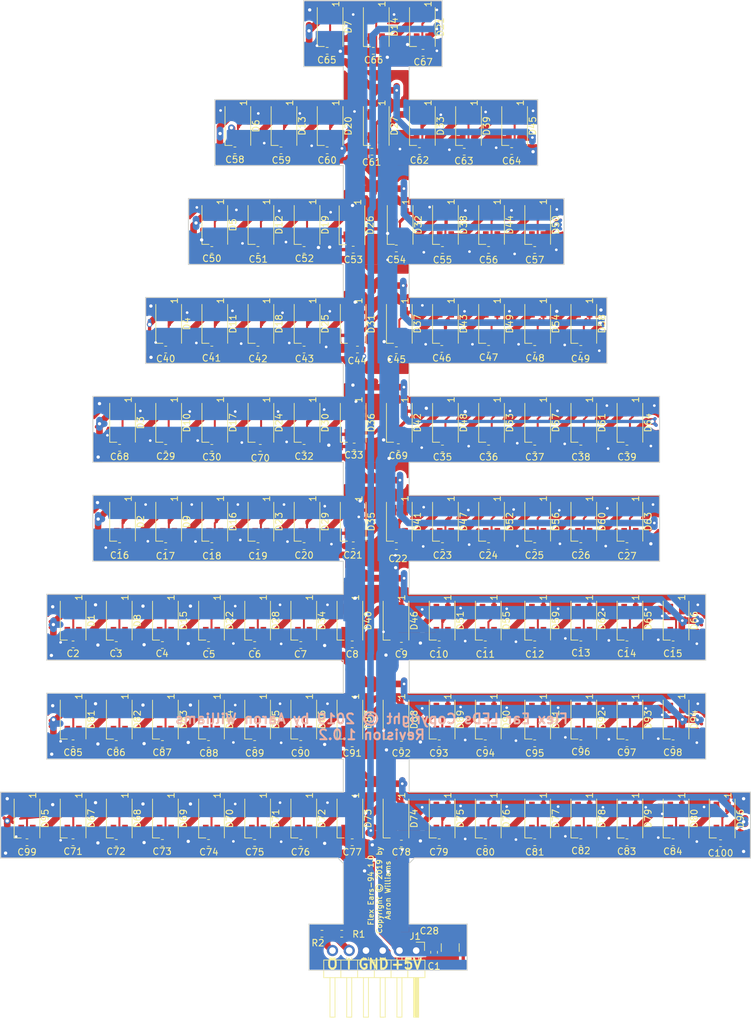
<source format=kicad_pcb>
(kicad_pcb (version 20221018) (generator pcbnew)
  (title_block (date "2019-02-04") (rev "1.0"))
  (layers (0 "F.Cu" signal) (31 "B.Cu" signal) (34 "B.Paste" user) (35 "F.Paste" user) (36 "B.SilkS" user "B.Silkscreen") (37 "F.SilkS" user "F.Silkscreen") (38 "B.Mask" user) (39 "F.Mask" user) (44 "Edge.Cuts" user))
  (net 0 "")
  (net 1 "VCC")
  (net 2 "GND")
  (net 3 "Net-(D1-Pad4)")
  (net 4 "Net-(D2-Pad4)")
  (net 5 "Net-(D10-Pad2)")
  (net 6 "Net-(D11-Pad2)")
  (net 7 "Net-(D12-Pad2)")
  (net 8 "Net-(D13-Pad2)")
  (net 9 "Net-(D14-Pad2)")
  (net 10 "Net-(D15-Pad2)")
  (net 11 "Net-(D16-Pad2)")
  (net 12 "Net-(D10-Pad4)")
  (net 13 "Net-(D11-Pad4)")
  (net 14 "Net-(D12-Pad4)")
  (net 15 "Net-(D13-Pad4)")
  (net 16 "Net-(D14-Pad4)")
  (net 17 "Net-(D15-Pad4)")
  (net 18 "Net-(D16-Pad4)")
  (net 19 "Net-(D17-Pad4)")
  (net 20 "Net-(D18-Pad4)")
  (net 21 "Net-(D19-Pad4)")
  (net 22 "Net-(D20-Pad4)")
  (net 23 "Net-(D22-Pad4)")
  (net 24 "Net-(D23-Pad4)")
  (net 25 "Net-(D24-Pad4)")
  (net 26 "Net-(D25-Pad4)")
  (net 27 "Net-(D26-Pad4)")
  (net 28 "Net-(D27-Pad4)")
  (net 29 "Net-(D28-Pad4)")
  (net 30 "Net-(D29-Pad4)")
  (net 31 "Net-(D30-Pad4)")
  (net 32 "Net-(D31-Pad4)")
  (net 33 "Net-(D32-Pad4)")
  (net 34 "Net-(D33-Pad4)")
  (net 35 "Net-(D34-Pad4)")
  (net 36 "Net-(D35-Pad4)")
  (net 37 "Net-(D36-Pad4)")
  (net 38 "Net-(D37-Pad4)")
  (net 39 "Net-(D38-Pad4)")
  (net 40 "Net-(D39-Pad4)")
  (net 41 "Net-(D40-Pad4)")
  (net 42 "Net-(D41-Pad4)")
  (net 43 "Net-(D42-Pad4)")
  (net 44 "Net-(D43-Pad4)")
  (net 45 "Net-(D44-Pad4)")
  (net 46 "Net-(D46-Pad4)")
  (net 47 "Net-(D47-Pad4)")
  (net 48 "Net-(D48-Pad4)")
  (net 49 "Net-(D49-Pad4)")
  (net 50 "Net-(D51-Pad4)")
  (net 51 "Net-(D52-Pad4)")
  (net 52 "Net-(D53-Pad4)")
  (net 53 "Net-(D54-Pad4)")
  (net 54 "Net-(D55-Pad4)")
  (net 55 "Net-(D56-Pad4)")
  (net 56 "Net-(D57-Pad4)")
  (net 57 "Net-(D59-Pad4)")
  (net 58 "Net-(D60-Pad4)")
  (net 59 "Net-(D61-Pad4)")
  (net 60 "Net-(D62-Pad4)")
  (net 61 "Net-(D65-Pad4)")
  (net 62 "/DIN")
  (net 63 "/DOUT")
  (net 64 "/DI")
  (net 65 "/DO")
  (net 66 "/DIN_3_4")
  (net 67 "/DIN_4_5")
  (net 68 "/DIN_5_6")
  (net 69 "/DIN_6_7")
  (net 70 "/DIN_7_8")
  (net 71 "/DIN_2_3")
  (net 72 "Net-(D83-Pad4)")
  (net 73 "Net-(D84-Pad4)")
  (net 74 "Net-(D67-Pad4)")
  (net 75 "Net-(D68-Pad4)")
  (net 76 "Net-(D69-Pad4)")
  (net 77 "Net-(D70-Pad4)")
  (net 78 "Net-(D71-Pad4)")
  (net 79 "Net-(D72-Pad4)")
  (net 80 "Net-(D85-Pad4)")
  (net 81 "Net-(D73-Pad4)")
  (net 82 "Net-(D74-Pad4)")
  (net 83 "Net-(D75-Pad4)")
  (net 84 "Net-(D76-Pad4)")
  (net 85 "Net-(D77-Pad4)")
  (net 86 "Net-(D78-Pad4)")
  (net 87 "Net-(D79-Pad4)")
  (net 88 "/DIN_1_2")
  (net 89 "Net-(D81-Pad4)")
  (net 90 "Net-(D82-Pad4)")
  (net 91 "Net-(D86-Pad4)")
  (net 92 "Net-(D87-Pad4)")
  (net 93 "Net-(D88-Pad4)")
  (net 94 "Net-(D89-Pad4)")
  (net 95 "Net-(D90-Pad4)")
  (net 96 "Net-(D91-Pad4)")
  (net 97 "Net-(D92-Pad4)")
  (net 98 "Net-(D93-Pad4)")
  (net 99 "/DIN_8_9")
  (net 100 "Net-(D67-Pad2)")
  (net 101 "Net-(D80-Pad4)")
  (footprint "Capacitor_SMD:C_0603_1608Metric" (layer "F.Cu") (at 62.55 144.7)
    (fp_text reference "C76")
    (fp_text value "1uF")
  )
  (footprint "Capacitor_SMD:C_0603_1608Metric" (layer "F.Cu") (at 77.8125 144.8)
    (fp_text reference "C78")
    (fp_text value "1uF")
  )
  (footprint "Capacitor_SMD:C_0603_1608Metric" (layer "F.Cu") (at 41.55 144.7)
    (fp_text reference "C73")
    (fp_text value "1uF")
  )
  (footprint "Capacitor_SMD:C_0603_1608Metric" (layer "F.Cu") (at 77.8125 129.8)
    (fp_text reference "C92")
    (fp_text value "1uF")
  )
  (footprint "Capacitor_SMD:C_0603_1608Metric" (layer "F.Cu") (at 119.05 144.6)
    (fp_text reference "C84")
    (fp_text value "1uF")
  )
  (footprint "Capacitor_SMD:C_0603_1608Metric" (layer "F.Cu") (at 48.55 129.7)
    (fp_text reference "C88")
    (fp_text value "1uF")
  )
  (footprint "Capacitor_SMD:C_0603_1608Metric" (layer "F.Cu") (at 83.55 129.6)
    (fp_text reference "C93")
    (fp_text value "1uF")
  )
  (footprint "Capacitor_SMD:C_0603_1608Metric" (layer "F.Cu") (at 48.55 144.7)
    (fp_text reference "C74")
    (fp_text value "1uF")
  )
  (footprint "Capacitor_SMD:C_0603_1608Metric" (layer "F.Cu") (at 98.05 129.6)
    (fp_text reference "C95")
    (fp_text value "1uF")
  )
  (footprint "Capacitor_SMD:C_0603_1608Metric" (layer "F.Cu") (at 90.55 129.6)
    (fp_text reference "C94")
    (fp_text value "1uF")
  )
  (footprint "Capacitor_SMD:C_0603_1608Metric" (layer "F.Cu") (at 34.55 144.7)
    (fp_text reference "C72")
    (fp_text value "1uF")
  )
  (footprint "Capacitor_SMD:C_0603_1608Metric" (layer "F.Cu") (at 105.05 144.6)
    (fp_text reference "C82")
    (fp_text value "1uF")
  )
  (footprint "Capacitor_SMD:C_0603_1608Metric" (layer "F.Cu") (at 55.55 144.7)
    (fp_text reference "C75")
    (fp_text value "1uF")
  )
  (footprint "Capacitor_SMD:C_0603_1608Metric" (layer "F.Cu") (at 98.05 144.6)
    (fp_text reference "C81")
    (fp_text value "1uF")
  )
  (footprint "Capacitor_SMD:C_0603_1608Metric" (layer "F.Cu") (at 62.55 129.7)
    (fp_text reference "C90")
    (fp_text value "1uF")
  )
  (footprint "Capacitor_SMD:C_0603_1608Metric" (layer "F.Cu") (at 41.55 129.7)
    (fp_text reference "C87")
    (fp_text value "1uF")
  )
  (footprint "Capacitor_SMD:C_0603_1608Metric" (layer "F.Cu") (at 34.55 129.7)
    (fp_text reference "C86")
    (fp_text value "1uF")
  )
  (footprint "Capacitor_SMD:C_0603_1608Metric" (layer "F.Cu") (at 119.05 129.6)
    (fp_text reference "C98")
    (fp_text value "1uF")
  )
  (footprint "Capacitor_SMD:C_0603_1608Metric" (layer "F.Cu") (at 70.35 144.6)
    (fp_text reference "C77")
    (fp_text value "1uF")
  )
  (footprint "Capacitor_SMD:C_0603_1608Metric" (layer "F.Cu") (at 90.55 144.6)
    (fp_text reference "C80")
    (fp_text value "1uF")
  )
  (footprint "Capacitor_SMD:C_0603_1608Metric" (layer "F.Cu") (at 27.9875 129.6)
    (fp_text reference "C85")
    (fp_text value "1uF")
  )
  (footprint "Capacitor_SMD:C_0603_1608Metric" (layer "F.Cu") (at 63.05 54.8)
    (fp_text reference "C52")
    (fp_text value "1uF")
  )
  (footprint "Capacitor_SMD:C_0603_1608Metric" (layer "F.Cu") (at 91.05 84.9)
    (fp_text reference "C36")
    (fp_text value "1uF")
  )
  (footprint "Capacitor_SMD:C_0603_1608Metric" (layer "F.Cu") (at 63.05 69.9)
    (fp_text reference "C43")
    (fp_text value "1uF")
  )
  (footprint "Capacitor_SMD:C_0603_1608Metric" (layer "F.Cu") (at 81.1 24.9)
    (fp_text reference "C67")
    (fp_text value "1uF")
  )
  (footprint "Capacitor_SMD:C_0603_1608Metric" (layer "F.Cu") (at 84.05 84.9)
    (fp_text reference "C35")
    (fp_text value "1uF")
  )
  (footprint "Capacitor_SMD:C_0603_1608Metric" (layer "F.Cu") (at 83.55 144.6)
    (fp_text reference "C79")
    (fp_text value "1uF")
  )
  (footprint "Capacitor_SMD:C_0603_1608Metric" (layer "F.Cu") (at 112.05 114.6)
    (fp_text reference "C14")
    (fp_text value "1uF")
  )
  (footprint "Capacitor_SMD:C_0603_1608Metric" (layer "F.Cu") (at 105.05 114.6)
    (fp_text reference "C13")
    (fp_text value "1uF")
  )
  (footprint "Capacitor_SMD:C_0603_1608Metric" (layer "F.Cu") (at 55.55 114.7)
    (fp_text reference "C6")
    (fp_text value "1uF")
  )
  (footprint "Capacitor_SMD:C_0603_1608Metric" (layer "F.Cu") (at 98.05 114.6)
    (fp_text reference "C12")
    (fp_text value "1uF")
  )
  (footprint "Capacitor_SMD:C_0603_1608Metric" (layer "F.Cu") (at 63.05 99.7)
    (fp_text reference "C20")
    (fp_text value "1uF")
  )
  (footprint "Capacitor_SMD:C_0603_1608Metric" (layer "F.Cu") (at 56.05 69.9)
    (fp_text reference "C42")
    (fp_text value "1uF")
  )
  (footprint "Capacitor_SMD:C_0603_1608Metric" (layer "F.Cu") (at 49.05 69.9)
    (fp_text reference "C41")
    (fp_text value "1uF")
  )
  (footprint "Capacitor_SMD:C_0603_1608Metric" (layer "F.Cu") (at 48.55 114.7)
    (fp_text reference "C5")
    (fp_text value "1uF")
  )
  (footprint "Capacitor_SMD:C_0603_1608Metric" (layer "F.Cu") (at 62.55 114.7)
    (fp_text reference "C7")
    (fp_text value "1uF")
  )
  (footprint "Capacitor_SMD:C_0603_1608Metric" (layer "F.Cu") (at 73.55 24.6)
    (fp_text reference "C66")
    (fp_text value "1uF")
  )
  (footprint "Capacitor_SMD:C_0603_1608Metric" (layer "F.Cu") (at 66.55 39.7)
    (fp_text reference "C60")
    (fp_text value "1uF")
  )
  (footprint "Capacitor_SMD:C_0603_1608Metric" (layer "F.Cu") (at 70.35 129.6)
    (fp_text reference "C91")
    (fp_text value "1uF")
  )
  (footprint "Capacitor_SMD:C_0603_1608Metric" (layer "F.Cu") (at 77.05 70)
    (fp_text reference "C45")
    (fp_text value "1uF")
  )
  (footprint "Capacitor_SMD:C_0603_1608Metric" (layer "F.Cu") (at 71.15 69.9)
    (fp_text reference "C44")
    (fp_text value "1uF")
  )
  (footprint "Capacitor_SMD:C_0603_1608Metric" (layer "F.Cu") (at 77.05 99.7)
    (fp_text reference "C22")
    (fp_text value "1uF")
  )
  (footprint "Capacitor_SMD:C_0603_1608Metric" (layer "F.Cu") (at 35.05 99.7)
    (fp_text reference "C16")
    (fp_text value "1uF")
  )
  (footprint "Capacitor_SMD:C_0603_1608Metric" (layer "F.Cu") (at 112.05 144.6)
    (fp_text reference "C83")
    (fp_text value "1uF")
  )
  (footprint "Capacitor_SMD:C_0603_1608Metric" (layer "F.Cu") (at 112.05 129.6)
    (fp_text reference "C97")
    (fp_text value "1uF")
  )
  (footprint "Capacitor_SMD:C_0603_1608Metric" (layer "F.Cu") (at 105.05 129.6)
    (fp_text reference "C96")
    (fp_text value "1uF")
  )
  (footprint "Capacitor_SMD:C_0603_1608Metric" (layer "F.Cu") (at 55.55 129.7)
    (fp_text reference "C89")
    (fp_text value "1uF")
  )
  (footprint "Capacitor_SMD:C_0603_1608Metric" (layer "F.Cu") (at 105.05 84.9)
    (fp_text reference "C38")
    (fp_text value "1uF")
  )
  (footprint "Capacitor_SMD:C_0603_1608Metric" (layer "F.Cu") (at 98.05 84.9)
    (fp_text reference "C37")
    (fp_text value "1uF")
  )
  (footprint "Capacitor_SMD:C_0603_1608Metric" (layer "F.Cu") (at 42.05 69.9)
    (fp_text reference "C40")
    (fp_text value "1uF")
  )
  (footprint "Capacitor_SMD:C_0603_1608Metric" (layer "F.Cu") (at 70.35 114.6)
    (fp_text reference "C8")
    (fp_text value "1uF")
  )
  (footprint "Capacitor_SMD:C_0603_1608Metric" (layer "F.Cu") (at 77.8125 114.8)
    (fp_text reference "C9")
    (fp_text value "1uF")
  )
  (footprint "Capacitor_SMD:C_0603_1608Metric" (layer "F.Cu") (at 90.55 114.6)
    (fp_text reference "C11")
    (fp_text value "1uF")
  )
  (footprint "Capacitor_SMD:C_0603_1608Metric" (layer "F.Cu") (at 59.55 39.7)
    (fp_text reference "C59")
    (fp_text value "1uF")
  )
  (footprint "Capacitor_SMD:C_0603_1608Metric" (layer "F.Cu") (at 52.55 39.7)
    (fp_text reference "C58")
    (fp_text value "1uF")
  )
  (footprint "Capacitor_SMD:C_0603_1608Metric" (layer "F.Cu") (at 83.55 114.6)
    (fp_text reference "C10")
    (fp_text value "1uF")
  )
  (footprint "Capacitor_SMD:C_0603_1608Metric" (layer "F.Cu") (at 49.05 84.8)
    (fp_text reference "C30")
    (fp_text value "1uF")
  )
  (footprint "Capacitor_SMD:C_0603_1608Metric" (layer "F.Cu") (at 91.05 99.7)
    (fp_text reference "C24")
    (fp_text value "1uF")
  )
  (footprint "Capacitor_SMD:C_0603_1608Metric" (layer "F.Cu") (at 84.05 99.7)
    (fp_text reference "C23")
    (fp_text value "1uF")
  )
  (footprint "Capacitor_SMD:C_0603_1608Metric" (layer "F.Cu") (at 98.05 99.7)
    (fp_text reference "C25")
    (fp_text value "10uF")
  )
  (footprint "Capacitor_SMD:C_0603_1608Metric" (layer "F.Cu") (at 34.55 114.7)
    (fp_text reference "C3")
    (fp_text value "1uF")
  )
  (footprint "Capacitor_SMD:C_0603_1608Metric" (layer "F.Cu") (at 105.05 99.7)
    (fp_text reference "C26")
    (fp_text value "1uF")
  )
  (footprint "Capacitor_SMD:C_0603_1608Metric" (layer "F.Cu") (at 56.05 99.7)
    (fp_text reference "C19")
    (fp_text value "1uF")
  )
  (footprint "Capacitor_SMD:C_0603_1608Metric" (layer "F.Cu") (at 87.35 39.9)
    (fp_text reference "C63")
    (fp_text value "1uF")
  )
  (footprint "Capacitor_SMD:C_0603_1608Metric" (layer "F.Cu") (at 80.55 39.8)
    (fp_text reference "C62")
    (fp_text value "1uF")
  )
  (footprint "Capacitor_SMD:C_0603_1608Metric" (layer "F.Cu") (at 82.775 161.2875 -90)
    (fp_text reference "C1")
    (fp_text value "1uF")
  )
  (footprint "Capacitor_SMD:C_0603_1608Metric" (layer "F.Cu") (at 41.55 114.7)
    (fp_text reference "C4")
    (fp_text value "1uF")
  )
  (footprint "Capacitor_SMD:C_0603_1608Metric" (layer "F.Cu") (at 70.65 84.6)
    (fp_text reference "C33")
    (fp_text value "1uF")
  )
  (footprint "Capacitor_SMD:C_0603_1608Metric" (layer "F.Cu") (at 63.05 84.8)
    (fp_text reference "C32")
    (fp_text value "1uF")
  )
  (footprint "Capacitor_SMD:C_0603_1608Metric" (layer "F.Cu") (at 112.05 99.7)
    (fp_text reference "C27")
    (fp_text value "1uF")
  )
  (footprint "Capacitor_SMD:C_0603_1608Metric" (layer "F.Cu") (at 42.05 84.8)
    (fp_text reference "C29")
    (fp_text value "1uF")
  )
  (footprint "Capacitor_SMD:C_0603_1608Metric" (layer "F.Cu") (at 49.05 54.8)
    (fp_text reference "C50")
    (fp_text value "1uF")
  )
  (footprint "Capacitor_SMD:C_0603_1608Metric" (layer "F.Cu") (at 105.05 69.8)
    (fp_text reference "C49")
    (fp_text value "1uF")
  )
  (footprint "Resistor_SMD:R_0603_1608Metric" (layer "F.Cu") (at 68.7625 158.475 180)
    (fp_text reference "R1")
    (fp_text value "22")
  )
  (footprint "Resistor_SMD:R_0603_1608Metric" (layer "F.Cu") (at 65.7625 158.475 180)
    (fp_text reference "R2")
    (fp_text value "22")
  )
  (footprint "Capacitor_SMD:C_0603_1608Metric" (layer "F.Cu") (at 70.5125 99.575)
    (fp_text reference "C21")
    (fp_text value "1uF")
  )
  (footprint "Capacitor_SMD:C_0603_1608Metric" (layer "F.Cu") (at 27.9875 114.6)
    (fp_text reference "C2")
    (fp_text value "1uF")
  )
  (footprint "Capacitor_SMD:C_0603_1608Metric" (layer "F.Cu") (at 66.55 24.6)
    (fp_text reference "C65")
    (fp_text value "1uF")
  )
  (footprint "Capacitor_SMD:C_0603_1608Metric" (layer "F.Cu") (at 94.55 39.8)
    (fp_text reference "C64")
    (fp_text value "1uF")
  )
  (footprint "Capacitor_SMD:C_0603_1608Metric" (layer "F.Cu") (at 49.05 99.7)
    (fp_text reference "C18")
    (fp_text value "1uF")
  )
  (footprint "Capacitor_SMD:C_0603_1608Metric" (layer "F.Cu") (at 42.05 99.7)
    (fp_text reference "C17")
    (fp_text value "1uF")
  )
  (footprint "Capacitor_SMD:C_0603_1608Metric" (layer "F.Cu") (at 27.9875 144.6)
    (fp_text reference "C71")
    (fp_text value "1uF")
  )
  (footprint "Capacitor_SMD:C_0603_1608Metric" (layer "F.Cu") (at 112.05 84.9)
    (fp_text reference "C39")
    (fp_text value "1uF")
  )
  (footprint "Capacitor_SMD:C_0603_1608Metric" (layer "F.Cu") (at 119.05 114.6)
    (fp_text reference "C15")
    (fp_text value "1uF")
  )
  (footprint "Capacitor_SMD:C_0603_1608Metric" (layer "F.Cu") (at 84.05 54.8)
    (fp_text reference "C55")
    (fp_text value "1uF")
  )
  (footprint "Capacitor_SMD:C_0603_1608Metric" (layer "F.Cu") (at 91.05 69.8)
    (fp_text reference "C47")
    (fp_text value "1uF")
  )
  (footprint "Capacitor_SMD:C_0603_1608Metric" (layer "F.Cu") (at 83.95 69.8)
    (fp_text reference "C46")
    (fp_text value "1uF")
  )
  (footprint "Capacitor_SMD:C_0603_1608Metric" (layer "F.Cu") (at 77.05 54.575)
    (fp_text reference "C54")
    (fp_text value "1uF")
  )
  (footprint "Capacitor_SMD:C_0603_1608Metric" (layer "F.Cu") (at 70.5 54.75)
    (fp_text reference "C53")
    (fp_text value "1uF")
  )
  (footprint "Capacitor_SMD:C_0603_1608Metric" (layer "F.Cu") (at 73.35 39.9)
    (fp_text reference "C61")
    (fp_text value "1uF")
  )
  (footprint "Capacitor_SMD:C_0603_1608Metric" (layer "F.Cu") (at 56.05 54.8)
    (fp_text reference "C51")
    (fp_text value "1uF")
  )
  (footprint "Capacitor_SMD:C_0603_1608Metric" (layer "F.Cu") (at 98.05 54.8)
    (fp_text reference "C57")
    (fp_text value "1uF")
  )
  (footprint "Capacitor_SMD:C_0603_1608Metric" (layer "F.Cu") (at 91.05 54.8)
    (fp_text reference "C56")
    (fp_text value "1uF")
  )
  (footprint "Pin_Headers:Pin_Header_Angled_1x06_Pitch2.54mm" (layer "F.Cu") (at 80.06 161.025 -90)
    (fp_text reference "J1")
    (fp_text value "Conn_01x06_Male")
  )
  (footprint "Capacitor_SMD:C_0603_1608Metric" (layer "F.Cu") (at 98.05 69.8)
    (fp_text reference "C48")
    (fp_text value "1uF")
  )
  (footprint "Capacitor_SMD:C_1210_3225Metric_Pad1.42x2.65mm_HandSolder" (layer "F.Cu") (at 85.225 160.575 -90)
    (fp_text reference "C28")
    (fp_text value "100uF 10V")
  )
  (footprint "Capacitor_SMD:C_0603_1608Metric" (layer "F.Cu") (at 126.25 144.75)
    (fp_text reference "C100")
    (fp_text value "1uF")
  )
  (footprint "Capacitor_SMD:C_0603_1608Metric" (layer "F.Cu") (at 35.05 84.8)
    (fp_text reference "C68")
    (fp_text value "1uF")
  )
  (footprint "Capacitor_SMD:C_0603_1608Metric" (layer "F.Cu") (at 77.35 84.7)
    (fp_text reference "C69")
    (fp_text value "1uF")
  )
  (footprint "Capacitor_SMD:C_0603_1608Metric" (layer "F.Cu") (at 56.4 84.8)
    (fp_text reference "C70")
    (fp_text value "1uF")
  )
  (footprint "Capacitor_SMD:C_0603_1608Metric" (layer "F.Cu") (at 21 144.6)
    (fp_text reference "C99")
    (fp_text value "1uF")
  )
  (footprint "LED_SMD:LED_SK6812MINI_PLCC4_3.5x3.5mm_P1.75mm" (layer "F.Cu") (at 21 141 -90)
    (fp_text reference "D95")
    (fp_text value "SK6812")
  )
  (footprint "LED_SMD:LED_SK6812MINI_PLCC4_3.5x3.5mm_P1.75mm" (layer "F.Cu") (at 49 141 -90)
    (fp_text reference "D70")
    (fp_text value "SK6812")
  )
  (footprint "LED_SMD:LED_SK6812MINI_PLCC4_3.5x3.5mm_P1.75mm" (layer "F.Cu") (at 35 141 -90)
    (fp_text reference "D68")
    (fp_text value "SK6812")
  )
  (footprint "LED_SMD:LED_SK6812MINI_PLCC4_3.5x3.5mm_P1.75mm" (layer "F.Cu") (at 28 141 -90)
    (fp_text reference "D67")
    (fp_text value "SK6812")
  )
  (footprint "LED_SMD:LED_SK6812MINI_PLCC4_3.5x3.5mm_P1.75mm" (layer "F.Cu") (at 56 126 -90)
    (fp_text reference "D85")
    (fp_text value "SK6812")
  )
  (footprint "LED_SMD:LED_SK6812MINI_PLCC4_3.5x3.5mm_P1.75mm" (layer "F.Cu") (at 119.5 126 -90)
    (fp_text reference "D94")
    (fp_text value "SK6812")
  )
  (footprint "LED_SMD:LED_SK6812MINI_PLCC4_3.5x3.5mm_P1.75mm" (layer "F.Cu") (at 112.5 126 -90)
    (fp_text reference "D93")
    (fp_text value "SK6812")
  )
  (footprint "LED_SMD:LED_SK6812MINI_PLCC4_3.5x3.5mm_P1.75mm" (layer "F.Cu") (at 105.5 126 -90)
    (fp_text reference "D92")
    (fp_text value "SK6812")
  )
  (footprint "LED_SMD:LED_SK6812MINI_PLCC4_3.5x3.5mm_P1.75mm" (layer "F.Cu") (at 98.5 126 -90)
    (fp_text reference "D91")
    (fp_text value "SK6812")
  )
  (footprint "LED_SMD:LED_SK6812MINI_PLCC4_3.5x3.5mm_P1.75mm" (layer "F.Cu") (at 91 126 -90)
    (fp_text reference "D90")
    (fp_text value "SK6812")
  )
  (footprint "LED_SMD:LED_SK6812MINI_PLCC4_3.5x3.5mm_P1.75mm" (layer "F.Cu") (at 84 126 -90)
    (fp_text reference "D89")
    (fp_text value "SK6812")
  )
  (footprint "LED_SMD:LED_SK6812MINI_PLCC4_3.5x3.5mm_P1.75mm" (layer "F.Cu") (at 77 126 -90)
    (fp_text reference "D88")
    (fp_text value "SK6812")
  )
  (footprint "LED_SMD:LED_SK6812MINI_PLCC4_3.5x3.5mm_P1.75mm" (layer "F.Cu") (at 70 126 -90)
    (fp_text reference "D87")
    (fp_text value "SK6812")
  )
  (footprint "LED_SMD:LED_SK6812MINI_PLCC4_3.5x3.5mm_P1.75mm" (layer "F.Cu") (at 63 126 -90)
    (fp_text reference "D86")
    (fp_text value "SK6812")
  )
  (footprint "LED_SMD:LED_SK6812MINI_PLCC4_3.5x3.5mm_P1.75mm" (layer "F.Cu") (at 70 141 -90)
    (fp_text reference "D73")
    (fp_text value "SK6812")
  )
  (footprint "LED_SMD:LED_SK6812MINI_PLCC4_3.5x3.5mm_P1.75mm" (layer "F.Cu") (at 49 126 -90)
    (fp_text reference "D84")
    (fp_text value "SK6812")
  )
  (footprint "LED_SMD:LED_SK6812MINI_PLCC4_3.5x3.5mm_P1.75mm" (layer "F.Cu") (at 42 126 -90)
    (fp_text reference "D83")
    (fp_text value "SK6812")
  )
  (footprint "LED_SMD:LED_SK6812MINI_PLCC4_3.5x3.5mm_P1.75mm" (layer "F.Cu") (at 35 126 -90)
    (fp_text reference "D82")
    (fp_text value "SK6812")
  )
  (footprint "LED_SMD:LED_SK6812MINI_PLCC4_3.5x3.5mm_P1.75mm" (layer "F.Cu") (at 28 126 -90)
    (fp_text reference "D81")
    (fp_text value "SK6812")
  )
  (footprint "LED_SMD:LED_SK6812MINI_PLCC4_3.5x3.5mm_P1.75mm" (layer "F.Cu") (at 119.5 141 -90)
    (fp_text reference "D80")
    (fp_text value "SK6812")
  )
  (footprint "LED_SMD:LED_SK6812MINI_PLCC4_3.5x3.5mm_P1.75mm" (layer "F.Cu") (at 112.5 141 -90)
    (fp_text reference "D79")
    (fp_text value "SK6812")
  )
  (footprint "LED_SMD:LED_SK6812MINI_PLCC4_3.5x3.5mm_P1.75mm" (layer "F.Cu") (at 105.5 141 -90)
    (fp_text reference "D78")
    (fp_text value "SK6812")
  )
  (footprint "LED_SMD:LED_SK6812MINI_PLCC4_3.5x3.5mm_P1.75mm" (layer "F.Cu") (at 98.5 141 -90)
    (fp_text reference "D77")
    (fp_text value "SK6812")
  )
  (footprint "LED_SMD:LED_SK6812MINI_PLCC4_3.5x3.5mm_P1.75mm" (layer "F.Cu") (at 91 141 -90)
    (fp_text reference "D76")
    (fp_text value "SK6812")
  )
  (footprint "LED_SMD:LED_SK6812MINI_PLCC4_3.5x3.5mm_P1.75mm" (layer "F.Cu") (at 84 141 -90)
    (fp_text reference "D75")
    (fp_text value "SK6812")
  )
  (footprint "LED_SMD:LED_SK6812MINI_PLCC4_3.5x3.5mm_P1.75mm" (layer "F.Cu") (at 77 141 -90)
    (fp_text reference "D74")
    (fp_text value "SK6812")
  )
  (footprint "LED_SMD:LED_SK6812MINI_PLCC4_3.5x3.5mm_P1.75mm" (layer "F.Cu") (at 63 141 -90)
    (fp_text reference "D72")
    (fp_text value "SK6812")
  )
  (footprint "LED_SMD:LED_SK6812MINI_PLCC4_3.5x3.5mm_P1.75mm" (layer "F.Cu") (at 105.5 96 -90)
    (fp_text reference "D60")
    (fp_text value "SK6812")
  )
  (footprint "LED_SMD:LED_SK6812MINI_PLCC4_3.5x3.5mm_P1.75mm" (layer "F.Cu") (at 56 141 -90)
    (fp_text reference "D71")
    (fp_text value "SK6812")
  )
  (footprint "LED_SMD:LED_SK6812MINI_PLCC4_3.5x3.5mm_P1.75mm" (layer "F.Cu") (at 42 141 -90)
    (fp_text reference "D69")
    (fp_text value "SK6812")
  )
  (footprint "LED_SMD:LED_SK6812MINI_PLCC4_3.5x3.5mm_P1.75mm" (layer "F.Cu") (at 119.5 111 -90)
    (fp_text reference "D66")
    (fp_text value "SK6812")
  )
  (footprint "LED_SMD:LED_SK6812MINI_PLCC4_3.5x3.5mm_P1.75mm" (layer "F.Cu") (at 112.5 111 -90)
    (fp_text reference "D65")
    (fp_text value "SK6812")
  )
  (footprint "LED_SMD:LED_SK6812MINI_PLCC4_3.5x3.5mm_P1.75mm" (layer "F.Cu") (at 112.5 81 -90)
    (fp_text reference "D64")
    (fp_text value "SK6812")
  )
  (footprint "LED_SMD:LED_SK6812MINI_PLCC4_3.5x3.5mm_P1.75mm" (layer "F.Cu") (at 112.5 96 -90)
    (fp_text reference "D63")
    (fp_text value "SK6812")
  )
  (footprint "LED_SMD:LED_SK6812MINI_PLCC4_3.5x3.5mm_P1.75mm" (layer "F.Cu") (at 105.5 111 -90)
    (fp_text reference "D62")
    (fp_text value "SK6812")
  )
  (footprint "LED_SMD:LED_SK6812MINI_PLCC4_3.5x3.5mm_P1.75mm" (layer "F.Cu") (at 91.5 66 -90)
    (fp_text reference "D49")
    (fp_text value "SK6812")
  )
  (footprint "LED_SMD:LED_SK6812MINI_PLCC4_3.5x3.5mm_P1.75mm" (layer "F.Cu") (at 126.5 141 -90)
    (fp_text reference "D96")
    (fp_text value "SK6812")
  )
  (footprint "LED_SMD:LED_SK6812MINI_PLCC4_3.5x3.5mm_P1.75mm" (layer "F.Cu") (at 98.5 111 -90)
    (fp_text reference "D59")
    (fp_text value "SK6812")
  )
  (footprint "LED_SMD:LED_SK6812MINI_PLCC4_3.5x3.5mm_P1.75mm" (layer "F.Cu") (at 105.5 66 -90)
    (fp_text reference "D58")
    (fp_text value "SK6812")
  )
  (footprint "LED_SMD:LED_SK6812MINI_PLCC4_3.5x3.5mm_P1.75mm" (layer "F.Cu") (at 98.5 81 -90)
    (fp_text reference "D57")
    (fp_text value "SK6812")
  )
  (footprint "LED_SMD:LED_SK6812MINI_PLCC4_3.5x3.5mm_P1.75mm" (layer "F.Cu") (at 98.5 96 -90)
    (fp_text reference "D56")
    (fp_text value "SK6812")
  )
  (footprint "LED_SMD:LED_SK6812MINI_PLCC4_3.5x3.5mm_P1.75mm" (layer "F.Cu") (at 91 111 -90)
    (fp_text reference "D55")
    (fp_text value "SK6812")
  )
  (footprint "LED_SMD:LED_SK6812MINI_PLCC4_3.5x3.5mm_P1.75mm" (layer "F.Cu") (at 98.5 66 -90)
    (fp_text reference "D54")
    (fp_text value "SK6812")
  )
  (footprint "LED_SMD:LED_SK6812MINI_PLCC4_3.5x3.5mm_P1.75mm" (layer "F.Cu") (at 91.5 81 -90)
    (fp_text reference "D53")
    (fp_text value "SK6812")
  )
  (footprint "LED_SMD:LED_SK6812MINI_PLCC4_3.5x3.5mm_P1.75mm" (layer "F.Cu") (at 91.5 96 -90)
    (fp_text reference "D52")
    (fp_text value "SK6812")
  )
  (footprint "LED_SMD:LED_SK6812MINI_PLCC4_3.5x3.5mm_P1.75mm" (layer "F.Cu") (at 84 111 -90)
    (fp_text reference "D51")
    (fp_text value "SK6812")
  )
  (footprint "LED_SMD:LED_SK6812MINI_PLCC4_3.5x3.5mm_P1.75mm" (layer "F.Cu") (at 98.5 51 -90)
    (fp_text reference "D50")
    (fp_text value "SK6812")
  )
  (footprint "LED_SMD:LED_SK6812MINI_PLCC4_3.5x3.5mm_P1.75mm" (layer "F.Cu") (at 105.5 81 -90)
    (fp_text reference "D61")
    (fp_text value "SK6812")
  )
  (footprint "LED_SMD:LED_SK6812MINI_PLCC4_3.5x3.5mm_P1.75mm" (layer "F.Cu") (at 70.5 96 -90)
    (fp_text reference "D35")
    (fp_text value "SK6812")
  )
  (footprint "LED_SMD:LED_SK6812MINI_PLCC4_3.5x3.5mm_P1.75mm" (layer "F.Cu") (at 84.5 96 -90)
    (fp_text reference "D47")
    (fp_text value "SK6812")
  )
  (footprint "LED_SMD:LED_SK6812MINI_PLCC4_3.5x3.5mm_P1.75mm" (layer "F.Cu") (at 77 111 -90)
    (fp_text reference "D46")
    (fp_text value "SK6812")
  )
  (footprint "LED_SMD:LED_SK6812MINI_PLCC4_3.5x3.5mm_P1.75mm" (layer "F.Cu") (at 95 36 -90)
    (fp_text reference "D45")
    (fp_text value "SK6812")
  )
  (footprint "LED_SMD:LED_SK6812MINI_PLCC4_3.5x3.5mm_P1.75mm" (layer "F.Cu") (at 91.5 51 -90)
    (fp_text reference "D44")
    (fp_text value "SK6812")
  )
  (footprint "LED_SMD:LED_SK6812MINI_PLCC4_3.5x3.5mm_P1.75mm" (layer "F.Cu") (at 84.5 66 -90)
    (fp_text reference "D43")
    (fp_text value "SK6812")
  )
  (footprint "LED_SMD:LED_SK6812MINI_PLCC4_3.5x3.5mm_P1.75mm" (layer "F.Cu") (at 77.5 81 -90)
    (fp_text reference "D42")
    (fp_text value "SK6812")
  )
  (footprint "LED_SMD:LED_SK6812MINI_PLCC4_3.5x3.5mm_P1.75mm" (layer "F.Cu") (at 77.5 96 -90)
    (fp_text reference "D41")
    (fp_text value "SK6812")
  )
  (footprint "LED_SMD:LED_SK6812MINI_PLCC4_3.5x3.5mm_P1.75mm" (layer "F.Cu") (at 70 111 -90)
    (fp_text reference "D40")
    (fp_text value "SK6812")
  )
  (footprint "LED_SMD:LED_SK6812MINI_PLCC4_3.5x3.5mm_P1.75mm" (layer "F.Cu") (at 88 36 -90)
    (fp_text reference "D39")
    (fp_text value "SK6812")
  )
  (footprint "LED_SMD:LED_SK6812MINI_PLCC4_3.5x3.5mm_P1.75mm" (layer "F.Cu") (at 84.5 51 -90)
    (fp_text reference "D38")
    (fp_text value "SK6812")
  )
  (footprint "LED_SMD:LED_SK6812MINI_PLCC4_3.5x3.5mm_P1.75mm" (layer "F.Cu") (at 77.5 66 -90)
    (fp_text reference "D37")
    (fp_text value "SK6812")
  )
  (footprint "LED_SMD:LED_SK6812MINI_PLCC4_3.5x3.5mm_P1.75mm" (layer "F.Cu") (at 70.5 81 -90)
    (fp_text reference "D36")
    (fp_text value "SK6812")
  )
  (footprint "LED_SMD:LED_SK6812MINI_PLCC4_3.5x3.5mm_P1.75mm" (layer "F.Cu") (at 35.5 96 -90)
    (fp_text reference "D2")
    (fp_text value "SK6812")
  )
  (footprint "LED_SMD:LED_SK6812MINI_PLCC4_3.5x3.5mm_P1.75mm" (layer "F.Cu") (at 63 111 -90)
    (fp_text reference "D34")
    (fp_text value "SK6812")
  )
  (footprint "LED_SMD:LED_SK6812MINI_PLCC4_3.5x3.5mm_P1.75mm" (layer "F.Cu") (at 81 36 -90)
    (fp_text reference "D33")
    (fp_text value "SK6812")
  )
  (footprint "LED_SMD:LED_SK6812MINI_PLCC4_3.5x3.5mm_P1.75mm" (layer "F.Cu") (at 77.625 51 -90)
    (fp_text reference "D32")
    (fp_text value "SK6812")
  )
  (footprint "LED_SMD:LED_SK6812MINI_PLCC4_3.5x3.5mm_P1.75mm" (layer "F.Cu") (at 70.5 66 -90)
    (fp_text reference "D31")
    (fp_text value "SK6812")
  )
  (footprint "LED_SMD:LED_SK6812MINI_PLCC4_3.5x3.5mm_P1.75mm" (layer "F.Cu") (at 63.5 81 -90)
    (fp_text reference "D30")
    (fp_text value "SK6812")
  )
  (footprint "LED_SMD:LED_SK6812MINI_PLCC4_3.5x3.5mm_P1.75mm" (layer "F.Cu") (at 63.5 96 -90)
    (fp_text reference "D29")
    (fp_text value "SK6812")
  )
  (footprint "LED_SMD:LED_SK6812MINI_PLCC4_3.5x3.5mm_P1.75mm" (layer "F.Cu") (at 56 111 -90)
    (fp_text reference "D28")
    (fp_text value "SK6812")
  )
  (footprint "LED_SMD:LED_SK6812MINI_PLCC4_3.5x3.5mm_P1.75mm" (layer "F.Cu") (at 74 36 -90)
    (fp_text reference "D27")
    (fp_text value "SK6812")
  )
  (footprint "LED_SMD:LED_SK6812MINI_PLCC4_3.5x3.5mm_P1.75mm" (layer "F.Cu") (at 84.5 81 -90)
    (fp_text reference "D48")
    (fp_text value "SK6812")
  )
  (footprint "LED_SMD:LED_SK6812MINI_PLCC4_3.5x3.5mm_P1.75mm" (layer "F.Cu") (at 70.325 51.05 -90)
    (fp_text reference "D26")
    (fp_text value "SK6812")
  )
  (footprint "LED_SMD:LED_SK6812MINI_PLCC4_3.5x3.5mm_P1.75mm" (layer "F.Cu") (at 56.5 81 -90)
    (fp_text reference "D24")
    (fp_text value "SK6812")
  )
  (footprint "LED_SMD:LED_SK6812MINI_PLCC4_3.5x3.5mm_P1.75mm" (layer "F.Cu") (at 56.5 51 -90)
    (fp_text reference "D12")
    (fp_text value "SK6812")
  )
  (footprint "LED_SMD:LED_SK6812MINI_PLCC4_3.5x3.5mm_P1.75mm" (layer "F.Cu") (at 56.5 96 -90)
    (fp_text reference "D23")
    (fp_text value "SK6812")
  )
  (footprint "LED_SMD:LED_SK6812MINI_PLCC4_3.5x3.5mm_P1.75mm" (layer "F.Cu") (at 49 111 -90)
    (fp_text reference "D22")
    (fp_text value "SK6812")
  )
  (footprint "LED_SMD:LED_SK6812MINI_PLCC4_3.5x3.5mm_P1.75mm" (layer "F.Cu") (at 81 21 -90)
    (fp_text reference "D21")
    (fp_text value "SK6812")
  )
  (footprint "LED_SMD:LED_SK6812MINI_PLCC4_3.5x3.5mm_P1.75mm" (layer "F.Cu") (at 67 36 -90)
    (fp_text reference "D20")
    (fp_text value "SK6812")
  )
  (footprint "LED_SMD:LED_SK6812MINI_PLCC4_3.5x3.5mm_P1.75mm" (layer "F.Cu") (at 63.5 51 -90)
    (fp_text reference "D19")
    (fp_text value "SK6812")
  )
  (footprint "LED_SMD:LED_SK6812MINI_PLCC4_3.5x3.5mm_P1.75mm" (layer "F.Cu") (at 56.5 66 -90)
    (fp_text reference "D18")
    (fp_text value "SK6812")
  )
  (footprint "LED_SMD:LED_SK6812MINI_PLCC4_3.5x3.5mm_P1.75mm" (layer "F.Cu") (at 49.5 81 -90)
    (fp_text reference "D17")
    (fp_text value "SK6812")
  )
  (footprint "LED_SMD:LED_SK6812MINI_PLCC4_3.5x3.5mm_P1.75mm" (layer "F.Cu") (at 49.5 96 -90)
    (fp_text reference "D16")
    (fp_text value "SK6812")
  )
  (footprint "LED_SMD:LED_SK6812MINI_PLCC4_3.5x3.5mm_P1.75mm" (layer "F.Cu") (at 42 111 -90)
    (fp_text reference "D15")
    (fp_text value "SK6812")
  )
  (footprint "LED_SMD:LED_SK6812MINI_PLCC4_3.5x3.5mm_P1.75mm" (layer "F.Cu") (at 74 21 -90)
    (fp_text reference "D14")
    (fp_text value "SK6812")
  )
  (footprint "LED_SMD:LED_SK6812MINI_PLCC4_3.5x3.5mm_P1.75mm" (layer "F.Cu") (at 63.5 66 -90)
    (fp_text reference "D25")
    (fp_text value "SK6812")
  )
  (footprint "LED_SMD:LED_SK6812MINI_PLCC4_3.5x3.5mm_P1.75mm" (layer "F.Cu") (at 49.5 66 -90)
    (fp_text reference "D11")
    (fp_text value "SK6812")
  )
  (footprint "LED_SMD:LED_SK6812MINI_PLCC4_3.5x3.5mm_P1.75mm" (layer "F.Cu") (at 42.5 81 -90)
    (fp_text reference "D10")
    (fp_text value "SK6812")
  )
  (footprint "LED_SMD:LED_SK6812MINI_PLCC4_3.5x3.5mm_P1.75mm" (layer "F.Cu") (at 42.5 96 -90)
    (fp_text reference "D9")
    (fp_text value "SK6812")
  )
  (footprint "LED_SMD:LED_SK6812MINI_PLCC4_3.5x3.5mm_P1.75mm" (layer "F.Cu") (at 35 111 -90)
    (fp_text reference "D8")
    (fp_text value "SK6812")
  )
  (footprint "LED_SMD:LED_SK6812MINI_PLCC4_3.5x3.5mm_P1.75mm" (layer "F.Cu") (at 67 21 -90)
    (fp_text reference "D7")
    (fp_text value "SK6812")
  )
  (footprint "LED_SMD:LED_SK6812MINI_PLCC4_3.5x3.5mm_P1.75mm" (layer "F.Cu") (at 53 36 -90)
    (fp_text reference "D6")
    (fp_text value "SK6812")
  )
  (footprint "LED_SMD:LED_SK6812MINI_PLCC4_3.5x3.5mm_P1.75mm" (layer "F.Cu") (at 49.5 51 -90)
    (fp_text reference "D5")
    (fp_text value "SK6812")
  )
  (footprint "LED_SMD:LED_SK6812MINI_PLCC4_3.5x3.5mm_P1.75mm" (layer "F.Cu") (at 42.5 66 -90)
    (fp_text reference "D4")
    (fp_text value "SK6812")
  )
  (footprint "LED_SMD:LED_SK6812MINI_PLCC4_3.5x3.5mm_P1.75mm" (layer "F.Cu") (at 35.5 81 -90)
    (fp_text reference "D3")
    (fp_text value "SK6812")
  )
  (footprint "LED_SMD:LED_SK6812MINI_PLCC4_3.5x3.5mm_P1.75mm" (layer "F.Cu") (at 28 111 -90)
    (fp_text reference "D1")
    (fp_text value "SK6812")
  )
  (footprint "LED_SMD:LED_SK6812MINI_PLCC4_3.5x3.5mm_P1.75mm" (layer "F.Cu") (at 60 36 -90)
    (fp_text reference "D13")
    (fp_text value "SK6812")
  )
  (gr_line (start 69 132) (end 69 137) (stroke (width 0.15)) (layer "Edge.Cuts"))
  (gr_line (start 69 117) (end 68.2 117) (stroke (width 0.15)) (layer "Edge.Cuts"))
  (gr_line (start 124 117) (end 124 107) (stroke (width 0.15)) (layer "Edge.Cuts"))
  (gr_line (start 124 107) (end 79 107) (stroke (width 0.15)) (layer "Edge.Cuts"))
  (gr_line (start 79 107) (end 79 102) (stroke (width 0.15)) (layer "Edge.Cuts"))
  (gr_line (start 79 102) (end 117 102) (stroke (width 0.15)) (layer "Edge.Cuts"))
  (gr_line (start 117 102) (end 117 92) (stroke (width 0.15)) (layer "Edge.Cuts"))
  (gr_line (start 117 92) (end 79 92) (stroke (width 0.15)) (layer "Edge.Cuts"))
  (gr_line (start 79 92) (end 79 87) (stroke (width 0.15)) (layer "Edge.Cuts"))
  (gr_line (start 79 87) (end 117 87) (stroke (width 0.15)) (layer "Edge.Cuts"))
  (gr_line (start 117 87) (end 117 77) (stroke (width 0.15)) (layer "Edge.Cuts"))
  (gr_line (start 117 77) (end 79 77) (stroke (width 0.15)) (layer "Edge.Cuts"))
  (gr_line (start 79 77) (end 79 72) (stroke (width 0.15)) (layer "Edge.Cuts"))
  (gr_line (start 79 72) (end 109 72) (stroke (width 0.15)) (layer "Edge.Cuts"))
  (gr_line (start 109 72) (end 109 62) (stroke (width 0.15)) (layer "Edge.Cuts"))
  (gr_line (start 109 62) (end 79 62) (stroke (width 0.15)) (layer "Edge.Cuts"))
  (gr_line (start 79 62) (end 79 57) (stroke (width 0.15)) (layer "Edge.Cuts"))
  (gr_line (start 79 57) (end 102.5 57) (stroke (width 0.15)) (layer "Edge.Cuts"))
  (gr_line (start 102.5 57) (end 102.5 47) (stroke (width 0.15)) (layer "Edge.Cuts"))
  (gr_line (start 102.5 47) (end 79 47) (stroke (width 0.15)) (layer "Edge.Cuts"))
  (gr_line (start 79 42) (end 89 42) (stroke (width 0.15)) (layer "Edge.Cuts"))
  (gr_line (start 59 42) (end 69 42) (stroke (width 0.15)) (layer "Edge.Cuts"))
  (gr_line (start 69 47) (end 59 47) (stroke (width 0.15)) (layer "Edge.Cuts"))
  (gr_line (start 59 47) (end 45.5 47) (stroke (width 0.15)) (layer "Edge.Cuts"))
  (gr_line (start 45.5 47) (end 45.5 57) (stroke (width 0.15)) (layer "Edge.Cuts"))
  (gr_line (start 45.5 57) (end 69 57) (stroke (width 0.15)) (layer "Edge.Cuts"))
  (gr_line (start 69 57) (end 69 62) (stroke (width 0.15)) (layer "Edge.Cuts"))
  (gr_line (start 69 62) (end 39 62) (stroke (width 0.15)) (layer "Edge.Cuts"))
  (gr_line (start 39 62) (end 39 72) (stroke (width 0.15)) (layer "Edge.Cuts"))
  (gr_line (start 39 72) (end 69 72) (stroke (width 0.15)) (layer "Edge.Cuts"))
  (gr_line (start 69 72) (end 69 77) (stroke (width 0.15)) (layer "Edge.Cuts"))
  (gr_line (start 69 77) (end 31 77) (stroke (width 0.15)) (layer "Edge.Cuts"))
  (gr_line (start 31 77) (end 31 87) (stroke (width 0.15)) (layer "Edge.Cuts"))
  (gr_line (start 31 87) (end 69 87) (stroke (width 0.15)) (layer "Edge.Cuts"))
  (gr_line (start 69 87) (end 69 92) (stroke (width 0.15)) (layer "Edge.Cuts"))
  (gr_line (start 69 92) (end 31 92) (stroke (width 0.15)) (layer "Edge.Cuts"))
  (gr_line (start 31 92) (end 31 102) (stroke (width 0.15)) (layer "Edge.Cuts"))
  (gr_line (start 31 102) (end 69 102) (stroke (width 0.15)) (layer "Edge.Cuts"))
  (gr_line (start 69 102) (end 69 107) (stroke (width 0.15)) (layer "Edge.Cuts"))
  (gr_line (start 69 107) (end 24 107) (stroke (width 0.15)) (layer "Edge.Cuts"))
  (gr_line (start 24 107) (end 24 117) (stroke (width 0.15)) (layer "Edge.Cuts"))
  (gr_line (start 24 117) (end 68.2 117) (stroke (width 0.15)) (layer "Edge.Cuts"))
  (gr_line (start 59 32) (end 49.5 32) (stroke (width 0.15)) (layer "Edge.Cuts"))
  (gr_line (start 49.5 32) (end 49.5 42) (stroke (width 0.15)) (layer "Edge.Cuts"))
  (gr_line (start 49.5 42) (end 59 42) (stroke (width 0.15)) (layer "Edge.Cuts"))
  (gr_line (start 89 42) (end 98.5 42) (stroke (width 0.15)) (layer "Edge.Cuts"))
  (gr_line (start 98.5 42) (end 98.5 32) (stroke (width 0.15)) (layer "Edge.Cuts"))
  (gr_line (start 98.5 32) (end 89 32) (stroke (width 0.15)) (layer "Edge.Cuts"))
  (gr_line (start 69 32) (end 59 32) (stroke (width 0.15)) (layer "Edge.Cuts"))
  (gr_line (start 79 47) (end 79 42) (stroke (width 0.15)) (layer "Edge.Cuts"))
  (gr_line (start 69 42) (end 69 47) (stroke (width 0.15)) (layer "Edge.Cuts"))
  (gr_line (start 69 32) (end 69 27) (stroke (width 0.15)) (layer "Edge.Cuts"))
  (gr_line (start 69 27) (end 63 27) (stroke (width 0.15)) (layer "Edge.Cuts"))
  (gr_line (start 63 27) (end 63 17) (stroke (width 0.15)) (layer "Edge.Cuts"))
  (gr_line (start 63 17) (end 84 17) (stroke (width 0.15)) (layer "Edge.Cuts"))
  (gr_line (start 84 17) (end 84 27) (stroke (width 0.15)) (layer "Edge.Cuts"))
  (gr_line (start 84 27) (end 79 27) (stroke (width 0.15)) (layer "Edge.Cuts"))
  (gr_line (start 79 27) (end 79 32) (stroke (width 0.15)) (layer "Edge.Cuts"))
  (gr_line (start 79 32) (end 89 32) (stroke (width 0.15)) (layer "Edge.Cuts"))
  (gr_line (start 130.8 147) (end 79.8 147) (stroke (width 0.15)) (layer "Edge.Cuts"))
  (gr_line (start 69 122) (end 24 122) (stroke (width 0.15)) (layer "Edge.Cuts"))
  (gr_line (start 69 137) (end 17 137) (stroke (width 0.15)) (layer "Edge.Cuts"))
  (gr_line (start 130.8 147) (end 130.8 137) (stroke (width 0.15)) (layer "Edge.Cuts"))
  (gr_line (start 124 122) (end 124 132) (stroke (width 0.15)) (layer "Edge.Cuts"))
  (gr_line (start 69 157) (end 63.8 157) (stroke (width 0.15)) (layer "Edge.Cuts"))
  (gr_line (start 68.2 147) (end 17 147) (stroke (width 0.15)) (layer "Edge.Cuts"))
  (gr_line (start 87.8 164) (end 87.8 157) (stroke (width 0.15)) (layer "Edge.Cuts"))
  (gr_line (start 63.8 164) (end 87.8 164) (stroke (width 0.15)) (layer "Edge.Cuts"))
  (gr_line (start 79 122) (end 124 122) (stroke (width 0.15)) (layer "Edge.Cuts"))
  (gr_line (start 79 137) (end 130.8 137) (stroke (width 0.15)) (layer "Edge.Cuts"))
  (gr_line (start 79 157) (end 79 147.8) (stroke (width 0.15)) (layer "Edge.Cuts"))
  (gr_line (start 24 122) (end 24 132) (stroke (width 0.15)) (layer "Edge.Cuts"))
  (gr_line (start 24 132) (end 69 132) (stroke (width 0.15)) (layer "Edge.Cuts"))
  (gr_line (start 17 137) (end 17 147) (stroke (width 0.15)) (layer "Edge.Cuts"))
  (gr_line (start 79 147.8) (end 79.8 147) (stroke (width 0.15)) (layer "Edge.Cuts"))
  (gr_line (start 79 117) (end 124 117) (stroke (width 0.15)) (layer "Edge.Cuts"))
  (gr_line (start 69 117) (end 69 122) (stroke (width 0.15)) (layer "Edge.Cuts"))
  (gr_line (start 79 132) (end 124 132) (stroke (width 0.15)) (layer "Edge.Cuts"))
  (gr_line (start 69 147.8) (end 69 157) (stroke (width 0.15)) (layer "Edge.Cuts"))
  (gr_line (start 87.8 157) (end 79 157) (stroke (width 0.15)) (layer "Edge.Cuts"))
  (gr_line (start 79 122) (end 79 117) (stroke (width 0.15)) (layer "Edge.Cuts"))
  (gr_line (start 79 132) (end 79 137) (stroke (width 0.15)) (layer "Edge.Cuts"))
  (gr_line (start 63.8 157) (end 63.8 164) (stroke (width 0.15)) (layer "Edge.Cuts"))
  (gr_line (start 68.2 147) (end 69 147.8) (stroke (width 0.15)) (layer "Edge.Cuts"))
  (gr_text "Flex Ear LEDs Copyright © 2019 by Aaron Williams\nRevision 1.0.2" (at 73.3 127.1) (layer "B.SilkS") (effects (font (size 1.5 1.5) (thickness 0.3)) (justify mirror)))
  (gr_text "GND" (at 73.6 163.075) (layer "F.SilkS") (effects (font (size 1.5 1.5) (thickness 0.3))))
  (gr_text "+5V" (at 78.6 163.075) (layer "F.SilkS") (effects (font (size 1.5 1.5) (thickness 0.3))))
  (gr_text "O" (at 67.35 163.075) (layer "F.SilkS") (effects (font (size 1.5 1.5) (thickness 0.3))))
  (gr_text "I" (at 69.85 163.075) (layer "F.SilkS") (effects (font (size 1.5 1.5) (thickness 0.3))))
  (gr_text "Flex Ears-94 1.0\nCopyright © 2019 by\nAaron Williams" (at 74.475 151.875 90) (layer "F.SilkS") (effects (font (size 0.8 0.8))))
  (segment (start 73.1 130.78) (end 73.889749 130.78) (width 1) (layer "F.Cu") (net 1))
  (segment (start 70.477071 130.78) (end 73.1 130.78) (width 1) (layer "F.Cu") (net 1))
  (segment (start 69.297071 129.6) (end 70.477071 130.78) (width 1) (layer "F.Cu") (net 1))
  (segment (start 79.87499 130.72501) (end 80.6 130) (width 0.5) (layer "F.Cu") (net 1))
  (segment (start 77.025 129.8) (end 77.95001 130.72501) (width 0.5) (layer "F.Cu") (net 1))
  (segment (start 77.95001 130.72501) (end 79.87499 130.72501) (width 0.5) (layer "F.Cu") (net 1))
  (segment (start 76.665 130.12) (end 76.665 129.7) (width 0.3) (layer "F.Cu") (net 1))
  (segment (start 76 127.875) (end 76.125 127.75) (width 0.3) (layer "F.Cu") (net 1))
  (segment (start 69.125 129.1625) (end 69.125 127.75) (width 1) (layer "F.Cu") (net 1))
  (segment (start 69.5625 129.6) (end 69.125 129.1625) (width 1) (layer "F.Cu") (net 1))
  (segment (start 66.5 129.6) (end 69.297071 129.6) (width 1) (layer "F.Cu") (net 1))
  (segment (start 73.1 145.78) (end 73.889749 145.78) (width 1) (layer "F.Cu") (net 1))
  (segment (start 70.477071 145.78) (end 73.1 145.78) (width 1) (layer "F.Cu") (net 1))
  (segment (start 69.297071 144.6) (end 70.477071 145.78) (width 1) (layer "F.Cu") (net 1))
  (segment (start 73.1 130.78) (end 73.1 130.800014) (width 0.8) (layer "F.Cu") (net 1))
  (segment (start 69.5625 144.6) (end 69.125 144.1625) (width 1) (layer "F.Cu") (net 1))
  (segment (start 69.125 144.1625) (end 69.125 142.75) (width 1) (layer "F.Cu") (net 1))
  (segment (start 66.5 144.6) (end 69.297071 144.6) (width 1) (layer "F.Cu") (net 1))
  (segment (start 76.665 145.12) (end 76.665 144.7) (width 0.3) (layer "F.Cu") (net 1))
  (segment (start 76 142.875) (end 76.125 142.75) (width 0.3) (layer "F.Cu") (net 1))
  (segment (start 77.025 144.8) (end 77.95001 145.72501) (width 0.5) (layer "F.Cu") (net 1))
  (segment (start 77.95001 145.72501) (end 77.95001 145.72501) (width 0.5) (layer "F.Cu") (net 1))
  (segment (start 79.87499 145.72501) (end 80.6 145) (width 0.5) (layer "F.Cu") (net 1))
  (segment (start 73.1 145.78) (end 73.1 145.800014) (width 0.8) (layer "F.Cu") (net 1))
  (segment (start 76.665 115.12) (end 76.665 114.7) (width 0.3) (layer "F.Cu") (net 1))
  (segment (start 76 112.875) (end 76.125 112.75) (width 0.3) (layer "F.Cu") (net 1))
  (segment (start 66.125 37.75) (end 66.125 38.125) (width 0.3) (layer "F.Cu") (net 1))
  (segment (start 73.1 115.78) (end 73.889749 115.78) (width 1) (layer "F.Cu") (net 1))
  (segment (start 70.477071 115.78) (end 73.1 115.78) (width 1) (layer "F.Cu") (net 1))
  (segment (start 69.297071 114.6) (end 70.477071 115.78) (width 1) (layer "F.Cu") (net 1))
  (segment (start 66.5 114.6) (end 69.297071 114.6) (width 1) (layer "F.Cu") (net 1))
  (segment (start 78.350001 25.849999) (end 77.9 26.3) (width 1) (layer "F.Cu") (net 1))
  (segment (start 78.75 23.65) (end 78.350001 24.049999) (width 1) (layer "F.Cu") (net 1))
  (segment (start 78.350001 24.049999) (end 78.350001 25.849999) (width 1) (layer "F.Cu") (net 1))
  (segment (start 32.95001 99.938206) (end 32.958226 99.92999) (width 0.3) (layer "F.Cu") (net 1))
  (segment (start 32.95001 100.15001) (end 32.95001 99.938206) (width 0.3) (layer "F.Cu") (net 1))
  (segment (start 52.125 37.75) (end 52.125 36.375) (width 1) (layer "F.Cu") (net 1))
  (segment (start 52.125 36.375) (end 52.02 36.27) (width 1) (layer "F.Cu") (net 1))
  (segment (start 69.8625 84.9) (end 71.6625 86.7) (width 0.5) (layer "F.Cu") (net 1))
  (segment (start 77.025 114.8) (end 77.95001 115.72501) (width 0.5) (layer "F.Cu") (net 1))
  (segment (start 77.95001 115.72501) (end 79.87499 115.72501) (width 0.5) (layer "F.Cu") (net 1))
  (segment (start 79.87499 115.72501) (end 80.6 115) (width 0.5) (layer "F.Cu") (net 1))
  (segment (start 80.1 161.025) (end 80 161.025) (width 1) (layer "F.Cu") (net 1))
  (segment (start 73.301816 101) (end 70.7931 101) (width 1) (layer "F.Cu") (net 1))
  (segment (start 69.4931 99.7) (end 69.2625 99.7) (width 1) (layer "F.Cu") (net 1))
  (segment (start 70.7931 101) (end 69.4931 99.7) (width 1) (layer "F.Cu") (net 1))
  (segment (start 75.725 56.3) (end 75.05001 55.62501) (width 0.5) (layer "F.Cu") (net 1))
  (segment (start 69.5625 114.6) (end 69.125 114.1625) (width 1) (layer "F.Cu") (net 1))
  (segment (start 69.125 114.1625) (end 69.125 112.75) (width 1) (layer "F.Cu") (net 1))
  (segment (start 77.95001 145.72501) (end 79.87499 145.72501) (width 0.5) (layer "F.Cu") (net 1))
  (segment (start 51.7625 39.7) (end 51.7625 38.1125) (width 0.5) (layer "F.Cu") (net 1))
  (segment (start 20.2125 144.6) (end 20.2 144.6) (width 0.8) (layer "F.Cu") (net 1))
  (segment (start 70.174112 55.269516) (end 71.204596 56.3) (width 0.8) (layer "F.Cu") (net 1))
  (segment (start 65.7625 23.1125) (end 66.125 22.75) (width 0.5) (layer "F.Cu") (net 1))
  (segment (start 73.544998 116.224998) (end 74.838604 116.224998) (width 0.8) (layer "F.Cu") (net 1))
  (segment (start 41.2625 69.9) (end 41.2625 69.5625) (width 0.5) (layer "F.Cu") (net 1))
  (segment (start 69.725 97.85) (end 69.625 97.75) (width 0.5) (layer "F.Cu") (net 1))
  (segment (start 69.7125 54.75) (end 70.174112 55.211612) (width 0.8) (layer "F.Cu") (net 1))
  (segment (start 70.824112 70.361612) (end 70.824112 71.274112) (width 0.8) (layer "F.Cu") (net 1))
  (segment (start 76.125 142.75) (end 76.125 143.9) (width 0.3) (layer "F.Cu") (net 1))
  (segment (start 48.065707 53.275) (end 47.500022 53.275) (width 1) (layer "F.Cu") (net 1))
  (segment (start 69.725 99.575) (end 69.725 97.85) (width 0.5) (layer "F.Cu") (net 1))
  (segment (start 65.7625 24.6) (end 65.7625 23.1125) (width 0.5) (layer "F.Cu") (net 1))
  (segment (start 34.2625 84.8) (end 34.2625 83.1125) (width 0.5) (layer "F.Cu") (net 1))
  (segment (start 69.7125 53.0625) (end 69.45 52.8) (width 0.5) (layer "F.Cu") (net 1))
  (segment (start 70.174112 55.211612) (end 70.174112 55.269516) (width 0.8) (layer "F.Cu") (net 1))
  (segment (start 48.625 52.75) (end 48.1 53.275) (width 1) (layer "F.Cu") (net 1))
  (segment (start 69.8625 82.9875) (end 69.625 82.75) (width 0.5) (layer "F.Cu") (net 1))
  (segment (start 48.2625 53.1125) (end 48.625 52.75) (width 0.5) (layer "F.Cu") (net 1))
  (segment (start 26.9 114.3) (end 27.2 114.6) (width 0.5) (layer "F.Cu") (net 1))
  (segment (start 70.3625 69.9) (end 70.3625 68.4875) (width 0.5) (layer "F.Cu") (net 1))
  (segment (start 74.838604 116.224998) (end 75.475 116.224998) (width 0.8) (layer "F.Cu") (net 1))
  (segment (start 48.1 53.275) (end 48.065707 53.275) (width 1) (layer "F.Cu") (net 1))
  (segment (start 41.2625 68.1125) (end 41.625 67.75) (width 0.5) (layer "F.Cu") (net 1))
  (segment (start 41.2625 69.9) (end 41.2625 68.1125) (width 0.5) (layer "F.Cu") (net 1))
  (segment (start 34.2625 83.1125) (end 34.625 82.75) (width 0.5) (layer "F.Cu") (net 1))
  (segment (start 70.3625 69.9) (end 70.824112 70.361612) (width 0.8) (layer "F.Cu") (net 1))
  (segment (start 70.3625 68.4875) (end 69.625 67.75) (width 0.5) (layer "F.Cu") (net 1))
  (segment (start 71.204596 56.3) (end 72.075 56.3) (width 0.8) (layer "F.Cu") (net 1))
  (segment (start 26.1 114.3) (end 26.9 114.3) (width 0.5) (layer "F.Cu") (net 1))
  (segment (start 65.7625 24.6) (end 65.7625 24.5875) (width 0.5) (layer "F.Cu") (net 1))
  (segment (start 20.2 144.6) (end 19.35 143.75) (width 0.8) (layer "F.Cu") (net 1))
  (segment (start 41.2625 69.5625) (end 40.525 68.825) (width 0.5) (layer "F.Cu") (net 1))
  (segment (start 69.8625 84.6) (end 69.8625 82.9875) (width 0.5) (layer "F.Cu") (net 1))
  (segment (start 70.824112 71.274112) (end 71.125 71.575) (width 0.8) (layer "F.Cu") (net 1))
  (segment (start 65.7625 24.5875) (end 65 23.825) (width 0.5) (layer "F.Cu") (net 1))
  (segment (start 26.897175 129.297175) (end 27.2 129.6) (width 0.5) (layer "F.Cu") (net 1))
  (segment (start 73.1 115.78) (end 73.544998 116.224998) (width 0.8) (layer "F.Cu") (net 1))
  (segment (start 48.2625 54.8) (end 48.2625 53.1125) (width 0.5) (layer "F.Cu") (net 1))
  (segment (start 69.7125 54.75) (end 69.7125 53.0625) (width 0.5) (layer "F.Cu") (net 1))
  (segment (start 51.7625 38.1125) (end 52.125 37.75) (width 0.5) (layer "F.Cu") (net 1))
  (segment (start 26.102825 129.297175) (end 26.897175 129.297175) (width 0.5) (layer "F.Cu") (net 1))
  (segment (start 76.125 143.9) (end 77.025 144.8) (width 0.3) (layer "F.Cu") (net 1))
  (via (at 66.17 129.77) (size 0.9) (drill 0.5) (layers "F.Cu" "B.Cu") (net 1))
  (via (at 59.57 129.52) (size 0.7) (drill 0.4) (layers "F.Cu" "B.Cu") (net 1))
  (via (at 73.4 144.999996) (size 0.9) (drill 0.5) (layers "F.Cu" "B.Cu") (net 1))
  (via (at 31.76 129.7) (size 0.9) (drill 0.5) (layers "F.Cu" "B.Cu") (net 1))
  (via (at 38.77 129.65) (size 0.9) (drill 0.5) (layers "F.Cu" "B.Cu") (net 1))
  (via (at 45.47 129.47) (size 0.9) (drill 0.5) (layers "F.Cu" "B.Cu") (net 1))
  (via (at 52.32 129.47) (size 0.8) (drill 0.4) (layers "F.Cu" "B.Cu") (net 1))
  (via (at 122.65 129.5) (size 0.8) (drill 0.4) (layers "F.Cu" "B.Cu") (net 1))
  (via (at 95.2 129.2) (size 0.8) (drill 0.4) (layers "F.Cu" "B.Cu") (net 1))
  (via (at 75.1 127.7) (size 0.7) (drill 0.4) (layers "F.Cu" "B.Cu") (net 1))
  (via (at 59.57 144.52) (size 0.7) (drill 0.4) (layers "F.Cu" "B.Cu") (net 1))
  (via (at 109.3 129) (size 0.8) (drill 0.4) (layers "F.Cu" "B.Cu") (net 1))
  (via (at 31.76 144.7) (size 0.9) (drill 0.5) (layers "F.Cu" "B.Cu") (net 1))
  (via (at 38.77 144.65) (size 0.9) (drill 0.5) (layers "F.Cu" "B.Cu") (net 1))
  (via (at 45.47 144.47) (size 0.9) (drill 0.5) (layers "F.Cu" "B.Cu") (net 1))
  (via (at 52.32 144.47) (size 0.8) (drill 0.4) (layers "F.Cu" "B.Cu") (net 1))
  (via (at 66.17 144.77) (size 0.9) (drill 0.5) (layers "F.Cu" "B.Cu") (net 1))
  (via (at 122.65 144.5) (size 0.8) (drill 0.4) (layers "F.Cu" "B.Cu") (net 1))
  (via (at 95.2 144.2) (size 0.8) (drill 0.4) (layers "F.Cu" "B.Cu") (net 1))
  (via (at 116.8 143.9) (size 0.8) (drill 0.4) (layers "F.Cu" "B.Cu") (net 1))
  (via (at 109.3 144) (size 0.8) (drill 0.4) (layers "F.Cu" "B.Cu") (net 1))
  (via (at 87.5 144.1) (size 0.8) (drill 0.4) (layers "F.Cu" "B.Cu") (net 1))
  (via (at 26.1 144.3) (size 0.8) (drill 0.4) (layers "F.Cu" "B.Cu") (net 1))
  (via (at 102.7 143.7) (size 0.8) (drill 0.4) (layers "F.Cu" "B.Cu") (net 1))
  (via (at 97.8 39.9) (size 0.8) (drill 0.5) (layers "F.Cu" "B.Cu") (net 1))
  (via (at 80.7 114.4) (size 0.8) (drill 0.5) (layers "F.Cu" "B.Cu") (net 1))
  (via (at 115.675 99.35) (size 0.8) (drill 0.5) (layers "F.Cu" "B.Cu") (net 1))
  (via (at 31.8 86.2) (size 0.8) (drill 0.5) (layers "F.Cu" "B.Cu") (net 1))
  (via (at 78.75 23.65) (size 0.8) (drill 0.5) (layers "F.Cu" "B.Cu") (net 1))
  (via (at 26.1 114.3) (size 0.8) (drill 0.4) (layers "F.Cu" "B.Cu") (net 1))
  (via (at 75.115857 83.6) (size 0.9) (drill 0.5) (layers "F.Cu" "B.Cu") (net 1))
  (via (at 95 55.4) (size 0.8) (drill 0.4) (layers "F.Cu" "B.Cu") (net 1))
  (via (at 83.2 24.6) (size 0.8) (drill 0.4) (layers "F.Cu" "B.Cu") (net 1))
  (via (at 116.8 128.9) (size 0.8) (drill 0.4) (layers "F.Cu" "B.Cu") (net 1))
  (via (at 80.7 144.4) (size 0.8) (drill 0.5) (layers "F.Cu" "B.Cu") (net 1))
  (via (at 80.7 129.4) (size 0.8) (drill 0.5) (layers "F.Cu" "B.Cu") (net 1))
  (via (at 67.2 99.4) (size 0.8) (drill 0.4) (layers "F.Cu" "B.Cu") (net 1))
  (via (at 68.8 39.4) (size 0.8) (drill 0.4) (layers "F.Cu" "B.Cu") (net 1))
  (via (at 39.34 98.97) (size 0.8) (drill 0.4) (layers "F.Cu" "B.Cu") (net 1))
  (via (at 46.57 99.01) (size 0.8) (drill 0.4) (layers "F.Cu" "B.Cu") (net 1))
  (via (at 53.37 98.77) (size 0.8) (drill 0.4) (layers "F.Cu" "B.Cu") (net 1))
  (via (at 60.53 99.02) (size 0.8) (drill 0.4) (layers "F.Cu" "B.Cu") (net 1))
  (via (at 32.958226 99.92999) (size 0.8) (drill 0.4) (layers "F.Cu" "B.Cu") (net 1))
  (via (at 52.02 36.27) (size 0.8) (drill 0.5) (layers "F.Cu" "B.Cu") (net 1))
  (via (at 75.68 25.58) (size 0.9) (drill 0.5) (layers "F.Cu" "B.Cu") (net 1))
  (via (at 31.76 114.7) (size 0.9) (drill 0.5) (layers "F.Cu" "B.Cu") (net 1))
  (via (at 38.77 114.65) (size 0.9) (drill 0.5) (layers "F.Cu" "B.Cu") (net 1))
  (via (at 45.47 114.47) (size 0.9) (drill 0.5) (layers "F.Cu" "B.Cu") (net 1))
  (via (at 52.32 114.47) (size 0.8) (drill 0.4) (layers "F.Cu" "B.Cu") (net 1))
  (via (at 102.7 128.7) (size 0.8) (drill 0.4) (layers "F.Cu" "B.Cu") (net 1))
  (via (at 87.5 129.1) (size 0.8) (drill 0.4) (layers "F.Cu" "B.Cu") (net 1))
  (via (at 85.1 39.6) (size 0.8) (drill 0.4) (layers "F.Cu" "B.Cu") (net 1))
  (via (at 92.2 39.3) (size 0.8) (drill 0.4) (layers "F.Cu" "B.Cu") (net 1))
  (via (at 77.6 39.5) (size 0.8) (drill 0.4) (layers "F.Cu" "B.Cu") (net 1))
  (via (at 75.1 112.7) (size 0.7) (drill 0.4) (layers "F.Cu" "B.Cu") (net 1))
  (via (at 76.9 101.1) (size 0.8) (drill 0.4) (layers "F.Cu" "B.Cu") (net 1))
  (via (at 64.2 39) (size 0.8) (drill 0.4) (layers "F.Cu" "B.Cu") (net 1))
  (via (at 57 38.6) (size 0.8) (drill 0.4) (layers "F.Cu" "B.Cu") (net 1))
  (via (at 60.3 53.6) (size 0.8) (drill 0.4) (layers "F.Cu" "B.Cu") (net 1))
  (via (at 53.7 53.8) (size 0.8) (drill 0.4) (layers "F.Cu" "B.Cu") (net 1))
  (via (at 66.4 69.5) (size 0.8) (drill 0.4) (layers "F.Cu" "B.Cu") (net 1))
  (via (at 75.2 68.7) (size 0.9) (drill 0.5) (layers "F.Cu" "B.Cu") (net 1))
  (via (at 81.5 69.1) (size 0.8) (drill 0.4) (layers "F.Cu" "B.Cu") (net 1))
  (via (at 88.6 69.1) (size 0.8) (drill 0.4) (layers "F.Cu" "B.Cu") (net 1))
  (via (at 95.6 69.1) (size 0.8) (drill 0.4) (layers "F.Cu" "B.Cu") (net 1))
  (via (at 102.6 69.2) (size 0.8) (drill 0.4) (layers "F.Cu" "B.Cu") (net 1))
  (via (at 60.8 68.9) (size 0.8) (drill 0.4) (layers "F.Cu" "B.Cu") (net 1))
  (via (at 46.7 68.9) (size 0.8) (drill 0.4) (layers "F.Cu" "B.Cu") (net 1))
  (via (at 53.5 69) (size 0.8) (drill 0.4) (layers "F.Cu" "B.Cu") (net 1))
  (via (at 33.2 82.9) (size 0.8) (drill 0.4) (layers "F.Cu" "B.Cu") (net 1))
  (via (at 39.7 83.7) (size 0.8) (drill 0.4) (layers "F.Cu" "B.Cu") (net 1))
  (via (at 46.9 83.7) (size 0.8) (drill 0.4) (layers "F.Cu" "B.Cu") (net 1))
  (via (at 60.4 83.9) (size 0.8) (drill 0.4) (layers "F.Cu" "B.Cu") (net 1))
  (via (at 53.6 84) (size 0.8) (drill 0.4) (layers "F.Cu" "B.Cu") (net 1))
  (via (at 66.8 84.4) (size 0.9) (drill 0.5) (layers "F.Cu" "B.Cu") (net 1))
  (via (at 95.4 84.1) (size 0.8) (drill 0.4) (layers "F.Cu" "B.Cu") (net 1))
  (via (at 102.6 84.2) (size 0.8) (drill 0.4) (layers "F.Cu" "B.Cu") (net 1))
  (via (at 116.8 113.9) (size 0.8) (drill 0.4) (layers "F.Cu" "B.Cu") (net 1))
  (via (at 109.3 114) (size 0.8) (drill 0.4) (layers "F.Cu" "B.Cu") (net 1))
  (via (at 102.7 113.7) (size 0.8) (drill 0.4) (layers "F.Cu" "B.Cu") (net 1))
  (via (at 95.2 114.2) (size 0.8) (drill 0.4) (layers "F.Cu" "B.Cu") (net 1))
  (via (at 87.5 114.1) (size 0.8) (drill 0.4) (layers "F.Cu" "B.Cu") (net 1))
  (via (at 59.57 114.52) (size 0.7) (drill 0.4) (layers "F.Cu" "B.Cu") (net 1))
  (via (at 66.17 114.77) (size 0.9) (drill 0.5) (layers "F.Cu" "B.Cu") (net 1))
  (via (at 81.22 55.15) (size 0.8) (drill 0.4) (layers "F.Cu" "B.Cu") (net 1))
  (via (at 88.15 55.05) (size 0.8) (drill 0.4) (layers "F.Cu" "B.Cu") (net 1))
  (via (at 107.85 70.075) (size 0.8) (drill 0.4) (layers "F.Cu" "B.Cu") (net 1))
  (via (at 75.725 56.3) (size 0.8) (drill 0.4) (layers "F.Cu" "B.Cu") (net 1))
  (via (at 122.65 114.5) (size 0.8) (drill 0.4) (layers "F.Cu" "B.Cu") (net 1))
  (via (at 81.125 99.75) (size 0.8) (drill 0.4) (layers "F.Cu" "B.Cu") (net 1))
  (via (at 88.1 99.475) (size 0.8) (drill 0.4) (layers "F.Cu" "B.Cu") (net 1))
  (via (at 95.425 99.7) (size 0.8) (drill 0.4) (layers "F.Cu" "B.Cu") (net 1))
  (via (at 101.875 99.35) (size 0.8) (drill 0.4) (layers "F.Cu" "B.Cu") (net 1))
  (via (at 108.825 99.7) (size 0.8) (drill 0.4) (layers "F.Cu" "B.Cu") (net 1))
  (via (at 80.9 84.775) (size 0.8) (drill 0.4) (layers "F.Cu" "B.Cu") (net 1))
  (via (at 109.2 84.925) (size 0.8) (drill 0.4) (layers "F.Cu" "B.Cu") (net 1))
  (via (at 88.025 84.55) (size 0.8) (drill 0.4) (layers "F.Cu" "B.Cu") (net 1))
  (via (at 101.325 54.775) (size 0.8) (drill 0.4) (layers "F.Cu" "B.Cu") (net 1))
  (via (at 75.95 86.400001) (size 0.8) (drill 0.5) (layers "F.Cu" "B.Cu") (net 1))
  (via (at 39.819816 71.080184) (size 0.8) (drill 0.5) (layers "F.Cu" "B.Cu") (net 1))
  (via (at 68.55 24.675) (size 0.8) (drill 0.5) (layers "F.Cu" "B.Cu") (net 1))
  (via (at 76.95 102.975) (size 0.8) (drill 0.5) (layers "F.Cu" "B.Cu") (net 1))
  (via (at 115.675 84.525) (size 0.8) (drill 0.4) (layers "F.Cu" "B.Cu") (net 1))
  (via (at 66.925 54.375) (size 0.9) (drill 0.5) (layers "F.Cu" "B.Cu") (net 1))
  (via (at 75.55 130.6) (size 0.9) (drill 0.5) (layers "F.Cu" "B.Cu") (net 1))
  (via (at 17.75 146.25) (size 0.9) (drill 0.5) (layers "F.Cu" "B.Cu") (net 1))
  (via (at 129.75 146) (size 0.9) (drill 0.5) (layers "F.Cu" "B.Cu") (net 1))
  (via (at 19.35 143.75) (size 0.7) (drill 0.4) (layers "F.Cu" "B.Cu") (net 1))
  (via (at 24.7 116.275) (size 0.9) (drill 0.5) (layers "F.Cu" "B.Cu") (net 1))
  (via (at 47.500022 53.275) (size 0.8) (drill 0.5) (layers "F.Cu" "B.Cu") (net 1))
  (via (at 75.98001 71.4) (size 0.9) (drill 0.5) (layers "F.Cu" "B.Cu") (net 1))
  (via (at 24.75 131.25) (size 0.9) (drill 0.5) (layers "F.Cu" "B.Cu") (net 1))
  (via (at 75.475 116.224998) (size 0.9) (drill 0.5) (layers "F.Cu" "B.Cu") (net 1))
  (via (at 75.7875 149.05) (size 0.9) (drill 0.5) (layers "F.Cu" "B.Cu") (net 1))
  (via (at 65 23.825) (size 0.8) (drill 0.4) (layers "F.Cu" "B.Cu") (net 1))
  (via (at 40.525 68.825) (size 0.7) (drill 0.4) (layers "F.Cu" "B.Cu") (net 1))
  (via (at 26.102825 129.297175) (size 0.8) (drill 0.4) (layers "F.Cu" "B.Cu") (net 1))
  (via (at 65.225 54.425) (size 0.9) (drill 0.5) (layers "F.Cu" "B.Cu") (net 1))
  (via (at 75.725 52.293681) (size 0.9) (drill 0.5) (layers "F.Cu" "B.Cu") (net 1))
  (via (at 77.95001 145.72501) (size 0.7) (drill 0.4) (layers "F.Cu" "B.Cu") (net 1))
  (segment (start 80.6 145) (end 75.909749 145) (width 2) (layer "B.Cu") (net 1))
  (segment (start 80.6 130) (end 75.909749 130) (width 2) (layer "B.Cu") (net 1))
  (segment (start 75.68 26.216396) (end 75.68 25.58) (width 2) (layer "B.Cu") (net 1))
  (segment (start 75.24999 26.646406) (end 75.68 26.216396) (width 2) (layer "B.Cu") (net 1))
  (segment (start 75.24999 38.514212) (end 75.24999 26.646406) (width 2) (layer "B.Cu") (net 1))
  (segment (start 78.350001 24.049999) (end 78.350001 26.249999) (width 0.5) (layer "B.Cu") (net 1))
  (segment (start 78.75 23.65) (end 78.350001 24.049999) (width 0.5) (layer "B.Cu") (net 1))
  (segment (start 80.6 115) (end 75.909749 115) (width 2) (layer "B.Cu") (net 1))
  (segment (start 78.350001 26.249999) (end 78.2 26.4) (width 0.5) (layer "B.Cu") (net 1))
  (segment (start 75.725 56.3) (end 75.725 52.293681) (width 3) (layer "B.Cu") (net 1))
  (segment (start 75.692591 52.261272) (end 75.692591 50.438726) (width 3) (layer "B.Cu") (net 1))
  (segment (start 75.692591 50.438726) (end 75.767889 50.363428) (width 3) (layer "B.Cu") (net 1))
  (segment (start 75.725 52.293681) (end 75.692591 52.261272) (width 3) (layer "B.Cu") (net 1))
  (segment (start 75.767889 50.363428) (end 75.725 52.293681) (width 3) (layer "B.Cu") (net 1))
  (segment (start 81.22 55.15) (end 80.107524 55.15) (width 0.5) (layer "B.Cu") (net 1))
  (segment (start 80.107524 55.15) (end 78.4 56.857524) (width 0.5) (layer "B.Cu") (net 1))
  (segment (start 75.7875 157.6425) (end 75.7875 149.05) (width 3) (layer "B.Cu") (net 1))
  (segment (start 76.19 158.045) (end 75.7875 157.6425) (width 3) (layer "B.Cu") (net 1))
  (segment (start 75.909749 117.8) (end 75.909749 115) (width 3) (layer "B.Cu") (net 1))
  (segment (start 75.7875 117.922249) (end 75.909749 117.8) (width 3) (layer "B.Cu") (net 1))
  (segment (start 52.02 36.27) (end 52.02 37.76) (width 1) (layer "B.Cu") (net 1))
  (segment (start 75.75 69.025) (end 75.98001 69.25501) (width 3) (layer "B.Cu") (net 1))
  (segment (start 75.98001 69.25501) (end 75.98001 71.4) (width 3) (layer "B.Cu") (net 1))
  (segment (start 75.98001 85.804306) (end 75.95 85.834316) (width 3) (layer "B.Cu") (net 1))
  (segment (start 75.95 85.834316) (end 75.95 86.400001) (width 3) (layer "B.Cu") (net 1))
  (segment (start 80.9 84.775) (end 80.334315 84.775) (width 0.5) (layer "B.Cu") (net 1))
  (segment (start 80.334315 84.775) (end 78.42 86.689315) (width 0.5) (layer "B.Cu") (net 1))
  (segment (start 76.37 69.95) (end 78.17 71.75) (width 0.5) (layer "B.Cu") (net 1))
  (segment (start 75.225 69.95) (end 76.37 69.95) (width 0.5) (layer "B.Cu") (net 1))
  (segment (start 77.660093 40.077825) (end 78.627825 40.077825) (width 3) (layer "B.Cu") (net 1))
  (segment (start 75.909749 96.341034) (end 75.399989 95.831274) (width 3) (layer "B.Cu") (net 1))
  (segment (start 75.399989 95.831274) (end 75.399989 86.950012) (width 3) (layer "B.Cu") (net 1))
  (segment (start 75.909749 115) (end 75.909749 96.341034) (width 3) (layer "B.Cu") (net 1))
  (segment (start 75.550001 86.8) (end 75.95 86.400001) (width 3) (layer "B.Cu") (net 1))
  (segment (start 75.399989 86.950012) (end 75.550001 86.8) (width 3) (layer "B.Cu") (net 1))
  (segment (start 64.765685 39) (end 64.2 39) (width 2) (layer "B.Cu") (net 1))
  (segment (start 68.456608 39.575) (end 67.881608 39) (width 2) (layer "B.Cu") (net 1))
  (segment (start 67.881608 39) (end 64.765685 39) (width 2) (layer "B.Cu") (net 1))
  (segment (start 80.725001 100.149999) (end 80.107525 100.149999) (width 0.5) (layer "B.Cu") (net 1))
  (segment (start 81.125 99.75) (end 80.725001 100.149999) (width 0.5) (layer "B.Cu") (net 1))
  (segment (start 80.107525 100.149999) (end 78.475 101.782524) (width 0.5) (layer "B.Cu") (net 1))
  (segment (start 78.782524 41.475) (end 79.8 41.475) (width 0.5) (layer "B.Cu") (net 1))
  (segment (start 78.45 41.807524) (end 78.782524 41.475) (width 0.5) (layer "B.Cu") (net 1))
  (segment (start 78.45 40.25565) (end 78.45 41.807524) (width 0.5) (layer "B.Cu") (net 1))
  (segment (start 78.627825 40.077825) (end 78.45 40.25565) (width 0.5) (layer "B.Cu") (net 1))
  (segment (start 75.767889 39.032111) (end 75.24999 38.514212) (width 2) (layer "B.Cu") (net 1))
  (segment (start 75.624999 69.325021) (end 75.624999 69.550001) (width 2) (layer "B.Cu") (net 1))
  (segment (start 75.700021 69.099979) (end 75.700021 56.890664) (width 3) (layer "B.Cu") (net 1))
  (segment (start 75.725 56.865685) (end 75.725 56.3) (width 3) (layer "B.Cu") (net 1))
  (segment (start 75.700021 56.890664) (end 75.725 56.865685) (width 3) (layer "B.Cu") (net 1))
  (segment (start 75.549989 69.250011) (end 75.624999 69.325021) (width 2) (layer "B.Cu") (net 1))
  (segment (start 75.624999 69.325021) (end 75.624999 69.325021) (width 2) (layer "B.Cu") (net 1))
  (segment (start 75.7875 149.05) (end 75.7875 147.947249) (width 3) (layer "B.Cu") (net 1))
  (segment (start 75.909749 130) (end 75.909749 130) (width 2) (layer "B.Cu") (net 1))
  (segment (start 75.725 52.293681) (end 75.767889 39.032111) (width 3) (layer "B.Cu") (net 1))
  (segment (start 75.98001 71.4) (end 75.98001 85.804306) (width 3) (layer "B.Cu") (net 1))
  (segment (start 48.61 52.165022) (end 47.900021 52.875001) (width 1) (layer "B.Cu") (net 1))
  (segment (start 75.7875 149.05) (end 75.7875 148.413604) (width 3) (layer "B.Cu") (net 1))
  (segment (start 75.7875 148.413604) (end 75.475 148.101104) (width 3) (layer "B.Cu") (net 1))
  (segment (start 75.475 148.101104) (end 75.475 116.224998) (width 3) (layer "B.Cu") (net 1))
  (segment (start 47.900021 52.875001) (end 47.500022 53.275) (width 1) (layer "B.Cu") (net 1))
  (segment (start 48.61 52.1) (end 48.61 52.165022) (width 1) (layer "B.Cu") (net 1))
  (segment (start 119.5 143.6875) (end 119.5 140.72499) (width 0.3) (layer "F.Cu") (net 2))
  (segment (start 119.5 140.72499) (end 119.54999 140.675) (width 0.3) (layer "F.Cu") (net 2))
  (segment (start 117.775 140.675) (end 117.4 140.3) (width 0.5) (layer "F.Cu") (net 2))
  (segment (start 70.02499 143.72499) (end 70.02499 141.465009) (width 0.3) (layer "F.Cu") (net 2))
  (segment (start 120.375 139.625) (end 120.375 139.25) (width 0.3) (layer "F.Cu") (net 2))
  (segment (start 63.024989 144.424989) (end 63.3 144.7) (width 0.3) (layer "F.Cu") (net 2))
  (segment (start 91.024989 143.712489) (end 91.3375 144.025) (width 0.3) (layer "F.Cu") (net 2))
  (segment (start 70.02499 141.465009) (end 70.099999 141.39) (width 0.3) (layer "F.Cu") (net 2))
  (segment (start 63.3 129.7) (end 63.3375 129.7) (width 0.3) (layer "F.Cu") (net 2))
  (segment (start 63.024989 125.575011) (end 63.024989 129.424989) (width 0.3) (layer "F.Cu") (net 2))
  (segment (start 113.375 124.825) (end 112.5 125.7) (width 0.3) (layer "F.Cu") (net 2))
  (segment (start 113.375 124.25) (end 113.375 124.825) (width 0.3) (layer "F.Cu") (net 2))
  (segment (start 112.5 125.7) (end 112.5 128.6875) (width 0.3) (layer "F.Cu") (net 2))
  (segment (start 112.5 128.6875) (end 112.8375 129.025) (width 0.3) (layer "F.Cu") (net 2))
  (segment (start 91.3375 144.025) (end 91.3375 144.6) (width 0.3) (layer "F.Cu") (net 2))
  (segment (start 70.875 139.625) (end 70.875 139.25) (width 0.3) (layer "F.Cu") (net 2))
  (segment (start 105.5 143.6875) (end 105.8375 144.025) (width 0.3) (layer "F.Cu") (net 2))
  (segment (start 105.8375 144.025) (end 105.8375 144.6) (width 0.3) (layer "F.Cu") (net 2))
  (segment (start 112.8375 144.025) (end 112.8375 144.6) (width 0.3) (layer "F.Cu") (net 2))
  (segment (start 119.8375 144.025) (end 119.5 143.6875) (width 0.3) (layer "F.Cu") (net 2))
  (segment (start 119.8375 144.6) (end 119.8375 144.025) (width 0.3) (layer "F.Cu") (net 2))
  (segment (start 119.54999 140.45001) (end 120.375 139.625) (width 0.3) (layer "F.Cu") (net 2))
  (segment (start 112.599999 144.450001) (end 112.599999 144.3) (width 0.3) (layer "F.Cu") (net 2))
  (segment (start 84.024989 143.712489) (end 84.3375 144.025) (width 0.3) (layer "F.Cu") (net 2))
  (segment (start 84.3375 144.025) (end 84.3375 144.6) (width 0.3) (layer "F.Cu") (net 2))
  (segment (start 49.3 129.7) (end 49.3375 129.7) (width 0.3) (layer "F.Cu") (net 2))
  (segment (start 49.875 124.25) (end 49.875 124.925) (width 0.3) (layer "F.Cu") (net 2))
  (segment (start 49 125.8) (end 49 129.4) (width 0.3) (layer "F.Cu") (net 2))
  (segment (start 56.875 124.825) (end 56.024989 125.675011) (width 0.3) (layer "F.Cu") (net 2))
  (segment (start 56.875 124.25) (end 56.875 124.825) (width 0.3) (layer "F.Cu") (net 2))
  (segment (start 56.024989 125.675011) (end 56.024989 129.324989) (width 0.3) (layer "F.Cu") (net 2))
  (segment (start 84.099999 141.125001) (end 84.024989 141.200011) (width 0.3) (layer "F.Cu") (net 2))
  (segment (start 84.024989 141.200011) (end 84.024989 143.712489) (width 0.3) (layer "F.Cu") (net 2))
  (segment (start 49.875 139.25) (end 49.875 139.925) (width 0.3) (layer "F.Cu") (net 2))
  (segment (start 49 140.8) (end 49 144.4) (width 0.3) (layer "F.Cu") (net 2))
  (segment (start 56.875 139.825) (end 56.024989 140.675011) (width 0.3) (layer "F.Cu") (net 2))
  (segment (start 112.8375 129.025) (end 112.8375 129.6) (width 0.3) (layer "F.Cu") (net 2))
  (segment (start 119.8375 129.025) (end 119.5 128.6875) (width 0.3) (layer "F.Cu") (net 2))
  (segment (start 119.8375 129.6) (end 119.8375 129.025) (width 0.3) (layer "F.Cu") (net 2))
  (segment (start 119.5 128.6875) (end 119.5 125.72499) (width 0.3) (layer "F.Cu") (net 2))
  (segment (start 119.5 125.72499) (end 119.54999 125.675) (width 0.3) (layer "F.Cu") (net 2))
  (segment (start 112.5 140.7) (end 112.5 143.6875) (width 0.3) (layer "F.Cu") (net 2))
  (segment (start 112.5 143.6875) (end 112.8375 144.025) (width 0.3) (layer "F.Cu") (net 2))
  (segment (start 105.5 140.6) (end 105.5 143.6875) (width 0.3) (layer "F.Cu") (net 2))
  (segment (start 70.9 144.6) (end 70.02499 143.72499) (width 0.3) (layer "F.Cu") (net 2))
  (segment (start 63.3 144.7) (end 63.3375 144.7) (width 0.3) (layer "F.Cu") (net 2))
  (segment (start 84.099999 126.125001) (end 84.099999 125.660001) (width 0.5) (layer "F.Cu") (net 2))
  (segment (start 70.099999 126.39) (end 70.099999 125.620001) (width 0.5) (layer "F.Cu") (net 2))
  (segment (start 70.224315 122.61) (end 67.59 122.61) (width 0.5) (layer "F.Cu") (net 2))
  (segment (start 67.59 122.61) (end 66.6 123.6) (width 0.5) (layer "F.Cu") (net 2))
  (segment (start 70.234315 122.6) (end 70.8 122.6) (width 0.5) (layer "F.Cu") (net 2))
  (segment (start 119.54999 125.675) (end 119.54999 125.45001) (width 0.3) (layer "F.Cu") (net 2))
  (segment (start 78.6 129.8) (end 78.375 129.8) (width 0.3) (layer "F.Cu") (net 2))
  (segment (start 98.524989 125.575011) (end 98.524989 128.712489) (width 0.3) (layer "F.Cu") (net 2))
  (segment (start 98.8375 129.025) (end 98.8375 129.6) (width 0.3) (layer "F.Cu") (net 2))
  (segment (start 98.524989 128.712489) (end 98.8375 129.025) (width 0.3) (layer "F.Cu") (net 2))
  (segment (start 70.875 124.625) (end 70.875 124.25) (width 0.3) (layer "F.Cu") (net 2))
  (segment (start 70.099999 126.39) (end 70.099999 125.400001) (width 0.3) (layer "F.Cu") (net 2))
  (segment (start 70.099999 125.400001) (end 70.875 124.625) (width 0.3) (layer "F.Cu") (net 2))
  (segment (start 76.68 122.68) (end 73.76 122.68) (width 0.5) (layer "F.Cu") (net 2))
  (segment (start 77.875 124.25) (end 77.875 123.875) (width 0.5) (layer "F.Cu") (net 2))
  (segment (start 70.02499 128.72499) (end 70.02499 126.465009) (width 0.3) (layer "F.Cu") (net 2))
  (segment (start 70.02499 126.465009) (end 70.099999 126.39) (width 0.3) (layer "F.Cu") (net 2))
  (segment (start 70.9 129.6) (end 70.02499 128.72499) (width 0.3) (layer "F.Cu") (net 2))
  (segment (start 42.875 139.25) (end 42.875 139.725) (width 0.3) (layer "F.Cu") (net 2))
  (segment (start 42.024989 140.575011) (end 42.024989 144.324989) (width 0.3) (layer "F.Cu") (net 2))
  (segment (start 42.024989 144.324989) (end 42.3375 144.6375) (width 0.3) (layer "F.Cu") (net 2))
  (segment (start 70.099999 141.39) (end 70.099999 140.400001) (width 0.3) (layer "F.Cu") (net 2))
  (segment (start 70.099999 140.400001) (end 70.875 139.625) (width 0.3) (layer "F.Cu") (net 2))
  (segment (start 76.68 137.68) (end 73.76 137.68) (width 0.5) (layer "F.Cu") (net 2))
  (segment (start 77.875 139.25) (end 77.875 138.875) (width 0.5) (layer "F.Cu") (net 2))
  (segment (start 112.6 144.6) (end 112.6 144.300001) (width 0.3) (layer "F.Cu") (net 2))
  (segment (start 112.6 144.300001) (end 112.599999 144.3) (width 0.3) (layer "F.Cu") (net 2))
  (segment (start 78.009751 138.597753) (end 78.009751 139.893177) (width 0.3) (layer "F.Cu") (net 2))
  (segment (start 56.875 139.25) (end 56.875 139.825) (width 0.3) (layer "F.Cu") (net 2))
  (segment (start 56.024989 140.675011) (end 56.024989 144.324989) (width 0.3) (layer "F.Cu") (net 2))
  (segment (start 106.375 139.725) (end 105.5 140.6) (width 0.3) (layer "F.Cu") (net 2))
  (segment (start 106.375 139.25) (end 106.375 139.725) (width 0.3) (layer "F.Cu") (net 2))
  (segment (start 63.875 139.25) (end 63.875 139.725) (width 0.3) (layer "F.Cu") (net 2))
  (segment (start 63.024989 140.575011) (end 63.024989 144.424989) (width 0.3) (layer "F.Cu") (net 2))
  (segment (start 113.375 139.825) (end 112.5 140.7) (width 0.3) (layer "F.Cu") (net 2))
  (segment (start 113.375 139.25) (end 113.375 139.825) (width 0.3) (layer "F.Cu") (net 2))
  (segment (start 35.875 124.725) (end 35.024989 125.575011) (width 0.3) (layer "F.Cu") (net 2))
  (segment (start 35.024989 125.575011) (end 35.024989 129.324989) (width 0.3) (layer "F.Cu") (net 2))
  (segment (start 63.024989 129.424989) (end 63.3 129.7) (width 0.3) (layer "F.Cu") (net 2))
  (segment (start 91.024989 128.712489) (end 91.3375 129.025) (width 0.3) (layer "F.Cu") (net 2))
  (segment (start 84.024989 128.712489) (end 84.3375 129.025) (width 0.3) (layer "F.Cu") (net 2))
  (segment (start 84.3375 129.025) (end 84.3375 129.6) (width 0.3) (layer "F.Cu") (net 2))
  (segment (start 120.375 124.625) (end 120.375 124.25) (width 0.3) (layer "F.Cu") (net 2))
  (segment (start 98.524989 140.575011) (end 98.524989 143.712489) (width 0.3) (layer "F.Cu") (net 2))
  (segment (start 70.8 137.6) (end 70.224315 137.61) (width 0.5) (layer "F.Cu") (net 2))
  (segment (start 91.024989 126.200011) (end 91.024989 128.712489) (width 0.3) (layer "F.Cu") (net 2))
  (segment (start 91.3375 129.025) (end 91.3375 129.6) (width 0.3) (layer "F.Cu") (net 2))
  (segment (start 35.875 124.25) (end 35.875 124.725) (width 0.3) (layer "F.Cu") (net 2))
  (segment (start 35.024989 129.324989) (end 35.3375 129.6375) (width 0.3) (layer "F.Cu") (net 2))
  (segment (start 35.3375 129.6375) (end 35.3375 129.7) (width 0.3) (layer "F.Cu") (net 2))
  (segment (start 42.875 124.725) (end 42.024989 125.575011) (width 0.3) (layer "F.Cu") (net 2))
  (segment (start 42.875 124.25) (end 42.875 124.725) (width 0.3) (layer "F.Cu") (net 2))
  (segment (start 56.024989 144.324989) (end 56.3375 144.6375) (width 0.3) (layer "F.Cu") (net 2))
  (segment (start 56.3375 144.6375) (end 56.3375 144.7) (width 0.3) (layer "F.Cu") (net 2))
  (segment (start 63.875 139.725) (end 63.024989 140.575011) (width 0.3) (layer "F.Cu") (net 2))
  (segment (start 98.8375 144.025) (end 98.8375 144.6) (width 0.3) (layer "F.Cu") (net 2))
  (segment (start 98.524989 143.712489) (end 98.8375 144.025) (width 0.3) (layer "F.Cu") (net 2))
  (segment (start 84.099999 141.125001) (end 84.875 140.35) (width 0.3) (layer "F.Cu") (net 2))
  (segment (start 84.875 140.35) (end 84.875 139.25) (width 0.3) (layer "F.Cu") (net 2))
  (segment (start 79.4 140.310004) (end 79.4 139.6) (width 0.3) (layer "F.Cu") (net 2))
  (segment (start 35.875 139.25) (end 35.875 139.725) (width 0.3) (layer "F.Cu") (net 2))
  (segment (start 35.024989 144.324989) (end 35.3375 144.6375) (width 0.3) (layer "F.Cu") (net 2))
  (segment (start 35.3375 144.6375) (end 35.3375 144.7) (width 0.3) (layer "F.Cu") (net 2))
  (segment (start 42.875 139.725) (end 42.024989 140.575011) (width 0.3) (layer "F.Cu") (net 2))
  (segment (start 77.875 138.875) (end 76.68 137.68) (width 0.5) (layer "F.Cu") (net 2))
  (segment (start 79.69 139.3) (end 80.97 139.3) (width 1) (layer "F.Cu") (net 2))
  (segment (start 91.875 139.25) (end 91.875 140.35) (width 0.3) (layer "F.Cu") (net 2))
  (segment (start 91.875 140.35) (end 91.024989 141.200011) (width 0.3) (layer "F.Cu") (net 2))
  (segment (start 91.024989 141.200011) (end 91.024989 143.712489) (width 0.3) (layer "F.Cu") (net 2))
  (segment (start 84.099999 141.125001) (end 84.099999 140.660001) (width 0.5) (layer "F.Cu") (net 2))
  (segment (start 70.099999 141.39) (end 70.099999 140.620001) (width 0.5) (layer "F.Cu") (net 2))
  (segment (start 70.224315 137.61) (end 67.59 137.61) (width 0.5) (layer "F.Cu") (net 2))
  (segment (start 67.59 137.61) (end 66.6 138.6) (width 0.5) (layer "F.Cu") (net 2))
  (segment (start 70.234315 137.6) (end 70.8 137.6) (width 0.5) (layer "F.Cu") (net 2))
  (segment (start 119.54999 140.675) (end 119.54999 140.45001) (width 0.3) (layer "F.Cu") (net 2))
  (segment (start 119.54999 125.675) (end 117.775 125.675) (width 0.5) (layer "F.Cu") (net 2))
  (segment (start 117.775 125.675) (end 117.4 125.3) (width 0.5) (layer "F.Cu") (net 2))
  (segment (start 106.375 124.725) (end 105.5 125.6) (width 0.3) (layer "F.Cu") (net 2))
  (segment (start 106.375 124.25) (end 106.375 124.725) (width 0.3) (layer "F.Cu") (net 2))
  (segment (start 105.5 125.6) (end 105.5 128.6875) (width 0.3) (layer "F.Cu") (net 2))
  (segment (start 105.5 128.6875) (end 105.8375 129.025) (width 0.3) (layer "F.Cu") (net 2))
  (segment (start 119.54999 125.45001) (end 120.375 124.625) (width 0.3) (layer "F.Cu") (net 2))
  (segment (start 112.599999 129.450001) (end 112.599999 129.3) (width 0.3) (layer "F.Cu") (net 2))
  (segment (start 112.6 129.6) (end 112.6 129.300001) (width 0.3) (layer "F.Cu") (net 2))
  (segment (start 84.099999 126.125001) (end 84.024989 126.200011) (width 0.3) (layer "F.Cu") (net 2))
  (segment (start 84.024989 126.200011) (end 84.024989 128.712489) (width 0.3) (layer "F.Cu") (net 2))
  (segment (start 112.6 129.300001) (end 112.599999 129.3) (width 0.3) (layer "F.Cu") (net 2))
  (segment (start 70.8 122.6) (end 70.224315 122.61) (width 0.5) (layer "F.Cu") (net 2))
  (segment (start 119.54999 140.675) (end 117.775 140.675) (width 0.5) (layer "F.Cu") (net 2))
  (segment (start 78.009751 123.597753) (end 78.009751 124.893177) (width 0.3) (layer "F.Cu") (net 2))
  (segment (start 84.099999 126.125001) (end 84.875 125.35) (width 0.3) (layer "F.Cu") (net 2))
  (segment (start 84.875 125.35) (end 84.875 124.25) (width 0.3) (layer "F.Cu") (net 2))
  (segment (start 79.4 125.310004) (end 79.4 124.6) (width 0.3) (layer "F.Cu") (net 2))
  (segment (start 67.099999 36.125001) (end 67.099999 35.750001) (width 0.5) (layer "F.Cu") (net 2))
  (segment (start 80.95 35.72) (end 81.24 35.43) (width 0.5) (layer "F.Cu") (net 2))
  (segment (start 80.95 36.275) (end 80.95 35.72) (width 0.5) (layer "F.Cu") (net 2))
  (segment (start 84.599999 51.125001) (end 84.599999 49.700001) (width 0.5) (layer "F.Cu") (net 2))
  (segment (start 77.599999 50.525001) (end 78.5 49.625) (width 0.5) (layer "F.Cu") (net 2))
  (segment (start 78.5 49.625) (end 78.5 49.25) (width 0.5) (layer "F.Cu") (net 2))
  (segment (start 84.099999 111.125001) (end 84.099999 110.660001) (width 0.5) (layer "F.Cu") (net 2))
  (segment (start 70.099999 111.39) (end 70.099999 110.620001) (width 0.5) (layer "F.Cu") (net 2))
  (segment (start 84.599999 95.850001) (end 84.99 95.46) (width 0.5) (layer "F.Cu") (net 2))
  (segment (start 84.599999 96.125001) (end 84.599999 95.850001) (width 0.5) (layer "F.Cu") (net 2))
  (segment (start 77.5 95.78) (end 77.91 95.37) (width 0.5) (layer "F.Cu") (net 2))
  (segment (start 77.5 96.225) (end 77.5 95.78) (width 0.5) (layer "F.Cu") (net 2))
  (segment (start 79.370009 80.189991) (end 79.58 79.98) (width 0.5) (layer "F.Cu") (net 2))
  (segment (start 63.599999 80.830001) (end 64.13 80.3) (width 0.5) (layer "F.Cu") (net 2))
  (segment (start 63.599999 81.125001) (end 63.599999 80.830001) (width 0.5) (layer "F.Cu") (net 2))
  (segment (start 79.1 79.25) (end 79.270009 79.420009) (width 0.3) (layer "F.Cu") (net 2))
  (segment (start 78.375 79.25) (end 79.1 79.25) (width 0.3) (layer "F.Cu") (net 2))
  (segment (start 69.102476 77.64) (end 67.58 77.64) (width 0.5) (layer "F.Cu") (net 2))
  (segment (start 70.400001 76.249999) (end 70.400001 76.342475) (width 0.5) (layer "F.Cu") (net 2))
  (segment (start 70.8 75.85) (end 70.400001 76.249999) (width 0.5) (layer "F.Cu") (net 2))
  (segment (start 70.400001 76.342475) (end 69.102476 77.64) (width 0.5) (layer "F.Cu") (net 2))
  (segment (start 84.05 108) (end 84.04 107.99) (width 0.3) (layer "F.Cu") (net 2))
  (segment (start 84.04 107.99) (end 82.03 107.99) (width 0.3) (layer "F.Cu") (net 2))
  (segment (start 79.207524 32.95) (end 78.02 31.762476) (width 0.5) (layer "F.Cu") (net 2))
  (segment (start 67.075 49.075) (end 67.667476 49.075) (width 0.5) (layer "F.Cu") (net 2))
  (segment (start 67.667476 49.075) (end 69.99 46.752476) (width 0.5) (layer "F.Cu") (net 2))
  (segment (start 67.075 49.075) (end 68.100001 48.049999) (width 0.5) (layer "F.Cu") (net 2))
  (segment (start 68.100001 48.049999) (end 70.4 48.049999) (width 0.5) (layer "F.Cu") (net 2))
  (segment (start 70.8 62.710243) (end 70.8 62.710243) (width 0.5) (layer "F.Cu") (net 2))
  (segment (start 70.224315 107.61) (end 67.59 107.61) (width 0.5) (layer "F.Cu") (net 2))
  (segment (start 67.59 107.61) (end 66.6 108.6) (width 0.5) (layer "F.Cu") (net 2))
  (segment (start 70.234315 107.6) (end 70.8 107.6) (width 0.5) (layer "F.Cu") (net 2))
  (segment (start 119.54999 110.675) (end 119.54999 110.45001) (width 0.3) (layer "F.Cu") (net 2))
  (segment (start 100.834315 48.65) (end 101.4 48.65) (width 0.3) (layer "F.Cu") (net 2))
  (segment (start 99.3 48.55) (end 99.4 48.65) (width 0.3) (layer "F.Cu") (net 2))
  (segment (start 78.6 114.8) (end 78.375 114.8) (width 0.3) (layer "F.Cu") (net 2))
  (segment (start 70.5 95.63) (end 70.855 95.275) (width 0.5) (layer "F.Cu") (net 2))
  (segment (start 70.5 96.225) (end 70.5 95.63) (width 0.5) (layer "F.Cu") (net 2))
  (segment (start 70.855 95.275) (end 71.35 95.275) (width 0.5) (layer "F.Cu") (net 2))
  (segment (start 28.875 109.835) (end 28.024989 110.685011) (width 0.3) (layer "F.Cu") (net 2))
  (segment (start 28.024989 113.849989) (end 28.775 114.6) (width 0.3) (layer "F.Cu") (net 2))
  (segment (start 28.875 109.25) (end 28.875 109.835) (width 0.3) (layer "F.Cu") (net 2))
  (segment (start 28.024989 110.685011) (end 28.024989 113.849989) (width 0.3) (layer "F.Cu") (net 2))
  (segment (start 83.400001 33.899993) (end 83.8 34.299992) (width 0.5) (layer "F.Cu") (net 2))
  (segment (start 99.375 139.725) (end 98.524989 140.575011) (width 0.3) (layer "F.Cu") (net 2))
  (segment (start 99.375 139.25) (end 99.375 139.725) (width 0.3) (layer "F.Cu") (net 2))
  (segment (start 42.3375 144.6375) (end 42.3375 144.7) (width 0.3) (layer "F.Cu") (net 2))
  (segment (start 49.875 139.925) (end 49 140.8) (width 0.3) (layer "F.Cu") (net 2))
  (segment (start 49 144.4) (end 49.3 144.7) (width 0.3) (layer "F.Cu") (net 2))
  (segment (start 49.3 144.7) (end 49.3375 144.7) (width 0.3) (layer "F.Cu") (net 2))
  (segment (start 35.875 139.725) (end 35.024989 140.575011) (width 0.3) (layer "F.Cu") (net 2))
  (segment (start 35.024989 140.575011) (end 35.024989 144.324989) (width 0.3) (layer "F.Cu") (net 2))
  (segment (start 80.600001 64.049999) (end 80.600001 63.599999) (width 0.3) (layer "F.Cu") (net 2))
  (segment (start 80.600001 63.599999) (end 81 63.2) (width 0.3) (layer "F.Cu") (net 2))
  (segment (start 42.024989 125.575011) (end 42.024989 129.324989) (width 0.3) (layer "F.Cu") (net 2))
  (segment (start 42.024989 129.324989) (end 42.3375 129.6375) (width 0.3) (layer "F.Cu") (net 2))
  (segment (start 42.3375 129.6375) (end 42.3375 129.7) (width 0.3) (layer "F.Cu") (net 2))
  (segment (start 49.875 124.925) (end 49 125.8) (width 0.3) (layer "F.Cu") (net 2))
  (segment (start 49 129.4) (end 49.3 129.7) (width 0.3) (layer "F.Cu") (net 2))
  (segment (start 105.8375 129.025) (end 105.8375 129.6) (width 0.3) (layer "F.Cu") (net 2))
  (segment (start 99.375 124.725) (end 98.524989 125.575011) (width 0.3) (layer "F.Cu") (net 2))
  (segment (start 99.375 124.25) (end 99.375 124.725) (width 0.3) (layer "F.Cu") (net 2))
  (segment (start 82.450008 32.95) (end 83.400001 33.899993) (width 0.5) (layer "F.Cu") (net 2))
  (segment (start 80.4 32.95) (end 82.450008 32.95) (width 0.5) (layer "F.Cu") (net 2))
  (segment (start 67.875 34.25) (end 67.875 33.875) (width 0.5) (layer "F.Cu") (net 2))
  (segment (start 67.875 33.875) (end 66.95 32.95) (width 0.5) (layer "F.Cu") (net 2))
  (segment (start 66.95 32.95) (end 63.55 32.95) (width 0.5) (layer "F.Cu") (net 2))
  (segment (start 62.799999 33.700001) (end 62.4 34.1) (width 0.5) (layer "F.Cu") (net 2))
  (segment (start 63.55 32.95) (end 62.799999 33.700001) (width 0.5) (layer "F.Cu") (net 2))
  (segment (start 70.8 62.710243) (end 67.809757 62.710243) (width 0.5) (layer "F.Cu") (net 2))
  (segment (start 70.5 80.3) (end 70.5 83.7) (width 0.3) (layer "F.Cu") (net 2))
  (segment (start 70.5 83.7) (end 71.4 84.6) (width 0.3) (layer "F.Cu") (net 2))
  (segment (start 88.1375 39.7375) (end 88 39.6) (width 0.3) (layer "F.Cu") (net 2))
  (segment (start 88.1375 39.9) (end 88.1375 39.7375) (width 0.3) (layer "F.Cu") (net 2))
  (segment (start 88 39.6) (end 88 35.6) (width 0.3) (layer "F.Cu") (net 2))
  (segment (start 88 35.6) (end 88.875 34.725) (width 0.3) (layer "F.Cu") (net 2))
  (segment (start 88.875 34.725) (end 88.875 34.25) (width 0.3) (layer "F.Cu") (net 2))
  (segment (start 95.875 34.825) (end 95 35.7) (width 0.3) (layer "F.Cu") (net 2))
  (segment (start 95.875 34.25) (end 95.875 34.825) (width 0.3) (layer "F.Cu") (net 2))
  (segment (start 95 35.7) (end 95 39.5) (width 0.3) (layer "F.Cu") (net 2))
  (segment (start 95 39.5) (end 95.3 39.8) (width 0.3) (layer "F.Cu") (net 2))
  (segment (start 95.3 39.8) (end 95.3375 39.8) (width 0.3) (layer "F.Cu") (net 2))
  (segment (start 50.375 49.625) (end 49.5 50.5) (width 0.3) (layer "F.Cu") (net 2))
  (segment (start 49.8375 54.7375) (end 49.8375 54.8) (width 0.3) (layer "F.Cu") (net 2))
  (segment (start 50.375 49.25) (end 50.375 49.625) (width 0.3) (layer "F.Cu") (net 2))
  (segment (start 49.5 50.5) (end 49.5 54.4) (width 0.3) (layer "F.Cu") (net 2))
  (segment (start 49.5 54.4) (end 49.8375 54.7375) (width 0.3) (layer "F.Cu") (net 2))
  (segment (start 57.375 49.625) (end 56.5 50.5) (width 0.3) (layer "F.Cu") (net 2))
  (segment (start 57.375 49.25) (end 57.375 49.625) (width 0.3) (layer "F.Cu") (net 2))
  (segment (start 56.5 50.5) (end 56.5 54.5) (width 0.3) (layer "F.Cu") (net 2))
  (segment (start 56.5 54.5) (end 56.8 54.8) (width 0.3) (layer "F.Cu") (net 2))
  (segment (start 56.8 54.8) (end 56.8375 54.8) (width 0.3) (layer "F.Cu") (net 2))
  (segment (start 64.375 49.425) (end 63.5 50.3) (width 0.3) (layer "F.Cu") (net 2))
  (segment (start 64.375 49.25) (end 64.375 49.425) (width 0.3) (layer "F.Cu") (net 2))
  (segment (start 63.5 50.3) (end 63.5 54.3) (width 0.3) (layer "F.Cu") (net 2))
  (segment (start 63.5 54.3) (end 63.8375 54.6375) (width 0.3) (layer "F.Cu") (net 2))
  (segment (start 63.8375 54.6375) (end 63.8375 54.8) (width 0.3) (layer "F.Cu") (net 2))
  (segment (start 84.5 54.4) (end 84.8375 54.7375) (width 0.3) (layer "F.Cu") (net 2))
  (segment (start 84.5 51.225) (end 84.5 54.4) (width 0.3) (layer "F.Cu") (net 2))
  (segment (start 84.8375 54.7375) (end 84.8375 54.8) (width 0.3) (layer "F.Cu") (net 2))
  (segment (start 92.375 49.525) (end 91.5 50.4) (width 0.3) (layer "F.Cu") (net 2))
  (segment (start 91.5 50.4) (end 91.5 54.5) (width 0.3) (layer "F.Cu") (net 2))
  (segment (start 56.024989 129.324989) (end 56.3375 129.6375) (width 0.3) (layer "F.Cu") (net 2))
  (segment (start 56.3375 129.6375) (end 56.3375 129.7) (width 0.3) (layer "F.Cu") (net 2))
  (segment (start 63.875 124.725) (end 63.024989 125.575011) (width 0.3) (layer "F.Cu") (net 2))
  (segment (start 63.875 124.25) (end 63.875 124.725) (width 0.3) (layer "F.Cu") (net 2))
  (segment (start 78.6 144.8) (end 78.375 144.8) (width 0.3) (layer "F.Cu") (net 2))
  (segment (start 28.875 139.835) (end 28.024989 140.685011) (width 0.3) (layer "F.Cu") (net 2))
  (segment (start 28.024989 143.849989) (end 28.775 144.6) (width 0.3) (layer "F.Cu") (net 2))
  (segment (start 28.875 139.25) (end 28.875 139.835) (width 0.3) (layer "F.Cu") (net 2))
  (segment (start 28.024989 140.685011) (end 28.024989 143.849989) (width 0.3) (layer "F.Cu") (net 2))
  (segment (start 28.875 124.835) (end 28.024989 125.685011) (width 0.3) (layer "F.Cu") (net 2))
  (segment (start 28.024989 128.849989) (end 28.775 129.6) (width 0.3) (layer "F.Cu") (net 2))
  (segment (start 28.875 124.25) (end 28.875 124.835) (width 0.3) (layer "F.Cu") (net 2))
  (segment (start 28.024989 125.685011) (end 28.024989 128.849989) (width 0.3) (layer "F.Cu") (net 2))
  (segment (start 71.9375 70.712498) (end 72.125 70.899998) (width 0.5) (layer "F.Cu") (net 2))
  (segment (start 71.9375 69.9) (end 71.9375 70.712498) (width 0.5) (layer "F.Cu") (net 2))
  (segment (start 120.375 109.625) (end 120.375 109.25) (width 0.3) (layer "F.Cu") (net 2))
  (segment (start 74.75999 160.86499) (end 74.75999 160.87934) (width 1.5) (layer "F.Cu") (net 2))
  (segment (start 63.024989 114.424989) (end 63.3 114.7) (width 0.3) (layer "F.Cu") (net 2))
  (segment (start 91.024989 113.712489) (end 91.3375 114.025) (width 0.3) (layer "F.Cu") (net 2))
  (segment (start 84.024989 113.712489) (end 84.3375 114.025) (width 0.3) (layer "F.Cu") (net 2))
  (segment (start 84.3375 114.025) (end 84.3375 114.6) (width 0.3) (layer "F.Cu") (net 2))
  (segment (start 84.099999 111.125001) (end 84.024989 111.200011) (width 0.3) (layer "F.Cu") (net 2))
  (segment (start 84.024989 111.200011) (end 84.024989 113.712489) (width 0.3) (layer "F.Cu") (net 2))
  (segment (start 35.599999 95.780001) (end 35.82 95.56) (width 0.5) (layer "F.Cu") (net 2))
  (segment (start 35.599999 96.125001) (end 35.599999 95.780001) (width 0.5) (layer "F.Cu") (net 2))
  (segment (start 42.599999 95.750001) (end 42.88 95.47) (width 0.5) (layer "F.Cu") (net 2))
  (segment (start 42.599999 96.125001) (end 42.599999 95.750001) (width 0.5) (layer "F.Cu") (net 2))
  (segment (start 66.988539 92.85) (end 66.18973 93.648809) (width 0.5) (layer "F.Cu") (net 2))
  (segment (start 71.55 92.85) (end 66.988539 92.85) (width 0.5) (layer "F.Cu") (net 2))
  (segment (start 49.74 95.49) (end 49.99 95.24) (width 0.5) (layer "F.Cu") (net 2))
  (segment (start 49.74 95.985) (end 50.375 95.35) (width 0.3) (layer "F.Cu") (net 2))
  (segment (start 49.74 95.985) (end 49.74 95.49) (width 0.5) (layer "F.Cu") (net 2))
  (segment (start 56.5 95.88) (end 56.89 95.49) (width 0.5) (layer "F.Cu") (net 2))
  (segment (start 56.5 96.225) (end 56.5 95.88) (width 0.5) (layer "F.Cu") (net 2))
  (segment (start 63.5 95.97) (end 63.89 95.58) (width 0.5) (layer "F.Cu") (net 2))
  (segment (start 63.5 96.225) (end 63.5 95.97) (width 0.5) (layer "F.Cu") (net 2))
  (segment (start 42.599999 65.620001) (end 42.86 65.36) (width 0.5) (layer "F.Cu") (net 2))
  (segment (start 42.599999 66.125001) (end 42.599999 65.620001) (width 0.5) (layer "F.Cu") (net 2))
  (segment (start 49.599999 65.610001) (end 50.1 65.11) (width 0.5) (layer "F.Cu") (net 2))
  (segment (start 49.599999 66.125001) (end 49.599999 65.610001) (width 0.5) (layer "F.Cu") (net 2))
  (segment (start 56.599999 65.690001) (end 56.84 65.45) (width 0.5) (layer "F.Cu") (net 2))
  (segment (start 56.599999 66.125001) (end 56.599999 65.690001) (width 0.5) (layer "F.Cu") (net 2))
  (segment (start 63.599999 65.710001) (end 63.82 65.49) (width 0.5) (layer "F.Cu") (net 2))
  (segment (start 63.599999 66.125001) (end 63.599999 65.710001) (width 0.5) (layer "F.Cu") (net 2))
  (segment (start 105.599999 65.610001) (end 105.84 65.37) (width 0.5) (layer "F.Cu") (net 2))
  (segment (start 105.599999 66.125001) (end 105.599999 65.610001) (width 0.5) (layer "F.Cu") (net 2))
  (segment (start 98.599999 65.640001) (end 98.85 65.39) (width 0.5) (layer "F.Cu") (net 2))
  (segment (start 98.599999 66.125001) (end 98.599999 65.640001) (width 0.5) (layer "F.Cu") (net 2))
  (segment (start 84.5 65.78) (end 84.94 65.34) (width 0.5) (layer "F.Cu") (net 2))
  (segment (start 84.5 65.5) (end 84.5 66.67) (width 0.3) (layer "F.Cu") (net 2))
  (segment (start 84.5 66.67) (end 84.5 65.78) (width 0.5) (layer "F.Cu") (net 2))
  (segment (start 53.099999 35.600001) (end 53.38 35.32) (width 0.5) (layer "F.Cu") (net 2))
  (segment (start 53.099999 36.125001) (end 53.099999 35.600001) (width 0.5) (layer "F.Cu") (net 2))
  (segment (start 60.099999 36.125001) (end 60.099999 35.440001) (width 0.5) (layer "F.Cu") (net 2))
  (segment (start 42.599999 99.699999) (end 42.6 99.7) (width 0.3) (layer "F.Cu") (net 2))
  (segment (start 36.375 95.35) (end 35.599999 96.125001) (width 0.3) (layer "F.Cu") (net 2))
  (segment (start 36.375 94.25) (end 36.375 95.35) (width 0.3) (layer "F.Cu") (net 2))
  (segment (start 35.599999 99.699999) (end 35.6 99.7) (width 0.3) (layer "F.Cu") (net 2))
  (segment (start 106.375 65.35) (end 105.599999 66.125001) (width 0.3) (layer "F.Cu") (net 2))
  (segment (start 106.375 64.25) (end 106.375 65.35) (width 0.3) (layer "F.Cu") (net 2))
  (segment (start 105.599999 69.799999) (end 105.6 69.8) (width 0.3) (layer "F.Cu") (net 2))
  (segment (start 99.375 65.35) (end 98.599999 66.125001) (width 0.3) (layer "F.Cu") (net 2))
  (segment (start 99.375 64.25) (end 99.375 65.35) (width 0.3) (layer "F.Cu") (net 2))
  (segment (start 98.599999 69.799999) (end 98.6 69.8) (width 0.3) (layer "F.Cu") (net 2))
  (segment (start 92.375 65.35) (end 91.5 66.225) (width 0.3) (layer "F.Cu") (net 2))
  (segment (start 92.375 64.25) (end 92.375 65.35) (width 0.3) (layer "F.Cu") (net 2))
  (segment (start 91.599999 69.799999) (end 91.6 69.8) (width 0.3) (layer "F.Cu") (net 2))
  (segment (start 84.5 65.5) (end 85.375 64.625) (width 0.3) (layer "F.Cu") (net 2))
  (segment (start 85.375 64.625) (end 85.375 64.25) (width 0.3) (layer "F.Cu") (net 2))
  (segment (start 64.375 65.35) (end 63.599999 66.125001) (width 0.3) (layer "F.Cu") (net 2))
  (segment (start 64.375 64.25) (end 64.375 65.35) (width 0.3) (layer "F.Cu") (net 2))
  (segment (start 63.599999 69.899999) (end 63.6 69.9) (width 0.3) (layer "F.Cu") (net 2))
  (segment (start 57.375 65.35) (end 56.599999 66.125001) (width 0.3) (layer "F.Cu") (net 2))
  (segment (start 57.375 64.25) (end 57.375 65.35) (width 0.3) (layer "F.Cu") (net 2))
  (segment (start 56.599999 69.899999) (end 56.6 69.9) (width 0.3) (layer "F.Cu") (net 2))
  (segment (start 49.599999 66.125001) (end 50.375 65.35) (width 0.3) (layer "F.Cu") (net 2))
  (segment (start 50.375 65.35) (end 50.375 64.25) (width 0.3) (layer "F.Cu") (net 2))
  (segment (start 43.375 65.35) (end 42.599999 66.125001) (width 0.3) (layer "F.Cu") (net 2))
  (segment (start 43.375 64.25) (end 43.375 65.35) (width 0.3) (layer "F.Cu") (net 2))
  (segment (start 42.599999 69.899999) (end 42.6 69.9) (width 0.3) (layer "F.Cu") (net 2))
  (segment (start 91.599999 54.799999) (end 91.6 54.8) (width 0.3) (layer "F.Cu") (net 2))
  (segment (start 84.599999 54.799999) (end 84.6 54.8) (width 0.3) (layer "F.Cu") (net 2))
  (segment (start 56.599999 54.799999) (end 56.6 54.8) (width 0.3) (layer "F.Cu") (net 2))
  (segment (start 49.599999 54.799999) (end 49.6 54.8) (width 0.3) (layer "F.Cu") (net 2))
  (segment (start 74.099999 24.500001) (end 74.099999 24.3) (width 0.3) (layer "F.Cu") (net 2))
  (segment (start 53.875 35.35) (end 53.099999 36.125001) (width 0.3) (layer "F.Cu") (net 2))
  (segment (start 85.375 94.25) (end 85.375 93.875) (width 0.5) (layer "F.Cu") (net 2))
  (segment (start 78.4 91.65) (end 78.4 92.165685) (width 0.5) (layer "F.Cu") (net 2))
  (segment (start 82.05 92.95) (end 81.2 93.8) (width 0.5) (layer "F.Cu") (net 2))
  (segment (start 84.45 92.95) (end 82.05 92.95) (width 0.5) (layer "F.Cu") (net 2))
  (segment (start 85.375 93.875) (end 84.45 92.95) (width 0.5) (layer "F.Cu") (net 2))
  (segment (start 78.4 92.165685) (end 80.034315 93.8) (width 0.5) (layer "F.Cu") (net 2))
  (segment (start 80.034315 93.8) (end 81.2 93.8) (width 0.5) (layer "F.Cu") (net 2))
  (segment (start 70.875 109.625) (end 70.875 109.25) (width 0.3) (layer "F.Cu") (net 2))
  (segment (start 70.099999 111.39) (end 70.099999 110.400001) (width 0.3) (layer "F.Cu") (net 2))
  (segment (start 70.099999 110.400001) (end 70.875 109.625) (width 0.3) (layer "F.Cu") (net 2))
  (segment (start 70.5 80.3) (end 70.5 80) (width 0.3) (layer "F.Cu") (net 2))
  (segment (start 71.375 79.25) (end 70.65 79.25) (width 0.3) (layer "F.Cu") (net 2))
  (segment (start 70.65 79.25) (end 70.5 79.4) (width 0.3) (layer "F.Cu") (net 2))
  (segment (start 70.5 79.4) (end 70.5 80.3) (width 0.3) (layer "F.Cu") (net 2))
  (segment (start 78.4 32.7) (end 78.65 32.95) (width 0.5) (layer "F.Cu") (net 2))
  (segment (start 78.4 31.3) (end 78.4 32.7) (width 0.5) (layer "F.Cu") (net 2))
  (segment (start 78.65 32.95) (end 80.4 32.95) (width 0.5) (layer "F.Cu") (net 2))
  (segment (start 80.4 32.95) (end 79.207524 32.95) (width 0.5) (layer "F.Cu") (net 2))
  (segment (start 78.375 64.25) (end 78.75 64.625) (width 0.5) (layer "F.Cu") (net 2))
  (segment (start 76.68 107.68) (end 73.76 107.68) (width 0.5) (layer "F.Cu") (net 2))
  (segment (start 77.875 109.25) (end 77.875 108.875) (width 0.5) (layer "F.Cu") (net 2))
  (segment (start 77.875 108.875) (end 76.68 107.68) (width 0.5) (layer "F.Cu") (net 2))
  (segment (start 79.69 109.3) (end 80.97 109.3) (width 1) (layer "F.Cu") (net 2))
  (segment (start 91.875 109.25) (end 91.875 110.35) (width 0.3) (layer "F.Cu") (net 2))
  (segment (start 91.875 110.35) (end 91.024989 111.200011) (width 0.3) (layer "F.Cu") (net 2))
  (segment (start 91.024989 111.200011) (end 91.024989 113.712489) (width 0.3) (layer "F.Cu") (net 2))
  (segment (start 91.3375 114.025) (end 91.3375 114.6) (width 0.3) (layer "F.Cu") (net 2))
  (segment (start 36.375 79.25) (end 36.375 79.625) (width 0.3) (layer "F.Cu") (net 2))
  (segment (start 35.5 80.5) (end 35.5 84.5) (width 0.3) (layer "F.Cu") (net 2))
  (segment (start 35.5 84.5) (end 35.8 84.8) (width 0.3) (layer "F.Cu") (net 2))
  (segment (start 35.8 84.8) (end 35.8375 84.8) (width 0.3) (layer "F.Cu") (net 2))
  (segment (start 43.375 79.625) (end 42.5 80.5) (width 0.3) (layer "F.Cu") (net 2))
  (segment (start 43.375 79.25) (end 43.375 79.625) (width 0.3) (layer "F.Cu") (net 2))
  (segment (start 42.5 80.5) (end 42.5 84.5) (width 0.3) (layer "F.Cu") (net 2))
  (segment (start 42.5 84.5) (end 42.8 84.8) (width 0.3) (layer "F.Cu") (net 2))
  (segment (start 42.8 84.8) (end 42.8375 84.8) (width 0.3) (layer "F.Cu") (net 2))
  (segment (start 50.375 79.525) (end 49.5 80.4) (width 0.3) (layer "F.Cu") (net 2))
  (segment (start 50.375 79.25) (end 50.375 79.525) (width 0.3) (layer "F.Cu") (net 2))
  (segment (start 49.5 80.4) (end 49.5 84.5) (width 0.3) (layer "F.Cu") (net 2))
  (segment (start 49.5 84.5) (end 49.8 84.8) (width 0.3) (layer "F.Cu") (net 2))
  (segment (start 49.8 84.8) (end 49.8375 84.8) (width 0.3) (layer "F.Cu") (net 2))
  (segment (start 57.375 79.625) (end 56.524989 80.475011) (width 0.3) (layer "F.Cu") (net 2))
  (segment (start 57.375 79.25) (end 57.375 79.625) (width 0.3) (layer "F.Cu") (net 2))
  (segment (start 56.524989 80.475011) (end 56.524989 84.424989) (width 0.3) (layer "F.Cu") (net 2))
  (segment (start 56.524989 84.424989) (end 56.8375 84.7375) (width 0.3) (layer "F.Cu") (net 2))
  (segment (start 56.8375 84.7375) (end 56.8375 84.8) (width 0.3) (layer "F.Cu") (net 2))
  (segment (start 63.5 81.225) (end 63.5 84.4) (width 0.3) (layer "F.Cu") (net 2))
  (segment (start 63.599999 81.125001) (end 63.5 81.225) (width 0.3) (layer "F.Cu") (net 2))
  (segment (start 63.5 84.4) (end 63.8 84.7) (width 0.3) (layer "F.Cu") (net 2))
  (segment (start 91.7375 84.8) (end 91.8375 84.9) (width 0.3) (layer "F.Cu") (net 2))
  (segment (start 91.524989 84.724989) (end 91.6 84.8) (width 0.3) (layer "F.Cu") (net 2))
  (segment (start 91.6 84.8) (end 91.7375 84.8) (width 0.3) (layer "F.Cu") (net 2))
  (segment (start 99.375 79.525) (end 98.5 80.4) (width 0.3) (layer "F.Cu") (net 2))
  (segment (start 99.375 79.25) (end 99.375 79.525) (width 0.3) (layer "F.Cu") (net 2))
  (segment (start 98.5 80.4) (end 98.5 84.4) (width 0.3) (layer "F.Cu") (net 2))
  (segment (start 98.5 84.4) (end 98.8375 84.7375) (width 0.3) (layer "F.Cu") (net 2))
  (segment (start 98.8375 84.7375) (end 98.8375 84.9) (width 0.3) (layer "F.Cu") (net 2))
  (segment (start 106.375 79.625) (end 105.5 80.5) (width 0.3) (layer "F.Cu") (net 2))
  (segment (start 105.5 84.6) (end 105.8 84.9) (width 0.3) (layer "F.Cu") (net 2))
  (segment (start 106.375 79.25) (end 106.375 79.625) (width 0.3) (layer "F.Cu") (net 2))
  (segment (start 105.5 80.5) (end 105.5 84.6) (width 0.3) (layer "F.Cu") (net 2))
  (segment (start 105.8 84.9) (end 105.8375 84.9) (width 0.3) (layer "F.Cu") (net 2))
  (segment (start 113.375 79.625) (end 112.5 80.5) (width 0.3) (layer "F.Cu") (net 2))
  (segment (start 112.5 80.5) (end 112.5 84.6) (width 0.3) (layer "F.Cu") (net 2))
  (segment (start 113.375 79.25) (end 113.375 79.625) (width 0.3) (layer "F.Cu") (net 2))
  (segment (start 112.5 84.6) (end 112.8 84.9) (width 0.3) (layer "F.Cu") (net 2))
  (segment (start 112.8 84.9) (end 112.8375 84.9) (width 0.3) (layer "F.Cu") (net 2))
  (segment (start 113.375 94.625) (end 112.5 95.5) (width 0.3) (layer "F.Cu") (net 2))
  (segment (start 112.5 95.5) (end 112.5 99.4) (width 0.3) (layer "F.Cu") (net 2))
  (segment (start 112.8 99.7) (end 112.8375 99.7) (width 0.3) (layer "F.Cu") (net 2))
  (segment (start 113.375 94.25) (end 113.375 94.625) (width 0.3) (layer "F.Cu") (net 2))
  (segment (start 112.5 99.4) (end 112.8 99.7) (width 0.3) (layer "F.Cu") (net 2))
  (segment (start 106.375 94.625) (end 105.5 95.5) (width 0.3) (layer "F.Cu") (net 2))
  (segment (start 106.375 94.25) (end 106.375 94.625) (width 0.3) (layer "F.Cu") (net 2))
  (segment (start 105.5 95.5) (end 105.5 99.4) (width 0.3) (layer "F.Cu") (net 2))
  (segment (start 105.5 99.4) (end 105.8 99.7) (width 0.3) (layer "F.Cu") (net 2))
  (segment (start 105.8 99.7) (end 105.8375 99.7) (width 0.3) (layer "F.Cu") (net 2))
  (segment (start 99.375 94.625) (end 98.5 95.5) (width 0.3) (layer "F.Cu") (net 2))
  (segment (start 99.375 94.25) (end 99.375 94.625) (width 0.3) (layer "F.Cu") (net 2))
  (segment (start 98.5 95.5) (end 98.5 99.2) (width 0.3) (layer "F.Cu") (net 2))
  (segment (start 119.54999 110.45001) (end 120.375 109.625) (width 0.3) (layer "F.Cu") (net 2))
  (segment (start 81.875 35.35) (end 80.95 36.275) (width 0.3) (layer "F.Cu") (net 2))
  (segment (start 81.875 34.25) (end 81.875 35.35) (width 0.3) (layer "F.Cu") (net 2))
  (segment (start 78.375 95.35) (end 77.5 96.225) (width 0.3) (layer "F.Cu") (net 2))
  (segment (start 78.375 94.25) (end 78.375 95.35) (width 0.3) (layer "F.Cu") (net 2))
  (segment (start 57.375 95.35) (end 56.5 96.225) (width 0.3) (layer "F.Cu") (net 2))
  (segment (start 57.375 94.25) (end 57.375 95.35) (width 0.3) (layer "F.Cu") (net 2))
  (segment (start 64.375 95.35) (end 63.5 96.225) (width 0.3) (layer "F.Cu") (net 2))
  (segment (start 64.375 94.25) (end 64.375 95.35) (width 0.3) (layer "F.Cu") (net 2))
  (segment (start 71.375 94.25) (end 71.375 95.35) (width 0.3) (layer "F.Cu") (net 2))
  (segment (start 77.6 54.8) (end 77.599999 54.799999) (width 0.3) (layer "F.Cu") (net 2))
  (segment (start 71.375 65.35) (end 71.375 64.25) (width 0.3) (layer "F.Cu") (net 2))
  (segment (start 73.9 39.9) (end 73.9 40.00002) (width 0.3) (layer "F.Cu") (net 2))
  (segment (start 77.599999 84.899999) (end 77.6 84.9) (width 0.3) (layer "F.Cu") (net 2))
  (segment (start 64.375 80.35) (end 63.599999 81.125001) (width 0.3) (layer "F.Cu") (net 2))
  (segment (start 64.375 79.25) (end 64.375 80.35) (width 0.3) (layer "F.Cu") (net 2))
  (segment (start 49.599999 84.799999) (end 49.6 84.8) (width 0.3) (layer "F.Cu") (net 2))
  (segment (start 35.599999 84.799999) (end 35.6 84.8) (width 0.3) (layer "F.Cu") (net 2))
  (segment (start 112.599999 114.450001) (end 112.599999 114.3) (width 0.3) (layer "F.Cu") (net 2))
  (segment (start 112.6 114.6) (end 112.6 114.300001) (width 0.3) (layer "F.Cu") (net 2))
  (segment (start 112.6 114.300001) (end 112.599999 114.3) (width 0.3) (layer "F.Cu") (net 2))
  (segment (start 112.599999 99.699999) (end 112.6 99.7) (width 0.3) (layer "F.Cu") (net 2))
  (segment (start 105.599999 99.699999) (end 105.6 99.7) (width 0.3) (layer "F.Cu") (net 2))
  (segment (start 85.375 95.35) (end 84.599999 96.125001) (width 0.3) (layer "F.Cu") (net 2))
  (segment (start 85.375 94.25) (end 85.375 95.35) (width 0.3) (layer "F.Cu") (net 2))
  (segment (start 84.599999 99.699999) (end 84.6 99.7) (width 0.3) (layer "F.Cu") (net 2))
  (segment (start 77.599999 99.699999) (end 77.6 99.7) (width 0.3) (layer "F.Cu") (net 2))
  (segment (start 63.599999 99.699999) (end 63.6 99.7) (width 0.3) (layer "F.Cu") (net 2))
  (segment (start 56.599999 99.699999) (end 56.6 99.7) (width 0.3) (layer "F.Cu") (net 2))
  (segment (start 49.599999 99.699999) (end 49.6 99.7) (width 0.3) (layer "F.Cu") (net 2))
  (segment (start 43.375 95.35) (end 42.599999 96.125001) (width 0.3) (layer "F.Cu") (net 2))
  (segment (start 43.375 94.25) (end 43.375 95.35) (width 0.3) (layer "F.Cu") (net 2))
  (segment (start 53.099999 39.699999) (end 53.1 39.7) (width 0.3) (layer "F.Cu") (net 2))
  (segment (start 53.875 34.25) (end 53.875 35.35) (width 0.3) (layer "F.Cu") (net 2))
  (segment (start 67.875 35.35) (end 67.099999 36.125001) (width 0.3) (layer "F.Cu") (net 2))
  (segment (start 67.099999 39.699999) (end 67.1 39.7) (width 0.3) (layer "F.Cu") (net 2))
  (segment (start 67.875 34.25) (end 67.875 35.35) (width 0.3) (layer "F.Cu") (net 2))
  (segment (start 60.875 35.35) (end 60.099999 36.125001) (width 0.3) (layer "F.Cu") (net 2))
  (segment (start 60.875 34.25) (end 60.875 35.35) (width 0.3) (layer "F.Cu") (net 2))
  (segment (start 78.009751 108.597753) (end 78.009751 109.893177) (width 0.3) (layer "F.Cu") (net 2))
  (segment (start 84.099999 111.125001) (end 84.875 110.35) (width 0.3) (layer "F.Cu") (net 2))
  (segment (start 84.875 110.35) (end 84.875 109.25) (width 0.3) (layer "F.Cu") (net 2))
  (segment (start 50.375 95.35) (end 50.375 94.25) (width 0.3) (layer "F.Cu") (net 2))
  (segment (start 80.4 93.4) (end 79.77501 92.77501) (width 1) (layer "F.Cu") (net 2))
  (segment (start 81 93.4) (end 80.4 93.4) (width 1) (layer "F.Cu") (net 2))
  (segment (start 79.77501 92.77501) (end 78.678981 92.77501) (width 1) (layer "F.Cu") (net 2))
  (segment (start 78.678981 92.77501) (end 78.22499 92.321019) (width 1) (layer "F.Cu") (net 2))
  (segment (start 71.375 79.625) (end 71.375 79.25) (width 0.3) (layer "F.Cu") (net 2))
  (segment (start 67.875 34.625) (end 67.875 34.25) (width 0.3) (layer "F.Cu") (net 2))
  (segment (start 79.4 110.310004) (end 79.4 109.6) (width 0.3) (layer "F.Cu") (net 2))
  (segment (start 71.05 49.6) (end 71.3 49.6) (width 0.3) (layer "F.Cu") (net 2))
  (segment (start 98.8375 99.5375) (end 98.8375 99.7) (width 0.3) (layer "F.Cu") (net 2))
  (segment (start 92.375 94.725) (end 91.5 95.6) (width 0.3) (layer "F.Cu") (net 2))
  (segment (start 92.375 94.25) (end 92.375 94.725) (width 0.3) (layer "F.Cu") (net 2))
  (segment (start 91.5 95.6) (end 91.5 99.3) (width 0.3) (layer "F.Cu") (net 2))
  (segment (start 91.5 99.3) (end 91.8375 99.6375) (width 0.3) (layer "F.Cu") (net 2))
  (segment (start 91.8375 99.6375) (end 91.8375 99.7) (width 0.3) (layer "F.Cu") (net 2))
  (segment (start 84.5 96.225) (end 84.5 99.3) (width 0.3) (layer "F.Cu") (net 2))
  (segment (start 84.5 99.3) (end 84.8375 99.6375) (width 0.3) (layer "F.Cu") (net 2))
  (segment (start 84.8375 99.6375) (end 84.8375 99.7) (width 0.3) (layer "F.Cu") (net 2))
  (segment (start 84.599999 96.125001) (end 84.5 96.225) (width 0.3) (layer "F.Cu") (net 2))
  (segment (start 77.5 99.3) (end 77.8375 99.6375) (width 0.3) (layer "F.Cu") (net 2))
  (segment (start 77.5 96.225) (end 77.5 99.3) (width 0.3) (layer "F.Cu") (net 2))
  (segment (start 77.8375 99.6375) (end 77.8375 99.7) (width 0.3) (layer "F.Cu") (net 2))
  (segment (start 63.5 99.3) (end 63.8375 99.6375) (width 0.3) (layer "F.Cu") (net 2))
  (segment (start 63.8375 99.6375) (end 63.8375 99.7) (width 0.3) (layer "F.Cu") (net 2))
  (segment (start 63.5 96.225) (end 63.5 99.3) (width 0.3) (layer "F.Cu") (net 2))
  (segment (start 56.5 99.4) (end 56.8 99.7) (width 0.3) (layer "F.Cu") (net 2))
  (segment (start 56.5 96.225) (end 56.5 99.4) (width 0.3) (layer "F.Cu") (net 2))
  (segment (start 56.8 99.7) (end 56.8375 99.7) (width 0.3) (layer "F.Cu") (net 2))
  (segment (start 49.5 96.225) (end 49.5 99.3) (width 0.3) (layer "F.Cu") (net 2))
  (segment (start 49.5 99.3) (end 49.8375 99.6375) (width 0.3) (layer "F.Cu") (net 2))
  (segment (start 49.74 95.985) (end 49.5 96.225) (width 0.3) (layer "F.Cu") (net 2))
  (segment (start 49.8375 99.6375) (end 49.8375 99.7) (width 0.3) (layer "F.Cu") (net 2))
  (segment (start 42.524989 96.200011) (end 42.524989 99.324989) (width 0.3) (layer "F.Cu") (net 2))
  (segment (start 42.524989 99.324989) (end 42.8375 99.6375) (width 0.3) (layer "F.Cu") (net 2))
  (segment (start 42.599999 96.125001) (end 42.524989 96.200011) (width 0.3) (layer "F.Cu") (net 2))
  (segment (start 42.8375 99.6375) (end 42.8375 99.7) (width 0.3) (layer "F.Cu") (net 2))
  (segment (start 35.5 96.225) (end 35.5 99.2) (width 0.3) (layer "F.Cu") (net 2))
  (segment (start 35.599999 96.125001) (end 35.5 96.225) (width 0.3) (layer "F.Cu") (net 2))
  (segment (start 35.5 99.2) (end 35.8375 99.5375) (width 0.3) (layer "F.Cu") (net 2))
  (segment (start 35.8375 99.5375) (end 35.8375 99.7) (width 0.3) (layer "F.Cu") (net 2))
  (segment (start 35.875 109.725) (end 35.024989 110.575011) (width 0.3) (layer "F.Cu") (net 2))
  (segment (start 35.024989 110.575011) (end 35.024989 114.324989) (width 0.3) (layer "F.Cu") (net 2))
  (segment (start 35.875 109.25) (end 35.875 109.725) (width 0.3) (layer "F.Cu") (net 2))
  (segment (start 35.024989 114.324989) (end 35.3375 114.6375) (width 0.3) (layer "F.Cu") (net 2))
  (segment (start 35.3375 114.6375) (end 35.3375 114.7) (width 0.3) (layer "F.Cu") (net 2))
  (segment (start 42.875 109.725) (end 42.024989 110.575011) (width 0.3) (layer "F.Cu") (net 2))
  (segment (start 42.875 109.25) (end 42.875 109.725) (width 0.3) (layer "F.Cu") (net 2))
  (segment (start 42.024989 110.575011) (end 42.024989 114.324989) (width 0.3) (layer "F.Cu") (net 2))
  (segment (start 42.024989 114.324989) (end 42.3375 114.6375) (width 0.3) (layer "F.Cu") (net 2))
  (segment (start 42.3375 114.6375) (end 42.3375 114.7) (width 0.3) (layer "F.Cu") (net 2))
  (segment (start 49.875 109.925) (end 49 110.8) (width 0.3) (layer "F.Cu") (net 2))
  (segment (start 49 114.4) (end 49.3 114.7) (width 0.3) (layer "F.Cu") (net 2))
  (segment (start 49.3 114.7) (end 49.3375 114.7) (width 0.3) (layer "F.Cu") (net 2))
  (segment (start 49.875 109.25) (end 49.875 109.925) (width 0.3) (layer "F.Cu") (net 2))
  (segment (start 49 110.8) (end 49 114.4) (width 0.3) (layer "F.Cu") (net 2))
  (segment (start 56.875 109.825) (end 56.024989 110.675011) (width 0.3) (layer "F.Cu") (net 2))
  (segment (start 56.875 109.25) (end 56.875 109.825) (width 0.3) (layer "F.Cu") (net 2))
  (segment (start 56.024989 110.675011) (end 56.024989 114.324989) (width 0.3) (layer "F.Cu") (net 2))
  (segment (start 56.024989 114.324989) (end 56.3375 114.6375) (width 0.3) (layer "F.Cu") (net 2))
  (segment (start 56.3375 114.6375) (end 56.3375 114.7) (width 0.3) (layer "F.Cu") (net 2))
  (segment (start 63.875 109.725) (end 63.024989 110.575011) (width 0.3) (layer "F.Cu") (net 2))
  (segment (start 63.875 109.25) (end 63.875 109.725) (width 0.3) (layer "F.Cu") (net 2))
  (segment (start 63.3 114.7) (end 63.3375 114.7) (width 0.3) (layer "F.Cu") (net 2))
  (segment (start 63.024989 110.575011) (end 63.024989 114.424989) (width 0.3) (layer "F.Cu") (net 2))
  (segment (start 81.875 19.625) (end 81 20.5) (width 0.3) (layer "F.Cu") (net 2))
  (segment (start 81.875 19.25) (end 81.875 19.625) (width 0.3) (layer "F.Cu") (net 2))
  (segment (start 74.875 19.425) (end 74 20.3) (width 0.3) (layer "F.Cu") (net 2))
  (segment (start 74.875 19.25) (end 74.875 19.425) (width 0.3) (layer "F.Cu") (net 2))
  (segment (start 74 20.3) (end 74 24.4) (width 0.3) (layer "F.Cu") (net 2))
  (segment (start 74 24.4) (end 74.2 24.6) (width 0.3) (layer "F.Cu") (net 2))
  (segment (start 74.2 24.6) (end 74.3375 24.6) (width 0.3) (layer "F.Cu") (net 2))
  (segment (start 67.3 24.6) (end 67 24.3) (width 0.3) (layer "F.Cu") (net 2))
  (segment (start 67.3375 24.6) (end 67.3 24.6) (width 0.3) (layer "F.Cu") (net 2))
  (segment (start 67 24.3) (end 67 20.5) (width 0.3) (layer "F.Cu") (net 2))
  (segment (start 67 20.5) (end 67.875 19.625) (width 0.3) (layer "F.Cu") (net 2))
  (segment (start 67.875 19.625) (end 67.875 19.25) (width 0.3) (layer "F.Cu") (net 2))
  (segment (start 53 36.225) (end 53 39.5) (width 0.3) (layer "F.Cu") (net 2))
  (segment (start 53 39.5) (end 53.2 39.7) (width 0.3) (layer "F.Cu") (net 2))
  (segment (start 53.099999 36.125001) (end 53 36.225) (width 0.3) (layer "F.Cu") (net 2))
  (segment (start 53.2 39.7) (end 53.3375 39.7) (width 0.3) (layer "F.Cu") (net 2))
  (segment (start 60 36.225) (end 60 39.6) (width 0.3) (layer "F.Cu") (net 2))
  (segment (start 60.099999 36.125001) (end 60 36.225) (width 0.3) (layer "F.Cu") (net 2))
  (segment (start 60 39.6) (end 60.1 39.7) (width 0.3) (layer "F.Cu") (net 2))
  (segment (start 60.1 39.7) (end 60.3375 39.7) (width 0.3) (layer "F.Cu") (net 2))
  (segment (start 67 36.225) (end 67 39.5) (width 0.3) (layer "F.Cu") (net 2))
  (segment (start 67 39.5) (end 67.2 39.7) (width 0.3) (layer "F.Cu") (net 2))
  (segment (start 67.099999 36.125001) (end 67 36.225) (width 0.3) (layer "F.Cu") (net 2))
  (segment (start 67.2 39.7) (end 67.3375 39.7) (width 0.3) (layer "F.Cu") (net 2))
  (segment (start 74.875 34.625) (end 74 35.5) (width 0.3) (layer "F.Cu") (net 2))
  (segment (start 74.875 34.25) (end 74.875 34.625) (width 0.3) (layer "F.Cu") (net 2))
  (segment (start 74 39.5) (end 74.1375 39.6375) (width 0.3) (layer "F.Cu") (net 2))
  (segment (start 74.1375 39.6375) (end 74.1375 39.9) (width 0.3) (layer "F.Cu") (net 2))
  (segment (start 74 35.5) (end 74 39.5) (width 0.3) (layer "F.Cu") (net 2))
  (segment (start 81.1 39.5625) (end 81.1 38.9875) (width 0.5) (layer "F.Cu") (net 2))
  (segment (start 81.3375 39.8) (end 81.1 39.5625) (width 0.5) (layer "F.Cu") (net 2))
  (segment (start 81.1 38.9875) (end 81.0825 38.97) (width 0.5) (layer "F.Cu") (net 2))
  (segment (start 81 36.325) (end 81 38.8875) (width 0.3) (layer "F.Cu") (net 2))
  (segment (start 80.95 36.275) (end 81 36.325) (width 0.3) (layer "F.Cu") (net 2))
  (segment (start 81 38.8875) (end 81.0825 38.97) (width 0.3) (layer "F.Cu") (net 2))
  (segment (start 85.375 49.525) (end 84.5 50.4) (width 0.3) (layer "F.Cu") (net 2))
  (segment (start 84.5 50.4) (end 84.5 51.025002) (width 0.3) (layer "F.Cu") (net 2))
  (segment (start 84.5 51.025002) (end 84.599999 51.125001) (width 0.3) (layer "F.Cu") (net 2))
  (segment (start 85.375 49.25) (end 85.375 49.525) (width 0.3) (layer "F.Cu") (net 2))
  (segment (start 77.6 50.525002) (end 77.6 54.1) (width 0.3) (layer "F.Cu") (net 2))
  (segment (start 77.599999 50.525001) (end 77.6 50.525002) (width 0.3) (layer "F.Cu") (net 2))
  (segment (start 98.5 99.2) (end 98.8375 99.5375) (width 0.3) (layer "F.Cu") (net 2))
  (segment (start 77.6 54.1) (end 77.825 54.325) (width 0.3) (layer "F.Cu") (net 2))
  (segment (start 77.825 54.325) (end 77.825 54.55) (width 0.3) (layer "F.Cu") (net 2))
  (segment (start 113.375 109.825) (end 112.5 110.7) (width 0.3) (layer "F.Cu") (net 2))
  (segment (start 113.375 109.25) (end 113.375 109.825) (width 0.3) (layer "F.Cu") (net 2))
  (segment (start 112.5 110.7) (end 112.5 113.6875) (width 0.3) (layer "F.Cu") (net 2))
  (segment (start 112.5 113.6875) (end 112.8375 114.025) (width 0.3) (layer "F.Cu") (net 2))
  (segment (start 112.8375 114.025) (end 112.8375 114.6) (width 0.3) (layer "F.Cu") (net 2))
  (segment (start 119.8375 114.025) (end 119.5 113.6875) (width 0.3) (layer "F.Cu") (net 2))
  (segment (start 119.8375 114.6) (end 119.8375 114.025) (width 0.3) (layer "F.Cu") (net 2))
  (segment (start 119.5 113.6875) (end 119.5 110.72499) (width 0.3) (layer "F.Cu") (net 2))
  (segment (start 119.5 110.72499) (end 119.54999 110.675) (width 0.3) (layer "F.Cu") (net 2))
  (segment (start 106.375 109.725) (end 105.5 110.6) (width 0.3) (layer "F.Cu") (net 2))
  (segment (start 106.375 109.25) (end 106.375 109.725) (width 0.3) (layer "F.Cu") (net 2))
  (segment (start 105.5 110.6) (end 105.5 113.6875) (width 0.3) (layer "F.Cu") (net 2))
  (segment (start 105.5 113.6875) (end 105.8375 114.025) (width 0.3) (layer "F.Cu") (net 2))
  (segment (start 105.8375 114.025) (end 105.8375 114.6) (width 0.3) (layer "F.Cu") (net 2))
  (segment (start 99.375 109.725) (end 98.524989 110.575011) (width 0.3) (layer "F.Cu") (net 2))
  (segment (start 99.375 109.25) (end 99.375 109.725) (width 0.3) (layer "F.Cu") (net 2))
  (segment (start 98.524989 110.575011) (end 98.524989 113.712489) (width 0.3) (layer "F.Cu") (net 2))
  (segment (start 98.8375 114.025) (end 98.8375 114.6) (width 0.3) (layer "F.Cu") (net 2))
  (segment (start 98.524989 113.712489) (end 98.8375 114.025) (width 0.3) (layer "F.Cu") (net 2))
  (segment (start 119.54999 110.675) (end 117.775 110.675) (width 0.5) (layer "F.Cu") (net 2))
  (segment (start 117.775 110.675) (end 117.4 110.3) (width 0.5) (layer "F.Cu") (net 2))
  (segment (start 71.3 99.575) (end 70.838388 99.113388) (width 0.3) (layer "F.Cu") (net 2))
  (segment (start 70.838388 99.113388) (end 70.788388 99.113388) (width 0.3) (layer "F.Cu") (net 2))
  (segment (start 70.788388 99.113388) (end 70.5 98.825) (width 0.3) (layer "F.Cu") (net 2))
  (segment (start 70.02499 113.72499) (end 70.02499 111.465009) (width 0.3) (layer "F.Cu") (net 2))
  (segment (start 70.02499 111.465009) (end 70.099999 111.39) (width 0.3) (layer "F.Cu") (net 2))
  (segment (start 70.9 114.6) (end 70.02499 113.72499) (width 0.3) (layer "F.Cu") (net 2))
  (segment (start 70.5 98.825) (end 70.5 98.475) (width 0.3) (layer "F.Cu") (net 2))
  (segment (start 70.5 98.6375) (end 70.5 98.475) (width 0.3) (layer "F.Cu") (net 2))
  (segment (start 70.5 96.225) (end 70.5 98.475) (width 0.3) (layer "F.Cu") (net 2))
  (segment (start 70.8 107.6) (end 70.224315 107.61) (width 0.5) (layer "F.Cu") (net 2))
  (segment (start 77.5 81.7) (end 77.5 84.6) (width 0.3) (layer "F.Cu") (net 2))
  (segment (start 77.6 81.6) (end 77.5 81.7) (width 0.3) (layer "F.Cu") (net 2))
  (segment (start 77.5 84.6) (end 77.8 84.9) (width 0.3) (layer "F.Cu") (net 2))
  (segment (start 77.8 84.9) (end 77.8375 84.9) (width 0.3) (layer "F.Cu") (net 2))
  (segment (start 85.375 79.725) (end 84.5 80.6) (width 0.3) (layer "F.Cu") (net 2))
  (segment (start 85.375 79.25) (end 85.375 79.725) (width 0.3) (layer "F.Cu") (net 2))
  (segment (start 84.8375 84.8375) (end 84.8375 84.9) (width 0.3) (layer "F.Cu") (net 2))
  (segment (start 84.5 80.6) (end 84.5 84.5) (width 0.3) (layer "F.Cu") (net 2))
  (segment (start 84.5 84.5) (end 84.8375 84.8375) (width 0.3) (layer "F.Cu") (net 2))
  (segment (start 92.375 79.525) (end 91.524989 80.375011) (width 0.3) (layer "F.Cu") (net 2))
  (segment (start 92.375 79.25) (end 92.375 79.525) (width 0.3) (layer "F.Cu") (net 2))
  (segment (start 91.524989 80.375011) (end 91.524989 84.724989) (width 0.3) (layer "F.Cu") (net 2))
  (segment (start 92.375 49.25) (end 92.375 49.525) (width 0.3) (layer "F.Cu") (net 2))
  (segment (start 91.8 54.8) (end 91.8375 54.8) (width 0.3) (layer "F.Cu") (net 2))
  (segment (start 91.5 54.5) (end 91.8 54.8) (width 0.3) (layer "F.Cu") (net 2))
  (segment (start 99.375 49.525) (end 98.5 50.4) (width 0.3) (layer "F.Cu") (net 2))
  (segment (start 98.8 54.8) (end 98.8375 54.8) (width 0.3) (layer "F.Cu") (net 2))
  (segment (start 99.375 49.25) (end 99.375 49.525) (width 0.3) (layer "F.Cu") (net 2))
  (segment (start 98.5 50.4) (end 98.5 54.5) (width 0.3) (layer "F.Cu") (net 2))
  (segment (start 98.5 54.5) (end 98.8 54.8) (width 0.3) (layer "F.Cu") (net 2))
  (segment (start 105.5 66.225) (end 105.5 69.6) (width 0.3) (layer "F.Cu") (net 2))
  (segment (start 105.5 69.6) (end 105.7 69.8) (width 0.3) (layer "F.Cu") (net 2))
  (segment (start 105.599999 66.125001) (end 105.5 66.225) (width 0.3) (layer "F.Cu") (net 2))
  (segment (start 105.7 69.8) (end 105.8375 69.8) (width 0.3) (layer "F.Cu") (net 2))
  (segment (start 98.5 66.225) (end 98.5 69.5) (width 0.3) (layer "F.Cu") (net 2))
  (segment (start 98.5 69.5) (end 98.8 69.8) (width 0.3) (layer "F.Cu") (net 2))
  (segment (start 98.599999 66.125001) (end 98.5 66.225) (width 0.3) (layer "F.Cu") (net 2))
  (segment (start 98.8 69.8) (end 98.8375 69.8) (width 0.3) (layer "F.Cu") (net 2))
  (segment (start 91.5 66.225) (end 91.5 69.4) (width 0.3) (layer "F.Cu") (net 2))
  (segment (start 91.5 69.4) (end 91.8375 69.7375) (width 0.3) (layer "F.Cu") (net 2))
  (segment (start 91.8375 69.7375) (end 91.8375 69.8) (width 0.3) (layer "F.Cu") (net 2))
  (segment (start 84.5 69.6) (end 84.7 69.8) (width 0.3) (layer "F.Cu") (net 2))
  (segment (start 84.5 66.67) (end 84.5 69.6) (width 0.3) (layer "F.Cu") (net 2))
  (segment (start 84.7 69.8) (end 84.7375 69.8) (width 0.3) (layer "F.Cu") (net 2))
  (segment (start 77.5 69.6) (end 77.5 65.4) (width 0.3) (layer "F.Cu") (net 2))
  (segment (start 77.8 69.9) (end 77.5 69.6) (width 0.3) (layer "F.Cu") (net 2))
  (segment (start 77.5 65.4) (end 78.6 64.3) (width 0.3) (layer "F.Cu") (net 2))
  (segment (start 63.5 66.225) (end 63.5 69.5) (width 0.3) (layer "F.Cu") (net 2))
  (segment (start 63.599999 66.125001) (end 63.5 66.225) (width 0.3) (layer "F.Cu") (net 2))
  (segment (start 63.5 69.5) (end 63.8375 69.8375) (width 0.3) (layer "F.Cu") (net 2))
  (segment (start 63.8375 69.8375) (end 63.8375 69.9) (width 0.3) (layer "F.Cu") (net 2))
  (segment (start 56.5 66.225) (end 56.5 69.5) (width 0.3) (layer "F.Cu") (net 2))
  (segment (start 56.599999 66.125001) (end 56.5 66.225) (width 0.3) (layer "F.Cu") (net 2))
  (segment (start 56.5 69.5) (end 56.8375 69.8375) (width 0.3) (layer "F.Cu") (net 2))
  (segment (start 56.8375 69.8375) (end 56.8375 69.9) (width 0.3) (layer "F.Cu") (net 2))
  (segment (start 49.5 66.225) (end 49.5 69.6) (width 0.3) (layer "F.Cu") (net 2))
  (segment (start 49.5 69.6) (end 49.8 69.9) (width 0.3) (layer "F.Cu") (net 2))
  (segment (start 49.599999 66.125001) (end 49.5 66.225) (width 0.3) (layer "F.Cu") (net 2))
  (segment (start 49.8 69.9) (end 49.8375 69.9) (width 0.3) (layer "F.Cu") (net 2))
  (segment (start 42.5 66.225) (end 42.5 69.6) (width 0.3) (layer "F.Cu") (net 2))
  (segment (start 42.599999 66.125001) (end 42.5 66.225) (width 0.3) (layer "F.Cu") (net 2))
  (segment (start 42.5 69.6) (end 42.8 69.9) (width 0.3) (layer "F.Cu") (net 2))
  (segment (start 42.8 69.9) (end 42.8375 69.9) (width 0.3) (layer "F.Cu") (net 2))
  (segment (start 36.375 79.625) (end 35.5 80.5) (width 0.3) (layer "F.Cu") (net 2))
  (segment (start 77.875 123.875) (end 76.68 122.68) (width 0.5) (layer "F.Cu") (net 2))
  (segment (start 79.69 124.3) (end 80.97 124.3) (width 1) (layer "F.Cu") (net 2))
  (segment (start 91.875 124.25) (end 91.875 125.35) (width 0.3) (layer "F.Cu") (net 2))
  (segment (start 91.875 125.35) (end 91.024989 126.200011) (width 0.3) (layer "F.Cu") (net 2))
  (segment (start 70.4 48.049999) (end 71.199999 48.049999) (width 0.5) (layer "F.Cu") (net 2))
  (segment (start 78.375 80.825) (end 78.375 79.25) (width 0.5) (layer "F.Cu") (net 2))
  (segment (start 81 24.0125) (end 81 20.5) (width 0.3) (layer "F.Cu") (net 2))
  (segment (start 126.52499 144.23749) (end 126.52499 140.90001) (width 0.3) (layer "F.Cu") (net 2))
  (segment (start 77.244988 143.97499) (end 77.77499 143.97499) (width 0.3) (layer "F.Cu") (net 2))
  (segment (start 81.156481 162.575001) (end 81.206493 162.524989) (width 1) (layer "F.Cu") (net 2))
  (segment (start 77.169999 113.900001) (end 77.700001 113.900001) (width 0.3) (layer "F.Cu") (net 2))
  (segment (start 77.875 139.775) (end 77 140.65) (width 0.3) (layer "F.Cu") (net 2))
  (segment (start 77.77499 143.97499) (end 78.138388 144.338388) (width 0.3) (layer "F.Cu") (net 2))
  (segment (start 85.225 162.0625) (end 83.3375 162.0625) (width 1) (layer "F.Cu") (net 2))
  (segment (start 74.92 161.025) (end 76.470001 162.575001) (width 1) (layer "F.Cu") (net 2))
  (segment (start 70.4 50.475) (end 71.2 49.675) (width 0.3) (layer "F.Cu") (net 2))
  (segment (start 81.206493 162.524989) (end 81.750011 162.524989) (width 1) (layer "F.Cu") (net 2))
  (segment (start 127.375 140.05) (end 127.375 139.25) (width 0.3) (layer "F.Cu") (net 2))
  (segment (start 77.700001 128.900001) (end 78.138388 129.338388) (width 0.3) (layer "F.Cu") (net 2))
  (segment (start 77.5 81.7) (end 78.375 80.825) (width 0.5) (layer "F.Cu") (net 2))
  (segment (start 81.750011 162.524989) (end 82.2 162.075) (width 1) (layer "F.Cu") (net 2))
  (segment (start 71.2875 54.75) (end 70.4 53.8625) (width 0.3) (layer "F.Cu") (net 2))
  (segment (start 77.875 124.775) (end 77 125.65) (width 0.3) (layer "F.Cu") (net 2))
  (segment (start 78.138388 129.338388) (end 78.6 129.8) (width 0.3) (layer "F.Cu") (net 2))
  (segment (start 126.52499 140.90001) (end 127.375 140.05) (width 0.3) (layer "F.Cu") (net 2))
  (segment (start 77.875 109.775) (end 77 110.65) (width 0.3) (layer "F.Cu") (net 2))
  (segment (start 77.875 124.25) (end 77.875 124.775) (width 0.3) (layer "F.Cu") (net 2))
  (segment (start 76.470001 162.575001) (end 81.156481 162.575001) (width 1) (layer "F.Cu") (net 2))
  (segment (start 81.8875 24.9) (end 81 24.0125) (width 0.3) (layer "F.Cu") (net 2))
  (segment (start 77 128.730002) (end 77.169999 128.900001) (width 0.3) (layer "F.Cu") (net 2))
  (segment (start 77.875 139.25) (end 77.875 139.775) (width 0.3) (layer "F.Cu") (net 2))
  (segment (start 77 113.730002) (end 77.169999 113.900001) (width 0.3) (layer "F.Cu") (net 2))
  (segment (start 77.875 109.25) (end 77.875 109.775) (width 0.3) (layer "F.Cu") (net 2))
  (segment (start 82.2 162.075) (end 82.775 162.075) (width 1) (layer "F.Cu") (net 2))
  (segment (start 127.0375 144.75) (end 126.52499 144.23749) (width 0.3) (layer "F.Cu") (net 2))
  (segment (start 71.2 49.675) (end 71.2 49.3) (width 0.3) (layer "F.Cu") (net 2))
  (segment (start 77 140.65) (end 77 143.730002) (width 0.3) (layer "F.Cu") (net 2))
  (segment (start 82.775 162.075) (end 83.325 162.075) (width 1) (layer "F.Cu") (net 2))
  (segment (start 78.138388 114.338388) (end 78.6 114.8) (width 0.3) (layer "F.Cu") (net 2))
  (segment (start 77 110.65) (end 77 113.730002) (width 0.3) (layer "F.Cu") (net 2))
  (segment (start 21.7875 144.5) (end 21 143.7125) (width 0.3) (layer "F.Cu") (net 2))
  (segment (start 21 143.7125) (end 21 140.75) (width 0.3) (layer "F.Cu") (net 2))
  (segment (start 77 125.65) (end 77 128.730002) (width 0.3) (layer "F.Cu") (net 2))
  (segment (start 83.325 162.075) (end 83.3375 162.0625) (width 1) (layer "F.Cu") (net 2))
  (segment (start 77 143.730002) (end 77.244988 143.97499) (width 0.3) (layer "F.Cu") (net 2))
  (segment (start 70.4 53.8625) (end 70.4 50.475) (width 0.3) (layer "F.Cu") (net 2))
  (segment (start 77.169999 128.900001) (end 77.700001 128.900001) (width 0.3) (layer "F.Cu") (net 2))
  (segment (start 78.138388 144.338388) (end 78.6 144.8) (width 0.3) (layer "F.Cu") (net 2))
  (segment (start 77.700001 113.900001) (end 78.138388 114.338388) (width 0.3) (layer "F.Cu") (net 2))
  (via (at 101.6 139.2) (size 0.8) (drill 0.4) (layers "F.Cu" "B.Cu") (net 2))
  (via (at 93.8 139.2) (size 0.8) (drill 0.4) (layers "F.Cu" "B.Cu") (net 2))
  (via (at 86.8 139.1) (size 0.8) (drill 0.4) (layers "F.Cu" "B.Cu") (net 2))
  (via (at 70.8 137.6) (size 0.9) (drill 0.5) (layers "F.Cu" "B.Cu") (net 2))
  (via (at 66.6 138.6) (size 0.7) (drill 0.4) (layers "F.Cu" "B.Cu") (net 2))
  (via (at 59.4 138.6) (size 0.8) (drill 0.4) (layers "F.Cu" "B.Cu") (net 2))
  (via (at 31.4 138.6) (size 0.9) (drill 0.5) (layers "F.Cu" "B.Cu") (net 2))
  (via (at 24.9 138.9) (size 0.9) (drill 0.5) (layers "F.Cu" "B.Cu") (net 2))
  (via (at 66.6 123.6) (size 0.7) (drill 0.4) (layers "F.Cu" "B.Cu") (net 2))
  (via (at 59.4 123.6) (size 0.8) (drill 0.4) (layers "F.Cu" "B.Cu") (net 2))
  (via (at 31.4 123.6) (size 0.9) (drill 0.5) (layers "F.Cu" "B.Cu") (net 2))
  (via (at 93.8 124.2) (size 0.8) (drill 0.4) (layers "F.Cu" "B.Cu") (net 2))
  (via (at 86.8 124.1) (size 0.8) (drill 0.4) (layers "F.Cu" "B.Cu") (net 2))
  (via (at 80.97 139.3) (size 0.8) (drill 0.4) (layers "F.Cu" "B.Cu") (net 2))
  (via (at 117.4 125.3) (size 0.7) (drill 0.4) (layers "F.Cu" "B.Cu") (net 2))
  (via (at 52.6 123.8) (size 0.8) (drill 0.4) (layers "F.Cu" "B.Cu") (net 2))
  (via (at 45.8 123.8) (size 0.9) (drill 0.5) (layers "F.Cu" "B.Cu") (net 2))
  (via (at 38.6 123.8) (size 0.9) (drill 0.5) (layers "F.Cu" "B.Cu") (net 2))
  (via (at 122.8 123.6) (size 0.8) (drill 0.4) (layers "F.Cu" "B.Cu") (net 2))
  (via (at 114.9 139.3) (size 0.8) (drill 0.4) (layers "F.Cu" "B.Cu") (net 2))
  (via (at 108.4 139.3) (size 0.8) (drill 0.4) (layers "F.Cu" "B.Cu") (net 2))
  (via (at 52.6 138.8) (size 0.8) (drill 0.4) (layers "F.Cu" "B.Cu") (net 2))
  (via (at 45.8 138.8) (size 0.9) (drill 0.5) (layers "F.Cu" "B.Cu") (net 2))
  (via (at 38.6 138.8) (size 0.9) (drill 0.5) (layers "F.Cu" "B.Cu") (net 2))
  (via (at 117.4 140.3) (size 0.7) (drill 0.4) (layers "F.Cu" "B.Cu") (net 2))
  (via (at 24.9 123.9) (size 0.9) (drill 0.5) (layers "F.Cu" "B.Cu") (net 2))
  (via (at 50.375 33.65) (size 0.8) (drill 0.4) (layers "F.Cu" "B.Cu") (net 2))
  (via (at 71.35 95.275) (size 0.8) (drill 0.4) (layers "F.Cu" "B.Cu") (net 2))
  (via (at 101.4 48.65) (size 0.8) (drill 0.4) (layers "F.Cu" "B.Cu") (net 2))
  (via (at 76.7 19.1) (size 0.8) (drill 0.4) (layers "F.Cu" "B.Cu") (net 2))
  (via (at 70.5 19.1) (size 0.8) (drill 0.4) (layers "F.Cu" "B.Cu") (net 2))
  (via (at 70.7 33.8) (size 0.8) (drill 0.4) (layers "F.Cu" "B.Cu") (net 2))
  (via (at 72.125 70.899998) (size 0.7) (drill 0.4) (layers "F.Cu" "B.Cu") (net 2))
  (via (at 59.775 64.325) (size 0.8) (drill 0.4) (layers "F.Cu" "B.Cu") (net 2))
  (via (at 66.95 64.1) (size 0.8) (drill 0.4) (layers "F.Cu" "B.Cu") (net 2))
  (via (at 90.6 33.875) (size 0.8) (drill 0.4) (layers "F.Cu" "B.Cu") (net 2))
  (via (at 71.55 92.85) (size 0.8) (drill 0.5) (layers "F.Cu" "B.Cu") (net 2))
  (via (at 66.1 79) (size 0.8) (drill 0.4) (layers "F.Cu" "B.Cu") (net 2))
  (via (at 114.9 124.3) (size 0.8) (drill 0.4) (layers "F.Cu" "B.Cu") (net 2))
  (via (at 108.4 124.3) (size 0.8) (drill 0.4) (layers "F.Cu" "B.Cu") (net 2))
  (via (at 101.6 124.2) (size 0.8) (drill 0.4) (layers "F.Cu" "B.Cu") (net 2))
  (via (at 70.8 122.6) (size 0.9) (drill 0.5) (layers "F.Cu" "B.Cu") (net 2))
  (via (at 83.8 34.299992) (size 0.8) (drill 0.4) (layers "F.Cu" "B.Cu") (net 2))
  (via (at 62.4 34.1) (size 0.8) (drill 0.4) (layers "F.Cu" "B.Cu") (net 2))
  (via (at 56.1 34.1) (size 0.8) (drill 0.4) (layers "F.Cu" "B.Cu") (net 2))
  (via (at 101.4 64.1) (size 0.9) (drill 0.5) (layers "F.Cu" "B.Cu") (net 2))
  (via (at 94.2 64.1) (size 0.8) (drill 0.4) (layers "F.Cu" "B.Cu") (net 2))
  (via (at 87.4 64.1) (size 0.8) (drill 0.4) (layers "F.Cu" "B.Cu") (net 2))
  (via (at 70.8 62.710243) (size 0.9) (drill 0.5) (layers "F.Cu" "B.Cu") (net 2))
  (via (at 38.2 79.2) (size 0.8) (drill 0.4) (layers "F.Cu" "B.Cu") (net 2))
  (via (at 52.6 79.3) (size 0.8) (drill 0.4) (layers "F.Cu" "B.Cu") (net 2))
  (via (at 45.7 79.3) (size 0.8) (drill 0.4) (layers "F.Cu" "B.Cu") (net 2))
  (via (at 59.1 79.3) (size 0.8) (drill 0.4) (layers "F.Cu" "B.Cu") (net 2))
  (via (at 87.5 79.3) (size 0.9) (drill 0.5) (layers "F.Cu" "B.Cu") (net 2))
  (via (at 70.9 77.8) (size 0.8) (drill 0.4) (layers "F.Cu" "B.Cu") (net 2))
  (via (at 81.6 78.8) (size 0.9) (drill 0.5) (layers "F.Cu" "B.Cu") (net 2))
  (via (at 101.5 79.2) (size 0.8) (drill 0.4) (layers "F.Cu" "B.Cu") (net 2))
  (via (at 94.3 79.2) (size 0.8) (drill 0.4) (layers "F.Cu" "B.Cu") (net 2))
  (via (at 114.9 109.3) (size 0.8) (drill 0.4) (layers "F.Cu" "B.Cu") (net 2))
  (via (at 108.4 109.3) (size 0.8) (drill 0.4) (layers "F.Cu" "B.Cu") (net 2))
  (via (at 101.6 109.2) (size 0.8) (drill 0.4) (layers "F.Cu" "B.Cu") (net 2))
  (via (at 93.8 109.2) (size 0.8) (drill 0.4) (layers "F.Cu" "B.Cu") (net 2))
  (via (at 86.8 109.1) (size 0.8) (drill 0.4) (layers "F.Cu" "B.Cu") (net 2))
  (via (at 94.525 48.8) (size 0.8) (drill 0.4) (layers "F.Cu" "B.Cu") (net 2))
  (via (at 87.525 48.825) (size 0.8) (drill 0.4) (layers "F.Cu" "B.Cu") (net 2))
  (via (at 67.075 49.075) (size 0.8) (drill 0.4) (layers "F.Cu" "B.Cu") (net 2))
  (via (at 59.275 48.875) (size 0.8) (drill 0.4) (layers "F.Cu" "B.Cu") (net 2))
  (via (at 52.775 48.725) (size 0.8) (drill 0.4) (layers "F.Cu" "B.Cu") (net 2))
  (via (at 46.775 48.35) (size 0.8) (drill 0.4) (layers "F.Cu" "B.Cu") (net 2))
  (via (at 45.3 64.3) (size 0.8) (drill 0.4) (layers "F.Cu" "B.Cu") (net 2))
  (via (at 52.175 64.025) (size 0.8) (drill 0.4) (layers "F.Cu" "B.Cu") (net 2))
  (via (at 66.18973 93.648809) (size 0.8) (drill 0.4) (layers "F.Cu" "B.Cu") (net 2))
  (via (at 81.2 93.8) (size 0.8) (drill 0.4) (layers "F.Cu" "B.Cu") (net 2))
  (via (at 82.1 48.3) (size 0.8) (drill 0.4) (layers "F.Cu" "B.Cu") (net 2))
  (via (at 80.97 109.3) (size 0.8) (drill 0.4) (layers "F.Cu" "B.Cu") (net 2))
  (via (at 70.46 75.29) (size 0.8) (drill 0.5) (layers "F.Cu" "B.Cu") (net 2))
  (via (at 32 78.1) (size 0.8) (drill 0.5) (layers "F.Cu" "B.Cu") (net 2))
  (via (at 39.8 63.3) (size 0.8) (drill 0.5) (layers "F.Cu" "B.Cu") (net 2))
  (via (at 108.1 63.9) (size 0.8) (drill 0.5) (layers "F.Cu" "B.Cu") (net 2))
  (via (at 63.9 18.4) (size 0.8) (drill 0.5) (layers "F.Cu" "B.Cu") (net 2))
  (via (at 97.8 33.7) (size 0.8) (drill 0.4) (layers "F.Cu" "B.Cu") (net 2))
  (via (at 24.9 108.9) (size 0.9) (drill 0.5) (layers "F.Cu" "B.Cu") (net 2))
  (via (at 81 63.2) (size 0.8) (drill 0.4) (layers "F.Cu" "B.Cu") (net 2))
  (via (at 116.2 78.4) (size 0.8) (drill 0.4) (layers "F.Cu" "B.Cu") (net 2))
  (via (at 109 78.4) (size 0.8) (drill 0.4) (layers "F.Cu" "B.Cu") (net 2))
  (via (at 116 93.4) (size 0.8) (drill 0.4) (layers "F.Cu" "B.Cu") (net 2))
  (via (at 109.075 93.975) (size 0.8) (drill 0.4) (layers "F.Cu" "B.Cu") (net 2))
  (via (at 101.775 94.275) (size 0.8) (drill 0.4) (layers "F.Cu" "B.Cu") (net 2))
  (via (at 94.85 94.15) (size 0.8) (drill 0.4) (layers "F.Cu" "B.Cu") (net 2))
  (via (at 87.975 94.225) (size 0.8) (drill 0.4) (layers "F.Cu" "B.Cu") (net 2))
  (via (at 60 93.4) (size 0.8) (drill 0.4) (layers "F.Cu" "B.Cu") (net 2))
  (via (at 53 93.4) (size 0.8) (drill 0.4) (layers "F.Cu" "B.Cu") (net 2))
  (via (at 46 93.4) (size 0.8) (drill 0.4) (layers "F.Cu" "B.Cu") (net 2))
  (via (at 39 93.4) (size 0.8) (drill 0.4) (layers "F.Cu" "B.Cu") (net 2))
  (via (at 52.6 108.8) (size 0.8) (drill 0.4) (layers "F.Cu" "B.Cu") (net 2))
  (via (at 45.8 108.8) (size 0.9) (drill 0.5) (layers "F.Cu" "B.Cu") (net 2))
  (via (at 38.6 108.8) (size 0.9) (drill 0.5) (layers "F.Cu" "B.Cu") (net 2))
  (via (at 122.8 108.6) (size 0.8) (drill 0.4) (layers "F.Cu" "B.Cu") (net 2))
  (via (at 66.6 108.6) (size 0.7) (drill 0.4) (layers "F.Cu" "B.Cu") (net 2))
  (via (at 59.4 108.6) (size 0.8) (drill 0.4) (layers "F.Cu" "B.Cu") (net 2))
  (via (at 31.4 108.6) (size 0.9) (drill 0.5) (layers "F.Cu" "B.Cu") (net 2))
  (via (at 83.2 18.4) (size 0.8) (drill 0.4) (layers "F.Cu" "B.Cu") (net 2))
  (via (at 31.7 93.1) (size 0.8) (drill 0.5) (layers "F.Cu" "B.Cu") (net 2))
  (via (at 117.4 110.3) (size 0.7) (drill 0.4) (layers "F.Cu" "B.Cu") (net 2))
  (via (at 70.8 107.6) (size 0.9) (drill 0.5) (layers "F.Cu" "B.Cu") (net 2))
  (via (at 80.97 124.3) (size 0.8) (drill 0.4) (layers "F.Cu" "B.Cu") (net 2))
  (via (at 72.225 148.95) (size 0.9) (drill 0.5) (layers "F.Cu" "B.Cu") (net 2))
  (via (at 18 138) (size 0.9) (drill 0.5) (layers "F.Cu" "B.Cu") (net 2))
  (via (at 70.4 48.049999) (size 0.9) (drill 0.5) (layers "F.Cu" "B.Cu") (net 2))
  (via (at 123.75 139.25) (size 0.8) (drill 0.4) (layers "F.Cu" "B.Cu") (net 2))
  (via (at 129.75 138) (size 0.9) (drill 0.5) (layers "F.Cu" "B.Cu") (net 2))
  (segment (start 70.799999 103.35) (end 70.8 121.963604) (width 3) (layer "B.Cu") (net 2))
  (segment (start 70.8 122.6) (end 70.8 137.6) (width 3) (layer "B.Cu") (net 2))
  (segment (start 70.8 87.84) (end 70.6 87.84) (width 0.5) (layer "B.Cu") (net 2))
  (segment (start 70.799999 118.399999) (end 70.799999 118.399999) (width 3) (layer "B.Cu") (net 2))
  (segment (start 70.789999 41.866619) (end 70.789999 62.134557) (width 3) (layer "B.Cu") (net 2))
  (segment (start 71.156618 41.5) (end 70.789999 41.866619) (width 3) (layer "B.Cu") (net 2))
  (segment (start 70.789999 62.134557) (end 70.8 62.144558) (width 3) (layer "B.Cu") (net 2))
  (segment (start 70.8 62.144558) (end 70.8 62.710243) (width 3) (layer "B.Cu") (net 2))
  (segment (start 71.156618 19.55662) (end 71.156618 28.36663) (width 3) (layer "B.Cu") (net 2))
  (segment (start 70.999999 19.400001) (end 71.156618 19.55662) (width 3) (layer "B.Cu") (net 2))
  (segment (start 71.156618 28.36663) (end 71.156618 41.5) (width 3) (layer "B.Cu") (net 2))
  (segment (start 70.8 71.2) (end 71.824998 71.2) (width 0.3) (layer "B.Cu") (net 2))
  (segment (start 71.824998 71.2) (end 72.125 70.899998) (width 0.3) (layer "B.Cu") (net 2))
  (segment (start 70.66 62.850243) (end 70.66 71.06) (width 3) (layer "B.Cu") (net 2))
  (segment (start 70.66 71.06) (end 70.8 71.2) (width 3) (layer "B.Cu") (net 2))
  (segment (start 70.8 62.710243) (end 70.66 62.850243) (width 3) (layer "B.Cu") (net 2))
  (segment (start 70.8 121.963604) (end 70.8 137.6) (width 3) (layer "B.Cu") (net 2))
  (segment (start 70.799999 96.399999) (end 70.5 96.1) (width 3) (layer "B.Cu") (net 2))
  (segment (start 70.799999 103.35) (end 70.799999 103.057523) (width 0.5) (layer "B.Cu") (net 2))
  (segment (start 69.067476 101.325) (end 70.674999 101.325) (width 0.5) (layer "B.Cu") (net 2))
  (segment (start 70.799999 103.057523) (end 69.067476 101.325) (width 0.5) (layer "B.Cu") (net 2))
  (segment (start 70.674999 101.325) (end 70.799999 101.2) (width 0.5) (layer "B.Cu") (net 2))
  (segment (start 80.575001 93.675001) (end 80.575001 93.740686) (width 0.5) (layer "B.Cu") (net 2))
  (segment (start 80.575001 93.740686) (end 80.634315 93.8) (width 0.5) (layer "B.Cu") (net 2))
  (segment (start 80.634315 93.8) (end 81.2 93.8) (width 0.5) (layer "B.Cu") (net 2))
  (segment (start 70.8 91.571408) (end 70.8 87.84) (width 3) (layer "B.Cu") (net 2))
  (segment (start 70.5 93.010243) (end 70.5 96.057732) (width 3) (layer "B.Cu") (net 2))
  (segment (start 70.8 71.2) (end 70.8 87.84) (width 3) (layer "B.Cu") (net 2))
  (segment (start 72.38 161.025) (end 74.92 161.025) (width 2) (layer "B.Cu") (net 2))
  (segment (start 72.38 161.025) (end 72.38 158.405) (width 2) (layer "B.Cu") (net 2))
  (segment (start 74.92 161.025) (end 74.070001 160.175001) (width 2) (layer "B.Cu") (net 2))
  (segment (start 74.070001 160.175001) (end 74.070001 160.095001) (width 2) (layer "B.Cu") (net 2))
  (segment (start 74.070001 160.095001) (end 72.38 158.405) (width 2) (layer "B.Cu") (net 2))
  (segment (start 78.782524 32.525) (end 78.4 32.142476) (width 0.5) (layer "B.Cu") (net 2))
  (segment (start 80.025 32.525) (end 78.782524 32.525) (width 0.5) (layer "B.Cu") (net 2))
  (segment (start 67.667476 49.075) (end 69.52501 47.217466) (width 0.5) (layer "B.Cu") (net 2))
  (segment (start 67.075 49.075) (end 67.667476 49.075) (width 0.5) (layer "B.Cu") (net 2))
  (segment (start 69.52501 41.782534) (end 69.192476 41.45) (width 0.5) (layer "B.Cu") (net 2))
  (segment (start 69.192476 41.45) (end 71.106618 41.45) (width 0.5) (layer "B.Cu") (net 2))
  (segment (start 71.106618 41.45) (end 71.156618 41.5) (width 0.5) (layer "B.Cu") (net 2))
  (segment (start 70.799999 104.524999) (end 70.799999 96.399999) (width 3) (layer "B.Cu") (net 2))
  (segment (start 70.8 104.525) (end 70.799999 104.524999) (width 3) (layer "B.Cu") (net 2))
  (segment (start 70.8 148.95) (end 70.8 157.25) (width 3) (layer "B.Cu") (net 2))
  (segment (start 70.8 144.011285) (end 70.8 148.95) (width 3) (layer "B.Cu") (net 2))
  (segment (start 70.8 138.236396) (end 70.774989 138.261407) (width 3) (layer "B.Cu") (net 2))
  (segment (start 70.8 137.6) (end 70.8 138.236396) (width 3) (layer "B.Cu") (net 2))
  (segment (start 70.774989 138.261407) (end 70.774989 143.986274) (width 3) (layer "B.Cu") (net 2))
  (segment (start 70.774989 143.986274) (end 70.8 144.011285) (width 3) (layer "B.Cu") (net 2))
  (segment (start 28.875 112.75) (end 30.625 112.75) (width 1) (layer "F.Cu") (net 3))
  (segment (start 30.625 112.75) (end 34.125 109.25) (width 1) (layer "F.Cu") (net 3))
  (segment (start 36.375 97.75) (end 38.125 97.75) (width 1) (layer "F.Cu") (net 4))
  (segment (start 38.125 97.75) (end 41.625 94.25) (width 1) (layer "F.Cu") (net 4))
  (segment (start 36.375 82.75) (end 38.125 82.75) (width 1) (layer "F.Cu") (net 5))
  (segment (start 38.125 82.75) (end 41.625 79.25) (width 1) (layer "F.Cu") (net 5))
  (segment (start 41.625 79.25) (end 41.625 79.625) (width 0.5) (layer "F.Cu") (net 5))
  (segment (start 43.375 67.75) (end 45.125 67.75) (width 1) (layer "F.Cu") (net 6))
  (segment (start 45.125 67.75) (end 48.625 64.25) (width 1) (layer "F.Cu") (net 6))
  (segment (start 50.375 52.75) (end 52.125 52.75) (width 1) (layer "F.Cu") (net 7))
  (segment (start 52.125 52.75) (end 55.625 49.25) (width 1) (layer "F.Cu") (net 7))
  (segment (start 55.625 37.75) (end 59.125 34.25) (width 1) (layer "F.Cu") (net 8))
  (segment (start 53.875 37.75) (end 55.625 37.75) (width 1) (layer "F.Cu") (net 8))
  (segment (start 67.875 22.75) (end 69.625 22.75) (width 1) (layer "F.Cu") (net 9))
  (segment (start 69.625 22.75) (end 73.125 19.25) (width 1) (layer "F.Cu") (net 9))
  (segment (start 35.875 112.75) (end 37.625 112.75) (width 1) (layer "F.Cu") (net 10))
  (segment (start 37.625 112.75) (end 41.125 109.25) (width 1) (layer "F.Cu") (net 10))
  (segment (start 43.375 97.75) (end 45.125 97.75) (width 1) (layer "F.Cu") (net 11))
  (segment (start 45.125 97.75) (end 48.625 94.25) (width 1) (layer "F.Cu") (net 11))
  (segment (start 48.625 94.625) (end 48.625 94.25) (width 0.5) (layer "F.Cu") (net 11))
  (segment (start 45.125 82.75) (end 48.625 79.25) (width 1) (layer "F.Cu") (net 12))
  (segment (start 43.375 82.75) (end 45.125 82.75) (width 1) (layer "F.Cu") (net 12))
  (segment (start 48.625 79.25) (end 48.625 79.625) (width 0.5) (layer "F.Cu") (net 12))
  (segment (start 50.375 67.75) (end 52.125 67.75) (width 1) (layer "F.Cu") (net 13))
  (segment (start 52.125 67.75) (end 55.625 64.25) (width 1) (layer "F.Cu") (net 13))
  (segment (start 57.375 52.75) (end 59.125 52.75) (width 1) (layer "F.Cu") (net 14))
  (segment (start 59.125 52.75) (end 62.625 49.25) (width 1) (layer "F.Cu") (net 14))
  (segment (start 62.625 37.75) (end 66.125 34.25) (width 1) (layer "F.Cu") (net 15))
  (segment (start 60.875 37.75) (end 62.625 37.75) (width 1) (layer "F.Cu") (net 15))
  (segment (start 74.875 22.75) (end 76.625 22.75) (width 1) (layer "F.Cu") (net 16))
  (segment (start 76.625 22.75) (end 80.125 19.25) (width 1) (layer "F.Cu") (net 16))
  (segment (start 42.875 112.75) (end 44.625 112.75) (width 1) (layer "F.Cu") (net 17))
  (segment (start 44.625 112.75) (end 48.125 109.25) (width 1) (layer "F.Cu") (net 17))
  (segment (start 50.375 97.75) (end 52.125 97.75) (width 1) (layer "F.Cu") (net 18))
  (segment (start 52.125 97.75) (end 55.625 94.25) (width 1) (layer "F.Cu") (net 18))
  (segment (start 55.625 94.625) (end 55.625 94.25) (width 0.5) (layer "F.Cu") (net 18))
  (segment (start 50.375 82.75) (end 52.125 82.75) (width 1) (layer "F.Cu") (net 19))
  (segment (start 52.125 82.75) (end 55.625 79.25) (width 1) (layer "F.Cu") (net 19))
  (segment (start 55.625 79.625) (end 55.625 79.25) (width 0.5) (layer "F.Cu") (net 19))
  (segment (start 57.375 67.75) (end 59.125 67.75) (width 1) (layer "F.Cu") (net 20))
  (segment (start 59.125 67.75) (end 62.625 64.25) (width 1) (layer "F.Cu") (net 20))
  (segment (start 64.375 52.75) (end 66 52.75) (width 1) (layer "F.Cu") (net 21))
  (segment (start 66 52.75) (end 69.45 49.3) (width 1) (layer "F.Cu") (net 21))
  (segment (start 72.44 34.25) (end 68.94 37.75) (width 1) (layer "F.Cu") (net 22))
  (segment (start 68.94 37.75) (end 67.875 37.75) (width 1) (layer "F.Cu") (net 22))
  (segment (start 73.125 34.25) (end 72.44 34.25) (width 1) (layer "F.Cu") (net 22))
  (segment (start 51.625 112.75) (end 55.125 109.25) (width 1) (layer "F.Cu") (net 23))
  (segment (start 49.875 112.75) (end 51.625 112.75) (width 1) (layer "F.Cu") (net 23))
  (segment (start 57.375 97.75) (end 59.125 97.75) (width 1) (layer "F.Cu") (net 24))
  (segment (start 59.125 97.75) (end 62.625 94.25) (width 1) (layer "F.Cu") (net 24))
  (segment (start 62.625 94.625) (end 62.625 94.25) (width 0.5) (layer "F.Cu") (net 24))
  (segment (start 57.375 82.75) (end 59.125 82.75) (width 1) (layer "F.Cu") (net 25))
  (segment (start 59.125 82.75) (end 62.625 79.25) (width 1) (layer "F.Cu") (net 25))
  (segment (start 66.125 67.75) (end 66.06 67.75) (width 1) (layer "F.Cu") (net 26))
  (segment (start 66.125 67.75) (end 69.625 64.25) (width 1) (layer "F.Cu") (net 26))
  (segment (start 64.375 67.75) (end 66.125 67.75) (width 1) (layer "F.Cu") (net 26))
  (segment (start 72.4 51.6) (end 74.375 51.6) (width 0.5) (layer "F.Cu") (net 27))
  (segment (start 74.375 51.6) (end 76.725 49.25) (width 0.5) (layer "F.Cu") (net 27))
  (segment (start 71.2 52.8) (end 72.4 51.6) (width 0.5) (layer "F.Cu") (net 27))
  (segment (start 76.725 49.25) (end 76.75 49.25) (width 0.5) (layer "F.Cu") (net 27))
  (segment (start 77.38 34.4) (end 77.53 34.25) (width 1) (layer "F.Cu") (net 28))
  (segment (start 77.53 34.25) (end 80.125 34.25) (width 1) (layer "F.Cu") (net 28))
  (segment (start 77.38 34.4) (end 74.875 36.905) (width 1) (layer "F.Cu") (net 28))
  (segment (start 74.875 36.905) (end 74.875 37.375) (width 1) (layer "F.Cu") (net 28))
  (segment (start 77.4 34.4) (end 77.38 34.4) (width 1) (layer "F.Cu") (net 28))
  (segment (start 74.875 37.375) (end 74.875 37.75) (width 1) (layer "F.Cu") (net 28))
  (segment (start 56.875 112.75) (end 58.625 112.75) (width 1) (layer "F.Cu") (net 29))
  (segment (start 58.625 112.75) (end 62.125 109.25) (width 1) (layer "F.Cu") (net 29))
  (segment (start 66.125 97.75) (end 66.125 97.775) (width 1) (layer "F.Cu") (net 30))
  (segment (start 64.375 97.75) (end 66.125 97.75) (width 1) (layer "F.Cu") (net 30))
  (segment (start 66.125 97.75) (end 69.625 94.25) (width 1) (layer "F.Cu") (net 30))
  (segment (start 64.375 97.75) (end 64.375 97.375) (width 0.5) (layer "F.Cu") (net 30))
  (segment (start 64.375 82.75) (end 66.125 82.75) (width 1) (layer "F.Cu") (net 31))
  (segment (start 66.125 82.75) (end 69.625 79.25) (width 1) (layer "F.Cu") (net 31))
  (segment (start 71.38 67.75) (end 74.88 64.25) (width 0.5) (layer "F.Cu") (net 32))
  (segment (start 71.375 67.75) (end 71.38 67.75) (width 0.5) (layer "F.Cu") (net 32))
  (segment (start 74.88 64.25) (end 76.625 64.25) (width 0.5) (layer "F.Cu") (net 32))
  (segment (start 80.125 52.785) (end 80.175 52.785) (width 1) (layer "F.Cu") (net 33))
  (segment (start 80.125 52.75) (end 80.125 52.785) (width 1) (layer "F.Cu") (net 33))
  (segment (start 78.5 52.75) (end 80.125 52.75) (width 1) (layer "F.Cu") (net 33))
  (segment (start 80.125 52.75) (end 83.625 49.25) (width 1) (layer "F.Cu") (net 33))
  (segment (start 83.625 38.105) (end 84.06 38.54) (width 1) (layer "F.Cu") (net 34))
  (segment (start 83.625 38.045) (end 83.625 38.105) (width 1) (layer "F.Cu") (net 34))
  (segment (start 83.625 38.045) (end 83.21 38.46) (width 1) (layer "F.Cu") (net 34))
  (segment (start 83.625 37.75) (end 83.625 38.045) (width 1) (layer "F.Cu") (net 34))
  (segment (start 81.875 37.75) (end 83.625 37.75) (width 1) (layer "F.Cu") (net 34))
  (segment (start 83.625 37.75) (end 87.125 34.25) (width 1) (layer "F.Cu") (net 34))
  (segment (start 65.625 112.75) (end 65.71 112.75) (width 1) (layer "F.Cu") (net 35))
  (segment (start 65.625 112.75) (end 69.125 109.25) (width 1) (layer "F.Cu") (net 35))
  (segment (start 63.875 112.75) (end 65.625 112.75) (width 1) (layer "F.Cu") (net 35))
  (segment (start 71.375 97.75) (end 73.125 97.75) (width 1) (layer "F.Cu") (net 36))
  (segment (start 73.125 97.75) (end 76.625 94.25) (width 1) (layer "F.Cu") (net 36))
  (segment (start 73.725001 82.524999) (end 76.625 79.625) (width 0.5) (layer "F.Cu") (net 37))
  (segment (start 76.625 79.625) (end 76.625 79.25) (width 0.5) (layer "F.Cu") (net 37))
  (segment (start 71.600001 82.524999) (end 73.725001 82.524999) (width 0.5) (layer "F.Cu") (net 37))
  (segment (start 71.375 82.75) (end 71.600001 82.524999) (width 0.5) (layer "F.Cu") (net 37))
  (segment (start 80.125 67.75) (end 80.125 67.805) (width 1) (layer "F.Cu") (net 38))
  (segment (start 78.375 67.75) (end 80.125 67.75) (width 1) (layer "F.Cu") (net 38))
  (segment (start 80.125 67.75) (end 83.625 64.25) (width 1) (layer "F.Cu") (net 38))
  (segment (start 85.375 52.75) (end 87.125 52.75) (width 1) (layer "F.Cu") (net 39))
  (segment (start 87.125 52.75) (end 90.625 49.25) (width 1) (layer "F.Cu") (net 39))
  (segment (start 94.125 34.25) (end 92.375 34.25) (width 1) (layer "F.Cu") (net 40))
  (segment (start 92.375 34.25) (end 88.875 37.75) (width 1) (layer "F.Cu") (net 40))
  (segment (start 70.875 112.75) (end 74.375 109.25) (width 1) (layer "F.Cu") (net 41))
  (segment (start 74.375 109.25) (end 76.125 109.25) (width 1) (layer "F.Cu") (net 41))
  (segment (start 70.875 112.75) (end 70.875 112.725) (width 0.5) (layer "F.Cu") (net 41))
  (segment (start 80.125 97.75) (end 80.125 97.775) (width 1) (layer "F.Cu") (net 42))
  (segment (start 78.375 97.75) (end 80.125 97.75) (width 1) (layer "F.Cu") (net 42))
  (segment (start 80.125 97.75) (end 83.625 94.25) (width 1) (layer "F.Cu") (net 42))
  (segment (start 83.625 94.625) (end 83.625 94.25) (width 0.5) (layer "F.Cu") (net 42))
  (segment (start 80.975 81.9) (end 83.625 79.25) (width 1) (layer "F.Cu") (net 43))
  (segment (start 80.094992 82.780008) (end 80.975 81.9) (width 1) (layer "F.Cu") (net 43))
  (segment (start 80.975 81.9) (end 80.975 81.925) (width 1) (layer "F.Cu") (net 43))
  (segment (start 78.375 82.75) (end 79.147906 82.75) (width 1) (layer "F.Cu") (net 43))
  (segment (start 79.147906 82.75) (end 79.177914 82.780008) (width 1) (layer "F.Cu") (net 43))
  (segment (start 79.177914 82.780008) (end 80.094992 82.780008) (width 1) (layer "F.Cu") (net 43))
  (segment (start 85.375 67.75) (end 87.125 67.75) (width 1) (layer "F.Cu") (net 44))
  (segment (start 87.125 67.75) (end 90.625 64.25) (width 1) (layer "F.Cu") (net 44))
  (segment (start 92.375 52.75) (end 94.125 52.75) (width 1) (layer "F.Cu") (net 45))
  (segment (start 94.125 52.75) (end 97.625 49.25) (width 1) (layer "F.Cu") (net 45))
  (segment (start 77.875 112.75) (end 80 112.75) (width 1) (layer "F.Cu") (net 46))
  (segment (start 80 112.75) (end 83.125 109.625) (width 1) (layer "F.Cu") (net 46))
  (segment (start 83.125 109.625) (end 83.125 109.25) (width 1) (layer "F.Cu") (net 46))
  (segment (start 85.375 97.75) (end 87.125 97.75) (width 1) (layer "F.Cu") (net 47))
  (segment (start 87.125 97.75) (end 90.625 94.25) (width 1) (layer "F.Cu") (net 47))
  (segment (start 90.625 94.625) (end 90.625 94.25) (width 0.5) (layer "F.Cu") (net 47))
  (segment (start 85.375 82.75) (end 87.125 82.75) (width 1) (layer "F.Cu") (net 48))
  (segment (start 87.125 82.75) (end 90.625 79.25) (width 1) (layer "F.Cu") (net 48))
  (segment (start 92.375 67.75) (end 94.125 67.75) (width 1) (layer "F.Cu") (net 49))
  (segment (start 94.125 67.75) (end 97.625 64.25) (width 1) (layer "F.Cu") (net 49))
  (segment (start 84.875 112.75) (end 86.625 112.75) (width 1) (layer "F.Cu") (net 50))
  (segment (start 86.625 112.75) (end 90.125 109.25) (width 1) (layer "F.Cu") (net 50))
  (segment (start 92.375 97.75) (end 94.125 97.75) (width 1) (layer "F.Cu") (net 51))
  (segment (start 94.125 97.75) (end 97.625 94.25) (width 1) (layer "F.Cu") (net 51))
  (segment (start 97.625 94.625) (end 97.625 94.25) (width 0.5) (layer "F.Cu") (net 51))
  (segment (start 92.375 82.75) (end 94.125 82.75) (width 1) (layer "F.Cu") (net 52))
  (segment (start 94.125 82.75) (end 97.625 79.25) (width 1) (layer "F.Cu") (net 52))
  (segment (start 99.375 67.75) (end 101.125 67.75) (width 1) (layer "F.Cu") (net 53))
  (segment (start 101.125 67.75) (end 104.625 64.25) (width 1) (layer "F.Cu") (net 53))
  (segment (start 91.875 112.75) (end 94.125 112.75) (width 1) (layer "F.Cu") (net 54))
  (segment (start 94.125 112.75) (end 97.625 109.25) (width 1) (layer "F.Cu") (net 54))
  (segment (start 99.375 97.75) (end 101.125 97.75) (width 1) (layer "F.Cu") (net 55))
  (segment (start 101.125 97.75) (end 104.625 94.25) (width 1) (layer "F.Cu") (net 55))
  (segment (start 104.625 94.625) (end 104.625 94.25) (width 0.3) (layer "F.Cu") (net 55))
  (segment (start 101.125 82.75) (end 104.625 79.25) (width 1) (layer "F.Cu") (net 56))
  (segment (start 99.375 82.75) (end 101.125 82.75) (width 1) (layer "F.Cu") (net 56))
  (segment (start 99.375 112.75) (end 101.125 112.75) (width 1) (layer "F.Cu") (net 57))
  (segment (start 101.125 112.75) (end 104.625 109.25) (width 1) (layer "F.Cu") (net 57))
  (segment (start 106.375 97.75) (end 108.125 97.75) (width 1) (layer "F.Cu") (net 58))
  (segment (start 108.125 97.75) (end 111.625 94.25) (width 1) (layer "F.Cu") (net 58))
  (segment (start 111.625 94.625) (end 111.625 94.25) (width 0.5) (layer "F.Cu") (net 58))
  (segment (start 106.375 82.75) (end 108.125 82.75) (width 1) (layer "F.Cu") (net 59))
  (segment (start 108.125 82.75) (end 111.625 79.25) (width 1) (layer "F.Cu") (net 59))
  (segment (start 106.375 112.75) (end 108.125 112.75) (width 1) (layer "F.Cu") (net 60))
  (segment (start 108.125 112.75) (end 111.625 109.25) (width 1) (layer "F.Cu") (net 60))
  (segment (start 118.625 109.25) (end 116.875 109.25) (width 1) (layer "F.Cu") (net 61))
  (segment (start 116.875 109.25) (end 113.375 112.75) (width 1) (layer "F.Cu") (net 61))
  (segment (start 68 159.185) (end 68 158.5) (width 1) (layer "F.Cu") (net 62))
  (segment (start 69.84 161.025) (end 68 159.185) (width 1) (layer "F.Cu") (net 62))
  (segment (start 68 158.5) (end 67.975 158.475) (width 1) (layer "F.Cu") (net 62))
  (segment (start 69.84 161.025) (end 69.84 160.34) (width 0.5) (layer "F.Cu") (net 62))
  (segment (start 67.3 161.025) (end 66.55 160.275) (width 1) (layer "F.Cu") (net 63))
  (segment (start 66.55 160.275) (end 66.55 158.475) (width 1) (layer "F.Cu") (net 63))
  (segment (start 69.755 147.48) (end 69.755 146.779999) (width 1) (layer "F.Cu") (net 64))
  (segment (start 68.375 146.1) (end 69.755 147.48) (width 1) (layer "F.Cu") (net 64))
  (segment (start 69.78 147.505) (end 69.78 156.805) (width 1) (layer "F.Cu") (net 64))
  (segment (start 69.78 156.805) (end 69.78 156.987476) (width 0.5) (layer "F.Cu") (net 64))
  (segment (start 69.78 156.805) (end 69.78 158.241) (width 1) (layer "F.Cu") (net 64))
  (segment (start 69.78 156.805) (end 69.78 157.341029) (width 1) (layer "F.Cu") (net 64))
  (segment (start 69.78 158.241) (end 69.692 158.329) (width 1) (layer "F.Cu") (net 64))
  (segment (start 18 141.375) (end 20.125 139.25) (width 1) (layer "F.Cu") (net 64))
  (segment (start 18 141.75) (end 18 141.375) (width 1) (layer "F.Cu") (net 64))
  (segment (start 17.525001 140.925001) (end 17.550001 140.925001) (width 0.5) (layer "F.Cu") (net 64))
  (segment (start 18 141.375) (end 18.636396 141.375) (width 0.5) (layer "F.Cu") (net 64))
  (segment (start 18 141.375) (end 17.550001 140.925001) (width 0.5) (layer "F.Cu") (net 64))
  (segment (start 68.98 146.22) (end 19.795 146.22) (width 1) (layer "F.Cu") (net 64))
  (segment (start 18 144.425) (end 18 141.75) (width 1) (layer "F.Cu") (net 64))
  (segment (start 18.636396 141.375) (end 18.85 141.588604) (width 0.5) (layer "F.Cu") (net 64))
  (segment (start 69 146.2) (end 68.98 146.22) (width 1) (layer "F.Cu") (net 64))
  (segment (start 18 141.375) (end 18 141.375) (width 1) (layer "F.Cu") (net 64))
  (segment (start 19.795 146.22) (end 18 144.425) (width 1) (layer "F.Cu") (net 64))
  (via (at 18 141.375) (size 0.9) (drill 0.5) (layers "F.Cu" "B.Cu") (net 64))
  (segment (start 78.199992 148.024992) (end 78.3 156.905138) (width 0.8) (layer "F.Cu") (net 65))
  (segment (start 78.3 148.125) (end 78.199992 148.024992) (width 0.8) (layer "F.Cu") (net 65))
  (segment (start 81.3 157.874999) (end 79.4 157.874999) (width 0.5) (layer "F.Cu") (net 65))
  (segment (start 78.3 156.905138) (end 78.3 157.280002) (width 0.8) (layer "F.Cu") (net 65))
  (segment (start 78.3 157.280002) (end 78.894997 157.874999) (width 0.8) (layer "F.Cu") (net 65))
  (segment (start 78.894997 157.874999) (end 81.3 157.874999) (width 0.8) (layer "F.Cu") (net 65))
  (segment (start 79.4 157.874999) (end 79.248943 157.874999) (width 0.5) (layer "F.Cu") (net 65))
  (segment (start 78.3 156.905138) (end 78.3 157.067476) (width 0.5) (layer "F.Cu") (net 65))
  (segment (start 79.107523 157.874999) (end 79.4 157.874999) (width 0.5) (layer "F.Cu") (net 65))
  (segment (start 78.3 156.905138) (end 78.315086 156.920224) (width 0.8) (layer "F.Cu") (net 65))
  (segment (start 64.975 158.475) (end 64.975 160.7) (width 0.3) (layer "F.Cu") (net 65))
  (segment (start 83.2 21.3) (end 83.2 21.794974) (width 1) (layer "F.Cu") (net 65))
  (segment (start 83.2 21.3) (end 83.2 20.805026) (width 1) (layer "F.Cu") (net 65))
  (segment (start 83.2 20.805026) (end 83.19 20.795026) (width 1) (layer "F.Cu") (net 65))
  (segment (start 81.875 22.75) (end 81.875 22.625) (width 1) (layer "F.Cu") (net 65))
  (segment (start 81.875 22.625) (end 83.2 21.3) (width 1) (layer "F.Cu") (net 65))
  (segment (start 67.25 163.475) (end 65 161.225) (width 0.5) (layer "F.Cu") (net 65))
  (segment (start 76.1 163.475) (end 67.25 163.475) (width 0.5) (layer "F.Cu") (net 65))
  (segment (start 65 161.225) (end 65 158.425) (width 0.5) (layer "F.Cu") (net 65))
  (segment (start 81.449999 157.725) (end 86.7 157.725) (width 0.5) (layer "F.Cu") (net 65))
  (segment (start 81.3 157.874999) (end 81.449999 157.725) (width 0.5) (layer "F.Cu") (net 65))
  (segment (start 86.7 157.725) (end 87.2 158.225) (width 0.5) (layer "F.Cu") (net 65))
  (segment (start 87.2 158.225) (end 87.2 162.725) (width 0.5) (layer "F.Cu") (net 65))
  (segment (start 87.2 162.725) (end 86.45 163.475) (width 0.5) (layer "F.Cu") (net 65))
  (segment (start 78.894997 157.874999) (end 77.950001 157.874999) (width 0.8) (layer "F.Cu") (net 65))
  (segment (start 78.3 156.905138) (end 78.3 158.125) (width 0.8) (layer "F.Cu") (net 65))
  (segment (start 72.825001 143.174999) (end 73.625 142.375) (width 1) (layer "F.Cu") (net 65))
  (segment (start 73.525003 143.174999) (end 73.175004 142.825) (width 1) (layer "F.Cu") (net 65))
  (segment (start 78.199992 148.024992) (end 78.199992 147.675008) (width 0.5) (layer "F.Cu") (net 65))
  (segment (start 78.199992 148.024992) (end 73.525003 143.350003) (width 1) (layer "F.Cu") (net 65))
  (segment (start 72.825001 143.174999) (end 72.825005 143.174999) (width 1) (layer "F.Cu") (net 65))
  (segment (start 78.199992 147.750008) (end 78.575 147.375) (width 0.5) (layer "F.Cu") (net 65))
  (segment (start 86.45 163.475) (end 81.6 163.475) (width 0.5) (layer "F.Cu") (net 65))
  (segment (start 76.1 163.475) (end 81.6 163.475) (width 0.4) (layer "F.Cu") (net 65))
  (segment (start 73.175004 142.825) (end 72.825005 143.174999) (width 1) (layer "F.Cu") (net 65))
  (segment (start 78.199992 148.024992) (end 78.199992 147.750008) (width 0.5) (layer "F.Cu") (net 65))
  (segment (start 73.525003 143.350003) (end 73.525003 143.174999) (width 1) (layer "F.Cu") (net 65))
  (via (at 83.2 21.3) (size 0.7) (drill 0.4) (layers "F.Cu" "B.Cu") (net 65))
  (via (at 73.175004 142.825) (size 0.7) (drill 0.4) (layers "F.Cu" "B.Cu") (net 65))
  (segment (start 83.2 21.3) (end 83.2 21.794974) (width 1) (layer "B.Cu") (net 65))
  (segment (start 83.2 21.794974) (end 83.19 21.804974) (width 1) (layer "B.Cu") (net 65))
  (segment (start 83.2 21.3) (end 83.2 20.805026) (width 1) (layer "B.Cu") (net 65))
  (segment (start 83.2 20.805026) (end 83.21 20.795026) (width 1) (layer "B.Cu") (net 65))
  (segment (start 73.124993 116.013726) (end 73.124993 142.280015) (width 1) (layer "B.Cu") (net 65))
  (segment (start 73.175004 48.674975) (end 73.175004 115.963715) (width 1) (layer "B.Cu") (net 65))
  (segment (start 73.124993 142.280015) (end 73.175004 142.330026) (width 1) (layer "B.Cu") (net 65))
  (segment (start 73.175004 115.963715) (end 73.124993 116.013726) (width 1) (layer "B.Cu") (net 65))
  (segment (start 83.2 21.3) (end 74.41 21.3) (width 1) (layer "B.Cu") (net 65))
  (segment (start 73.45 22.26) (end 73.45 48.399979) (width 1) (layer "B.Cu") (net 65))
  (segment (start 74.41 21.3) (end 73.45 22.26) (width 1) (layer "B.Cu") (net 65))
  (segment (start 73.175 143.319978) (end 73.175004 143.319974) (width 1) (layer "B.Cu") (net 65))
  (segment (start 73.175004 142.330026) (end 73.175004 142.825) (width 1) (layer "B.Cu") (net 65))
  (segment (start 73.45 48.399979) (end 73.175004 48.674975) (width 1) (layer "B.Cu") (net 65))
  (segment (start 73.175004 142.825) (end 73.175004 143.319974) (width 1) (layer "B.Cu") (net 65))
  (segment (start 31.77501 100.77501) (end 32.03 101.03) (width 1) (layer "F.Cu") (net 66))
  (segment (start 74.45 104.575) (end 71.475 104.575) (width 1) (layer "F.Cu") (net 66))
  (segment (start 71.475 104.575) (end 69.775 102.875) (width 1) (layer "F.Cu") (net 66))
  (segment (start 69.775 102.875) (end 69.775 101.678971) (width 1) (layer "F.Cu") (net 66))
  (segment (start 78.225 104.574998) (end 78.225 103.975) (width 1) (layer "F.Cu") (net 66))
  (segment (start 78.22 105.074972) (end 78.225 105.069972) (width 1) (layer "F.Cu") (net 66))
  (segment (start 78.225 104.574998) (end 78.225 105.069972) (width 1) (layer "F.Cu") (net 66))
  (segment (start 31.599978 95.8) (end 31.799978 95.6) (width 0.3) (layer "F.Cu") (net 66))
  (segment (start 31.77501 95.67499) (end 31.77501 100.77501) (width 1) (layer "F.Cu") (net 66))
  (segment (start 69.126029 101.03) (end 68.53293 101.03) (width 1) (layer "F.Cu") (net 66))
  (segment (start 69.775 101.678971) (end 69.126029 101.03) (width 1) (layer "F.Cu") (net 66))
  (segment (start 78.225 104.574998) (end 72.317474 104.574998) (width 1) (layer "F.Cu") (net 66))
  (segment (start 68.26 101.3) (end 68.53293 101.03) (width 0.5) (layer "F.Cu") (net 66))
  (segment (start 32.03 101.03) (end 32.3 101.3) (width 0.5) (layer "F.Cu") (net 66))
  (segment (start 32.03 101.03) (end 68.53293 101.03) (width 1) (layer "F.Cu") (net 66))
  (segment (start 120.45 111) (end 122.7 111) (width 1) (layer "F.Cu") (net 66))
  (segment (start 122.7 111) (end 122.75 111.05) (width 1) (layer "F.Cu") (net 66))
  (segment (start 120.375 112.75) (end 120.375 111.193507) (width 1) (layer "F.Cu") (net 66))
  (segment (start 120.375 111.193507) (end 120.467931 111.100576) (width 1) (layer "F.Cu") (net 66))
  (segment (start 120.467931 111.100576) (end 120.467931 111) (width 1) (layer "F.Cu") (net 66))
  (segment (start 34.625 94.25) (end 33.2 94.25) (width 1) (layer "F.Cu") (net 66))
  (segment (start 33.2 94.25) (end 31.77501 95.67499) (width 1) (layer "F.Cu") (net 66))
  (segment (start 123.159999 111.449999) (end 123.36 111.65) (width 0.5) (layer "F.Cu") (net 66))
  (segment (start 122.75 111.05) (end 123.149999 111.449999) (width 0.5) (layer "F.Cu") (net 66))
  (segment (start 123.149999 111.449999) (end 123.159999 111.449999) (width 0.5) (layer "F.Cu") (net 66))
  (segment (start 72.492476 104.75) (end 72.492476 104.707524) (width 0.5) (layer "F.Cu") (net 66))
  (segment (start 72.492476 104.75) (end 72.492476 104.782524) (width 0.5) (layer "F.Cu") (net 66))
  (segment (start 72.492476 104.75) (end 72.5 104.75) (width 0.5) (layer "F.Cu") (net 66))
  (segment (start 120.45 110.975) (end 120.825 110.6) (width 0.5) (layer "F.Cu") (net 66))
  (segment (start 120.45 111) (end 120.45 110.975) (width 0.5) (layer "F.Cu") (net 66))
  (segment (start 120.45 111) (end 120.45 110.575) (width 0.5) (layer "F.Cu") (net 66))
  (segment (start 120.45 111) (end 120.45 112.675) (width 0.5) (layer "F.Cu") (net 66))
  (segment (start 120.45 112.675) (end 120.375 112.75) (width 0.5) (layer "F.Cu") (net 66))
  (segment (start 72.725 104.75) (end 72.725 104.725) (width 0.3) (layer "F.Cu") (net 66))
  (segment (start 72.725 104.75) (end 72.725 104.775) (width 0.3) (layer "F.Cu") (net 66))
  (segment (start 72.7 104.75) (end 72.725 104.75) (width 0.3) (layer "F.Cu") (net 66))
  (segment (start 120.45 111) (end 120.35 111) (width 0.3) (layer "F.Cu") (net 66))
  (segment (start 71.475 104.575) (end 71.5 104.575) (width 1) (layer "F.Cu") (net 66))
  (segment (start 71.5 104.575) (end 70.2 104.575) (width 1) (layer "F.Cu") (net 66))
  (segment (start 71.5 104.575) (end 72.325 103.75) (width 1) (layer "F.Cu") (net 66))
  (via (at 31.799978 95.6) (size 0.8) (drill 0.5) (layers "F.Cu" "B.Cu") (net 66))
  (via (at 78.225 104.574998) (size 0.7) (drill 0.4) (layers "F.Cu" "B.Cu") (net 66))
  (via (at 122.75 111.05) (size 0.8) (drill 0.4) (layers "F.Cu" "B.Cu") (net 66))
  (via (at 120.45 111) (size 0.8) (drill 0.4) (layers "F.Cu" "B.Cu") (net 66))
  (segment (start 123.22 111.05) (end 122.75 111.05) (width 1) (layer "B.Cu") (net 66))
  (segment (start 31.799978 95.6) (end 32.365663 95.6) (width 1) (layer "B.Cu") (net 66))
  (segment (start 31.799978 95.6) (end 31.799978 95.034315) (width 1) (layer "B.Cu") (net 66))
  (segment (start 31.799978 95.034315) (end 31.8 95.034293) (width 1) (layer "B.Cu") (net 66))
  (segment (start 31.799978 95.6) (end 31.799978 96.165685) (width 1) (layer "B.Cu") (net 66))
  (segment (start 31.799978 96.165685) (end 31.79 96.175663) (width 1) (layer "B.Cu") (net 66))
  (segment (start 78.225 104.574998) (end 78.225 103.825) (width 1) (layer "B.Cu") (net 66))
  (segment (start 78.678981 107.77501) (end 78.225 107.321029) (width 1) (layer "B.Cu") (net 66))
  (segment (start 117.22501 107.77501) (end 78.678981 107.77501) (width 1) (layer "B.Cu") (net 66))
  (segment (start 78.225 107.321029) (end 78.225 104.574998) (width 1) (layer "B.Cu") (net 66))
  (segment (start 117.22501 107.77501) (end 117.02501 107.57501) (width 0.5) (layer "B.Cu") (net 66))
  (segment (start 117.2 107.75) (end 117.22501 107.77501) (width 0.5) (layer "B.Cu") (net 66))
  (segment (start 120.45 111) (end 117.22501 107.77501) (width 1) (layer "B.Cu") (net 66))
  (segment (start 117.02501 107.57501) (end 80.14 107.57501) (width 0.5) (layer "B.Cu") (net 66))
  (segment (start 121.025685 111.01) (end 121.015685 111) (width 0.5) (layer "B.Cu") (net 66))
  (segment (start 120.45 111) (end 121.015685 111) (width 0.5) (layer "B.Cu") (net 66))
  (segment (start 120.48 111.595685) (end 120.45 111.565685) (width 0.5) (layer "B.Cu") (net 66))
  (segment (start 120.45 111) (end 120.45 111.565685) (width 0.5) (layer "B.Cu") (net 66))
  (segment (start 122.76 111.625685) (end 122.75 111.615685) (width 0.5) (layer "B.Cu") (net 66))
  (segment (start 122.75 111.05) (end 122.75 111.615685) (width 0.5) (layer "B.Cu") (net 66))
  (segment (start 122.73 110.464315) (end 122.75 110.484315) (width 0.5) (layer "B.Cu") (net 66))
  (segment (start 122.75 111.05) (end 122.75 110.484315) (width 0.5) (layer "B.Cu") (net 66))
  (segment (start 120.45 111) (end 120.849999 111.399999) (width 0.5) (layer "B.Cu") (net 66))
  (segment (start 120.849999 111.399999) (end 120.874999 111.399999) (width 0.5) (layer "B.Cu") (net 66))
  (segment (start 77.6 89.7) (end 77.6 90.194974) (width 1) (layer "F.Cu") (net 67))
  (segment (start 77.6 90.194974) (end 77.61 90.204974) (width 1) (layer "F.Cu") (net 67))
  (segment (start 77.6 89.7) (end 77.6 89.205026) (width 1) (layer "F.Cu") (net 67))
  (segment (start 77.6 89.205026) (end 77.61 89.195026) (width 1) (layer "F.Cu") (net 67))
  (segment (start 72.796029 89.7) (end 77.6 89.7) (width 1) (layer "F.Cu") (net 67))
  (segment (start 72.796029 89.7) (end 69.296029 86.2) (width 1) (layer "F.Cu") (net 67))
  (segment (start 67.19 86.2) (end 33.419998 86.2) (width 1) (layer "F.Cu") (net 67))
  (segment (start 32 84.780002) (end 33.419998 86.2) (width 1) (layer "F.Cu") (net 67))
  (segment (start 32 84.780002) (end 32 81.15) (width 1) (layer "F.Cu") (net 67))
  (segment (start 68.08 86.2) (end 67.19 86.2) (width 0.5) (layer "F.Cu") (net 67))
  (segment (start 69.296029 86.2) (end 67.19 86.2) (width 1) (layer "F.Cu") (net 67))
  (segment (start 69.296029 86.2) (end 69.2 86.2) (width 1) (layer "F.Cu") (net 67))
  (segment (start 34.625 79.25) (end 33.9 79.25) (width 1) (layer "F.Cu") (net 67))
  (segment (start 33.9 79.25) (end 32 81.15) (width 1) (layer "F.Cu") (net 67))
  (segment (start 113.375 97.75) (end 114.65 97.75) (width 1) (layer "F.Cu") (net 67))
  (segment (start 114.65 97.75) (end 116.2 96.2) (width 1) (layer "F.Cu") (net 67))
  (segment (start 69.2 86.2) (end 68.08 86.2) (width 0.5) (layer "F.Cu") (net 67))
  (segment (start 68.08 86.2) (end 68.942476 86.2) (width 0.5) (layer "F.Cu") (net 67))
  (segment (start 68.942476 86.2) (end 69.55 86.807524) (width 0.5) (layer "F.Cu") (net 67))
  (segment (start 69.2 86.2) (end 69.56 86.2) (width 0.5) (layer "F.Cu") (net 67))
  (segment (start 32 81.15) (end 32.399999 81.549999) (width 0.5) (layer "F.Cu") (net 67))
  (segment (start 32 81.15) (end 31.52501 81.62499) (width 0.5) (layer "F.Cu") (net 67))
  (segment (start 116.2 96.2) (end 116.2 96.175) (width 0.3) (layer "F.Cu") (net 67))
  (segment (start 116.1 96.2) (end 116.2 96.2) (width 0.3) (layer "F.Cu") (net 67))
  (segment (start 72.8 89.7) (end 71.875 89.7) (width 1) (layer "F.Cu") (net 67))
  (segment (start 72.8 89.7) (end 73.5 89) (width 1) (layer "F.Cu") (net 67))
  (segment (start 72.796029 89.7) (end 72.8 89.7) (width 1) (layer "F.Cu") (net 67))
  (via (at 77.6 89.7) (size 0.7) (drill 0.4) (layers "F.Cu" "B.Cu") (net 67))
  (via (at 32 81.15) (size 0.8) (drill 0.5) (layers "F.Cu" "B.Cu") (net 67))
  (via (at 116.2 96.2) (size 0.8) (drill 0.4) (layers "F.Cu" "B.Cu") (net 67))
  (segment (start 116.2 96.2) (end 116.2 96.765685) (width 1) (layer "B.Cu") (net 67))
  (segment (start 116.2 96.2) (end 116.2 95.634315) (width 1) (layer "B.Cu") (net 67))
  (segment (start 32 81.15) (end 32.72 81.15) (width 1) (layer "B.Cu") (net 67))
  (segment (start 32 81.15) (end 32 80.584315) (width 1) (layer "B.Cu") (net 67))
  (segment (start 31.99 81.725685) (end 32 81.715685) (width 1) (layer "B.Cu") (net 67))
  (segment (start 32 81.15) (end 32 81.715685) (width 1) (layer "B.Cu") (net 67))
  (segment (start 116.2 96.2) (end 78.88 96.2) (width 1) (layer "B.Cu") (net 67))
  (segment (start 77.6 94.92) (end 77.6 89.7) (width 1) (layer "B.Cu") (net 67))
  (segment (start 78.88 96.2) (end 77.6 94.92) (width 1) (layer "B.Cu") (net 67))
  (segment (start 77.6 89.7) (end 77.6 88.9) (width 1) (layer "B.Cu") (net 67))
  (segment (start 116.2 96.2) (end 116.25 96.2) (width 0.3) (layer "B.Cu") (net 67))
  (segment (start 78.2 75.6) (end 78.2 75.175736) (width 1) (layer "F.Cu") (net 68))
  (segment (start 69.423014 71.326985) (end 69.35 71.4) (width 0.5) (layer "F.Cu") (net 68))
  (segment (start 69.77501 72.32501) (end 69.77501 71.678981) (width 1) (layer "F.Cu") (net 68))
  (segment (start 69.77501 71.678981) (end 69.423014 71.326985) (width 1) (layer "F.Cu") (net 68))
  (segment (start 73.05 75.6) (end 73.05 75.65) (width 1) (layer "F.Cu") (net 68))
  (segment (start 78.2 75.6) (end 73.05 75.6) (width 1) (layer "F.Cu") (net 68))
  (segment (start 73.05 75.6) (end 71.4 73.95) (width 1) (layer "F.Cu") (net 68))
  (segment (start 41.241728 71.3) (end 69.25 71.3) (width 0.8) (layer "F.Cu") (net 68))
  (segment (start 40.941728 71) (end 41.241728 71.3) (width 0.8) (layer "F.Cu") (net 68))
  (segment (start 69.25 71.3) (end 69.27499 71.32499) (width 0.8) (layer "F.Cu") (net 68))
  (segment (start 41.341728 71.4) (end 40.941728 71) (width 0.5) (layer "F.Cu") (net 68))
  (segment (start 71.4 73.95) (end 69.77501 72.32501) (width 1) (layer "F.Cu") (net 68))
  (segment (start 71.98 74.53) (end 71.4 73.95) (width 1) (layer "F.Cu") (net 68))
  (segment (start 72.131054 74.53) (end 72.3 74.698946) (width 0.3) (layer "F.Cu") (net 68))
  (segment (start 68.85 71.4) (end 69.77501 72.32501) (width 0.5) (layer "F.Cu") (net 68))
  (segment (start 41.3 64.25) (end 39.77501 65.77499) (width 1) (layer "F.Cu") (net 68))
  (segment (start 41.625 64.25) (end 41.3 64.25) (width 1) (layer "F.Cu") (net 68))
  (segment (start 114.95 80.8) (end 115.9 80.8) (width 1) (layer "F.Cu") (net 68))
  (segment (start 113.375 82.375) (end 114.95 80.8) (width 1) (layer "F.Cu") (net 68))
  (segment (start 113.375 82.75) (end 113.375 82.375) (width 1) (layer "F.Cu") (net 68))
  (segment (start 114.95 80.8) (end 115.33 80.8) (width 1) (layer "F.Cu") (net 68))
  (segment (start 116.299999 81.199999) (end 116.47499 81.34499) (width 0.5) (layer "F.Cu") (net 68))
  (segment (start 116.329999 81.199999) (end 116.47499 81.34499) (width 0.5) (layer "F.Cu") (net 68))
  (segment (start 115.9 80.8) (end 116.299999 81.199999) (width 0.5) (layer "F.Cu") (net 68))
  (segment (start 69.35 71.4) (end 69.66 71.4) (width 0.5) (layer "F.Cu") (net 68))
  (segment (start 69.35 71.4) (end 69.27499 71.32499) (width 0.5) (layer "F.Cu") (net 68))
  (segment (start 39.575 65.509315) (end 39.6 65.534315) (width 0.5) (layer "F.Cu") (net 68))
  (segment (start 39.6 66.1) (end 39.6 65.534315) (width 0.5) (layer "F.Cu") (net 68))
  (segment (start 72.275 74.5) (end 72.275 74.55) (width 0.5) (layer "F.Cu") (net 68))
  (segment (start 115.9 80.8) (end 115.33 80.8) (width 0.5) (layer "F.Cu") (net 68))
  (segment (start 39.6 66.1) (end 39.775 66.1) (width 0.5) (layer "F.Cu") (net 68))
  (segment (start 39.6 69.658272) (end 39.6 66.1) (width 0.5) (layer "F.Cu") (net 68))
  (segment (start 68.85 71.4) (end 69.001054 71.4) (width 0.3) (layer "F.Cu") (net 68))
  (segment (start 69.14 71.4) (end 68.85 71.4) (width 0.5) (layer "F.Cu") (net 68))
  (segment (start 72.3 74.698946) (end 72.276054 74.698946) (width 0.3) (layer "F.Cu") (net 68))
  (segment (start 72.3 74.698946) (end 72.3 74.675) (width 0.3) (layer "F.Cu") (net 68))
  (segment (start 40.941728 71) (end 39.6 69.658272) (width 0.5) (layer "F.Cu") (net 68))
  (segment (start 78.2 75.6) (end 78.2 76.024264) (width 1) (layer "F.Cu") (net 68))
  (segment (start 73.05 75.6) (end 71.85 75.6) (width 1) (layer "F.Cu") (net 68))
  (segment (start 73.05 75.6) (end 73.15 75.6) (width 1) (layer "F.Cu") (net 68))
  (segment (start 73.05 75.55) (end 73.825 74.775) (width 1) (layer "F.Cu") (net 68))
  (segment (start 73.05 75.6) (end 73.05 75.55) (width 1) (layer "F.Cu") (net 68))
  (via (at 78.2 75.6) (size 0.7) (drill 0.4) (layers "F.Cu" "B.Cu") (net 68))
  (via (at 115.9 80.8) (size 0.8) (drill 0.5) (layers "F.Cu" "B.Cu") (net 68))
  (via (at 39.6 66.1) (size 0.8) (drill 0.5) (layers "F.Cu" "B.Cu") (net 68))
  (segment (start 80.2 80.800002) (end 115.899998 80.800002) (width 0.5) (layer "B.Cu") (net 68))
  (segment (start 116.299999 81.209999) (end 116.47499 81.38499) (width 0.5) (layer "B.Cu") (net 68))
  (segment (start 115.9 80.8) (end 116.299999 81.199999) (width 0.5) (layer "B.Cu") (net 68))
  (segment (start 116.299999 81.199999) (end 116.299999 81.209999) (width 0.5) (layer "B.Cu") (net 68))
  (segment (start 116.299999 80.370001) (end 116.299999 80.400001) (width 0.5) (layer "B.Cu") (net 68))
  (segment (start 115.9 80.8) (end 116.299999 80.400001) (width 0.5) (layer "B.Cu") (net 68))
  (segment (start 39.575 65.509315) (end 39.6 65.534315) (width 0.5) (layer "B.Cu") (net 68))
  (segment (start 39.6 66.1) (end 39.6 65.534315) (width 0.5) (layer "B.Cu") (net 68))
  (segment (start 115.899998 80.800002) (end 115.9 80.8) (width 0.5) (layer "B.Cu") (net 68))
  (segment (start 78.2 80.07) (end 78.930002 80.800002) (width 1) (layer "B.Cu") (net 68))
  (segment (start 78.2 75.6) (end 78.2 80.07) (width 1) (layer "B.Cu") (net 68))
  (segment (start 78.930002 80.800002) (end 80.2 80.800002) (width 1) (layer "B.Cu") (net 68))
  (segment (start 78.2 75.6) (end 78.2 74.9) (width 1) (layer "B.Cu") (net 68))
  (segment (start 78.1 60.2) (end 78.1 60.694974) (width 1) (layer "F.Cu") (net 69))
  (segment (start 78.1 60.2) (end 78.1 59.705026) (width 1) (layer "F.Cu") (net 69))
  (segment (start 78.1 59.705026) (end 78.11 59.695026) (width 1) (layer "F.Cu") (net 69))
  (segment (start 70.370002 57.09) (end 70.32 57.09) (width 1) (layer "F.Cu") (net 69))
  (segment (start 70.32 57.09) (end 69.44 56.21) (width 1) (layer "F.Cu") (net 69))
  (segment (start 69.44 56.21) (end 69.44 56.343971) (width 1) (layer "F.Cu") (net 69))
  (segment (start 69.44 56.343971) (end 69.8 56.703971) (width 1) (layer "F.Cu") (net 69))
  (segment (start 69.55 56.79499) (end 69.77501 57.09) (width 0.5) (layer "F.Cu") (net 69))
  (segment (start 73.480002 60.2) (end 73.5 60.2) (width 1) (layer "F.Cu") (net 69))
  (segment (start 78.1 60.2) (end 78.22499 60.2) (width 1) (layer "F.Cu") (net 69))
  (segment (start 78.1 60.2) (end 73.480002 60.2) (width 1) (layer "F.Cu") (net 69))
  (segment (start 73.480002 60.2) (end 73 59.719998) (width 1) (layer "F.Cu") (net 69))
  (segment (start 73 59.719998) (end 73.299999 60.019997) (width 1) (layer "F.Cu") (net 69))
  (segment (start 107.99 65.865) (end 107.99 65.86) (width 0.5) (layer "F.Cu") (net 69))
  (segment (start 108.4 65.434315) (end 108.4 65.45) (width 0.5) (layer "F.Cu") (net 69))
  (segment (start 108.125 66) (end 107.99 65.865) (width 0.5) (layer "F.Cu") (net 69))
  (segment (start 108.4 66.27) (end 107.99 65.86) (width 0.5) (layer "F.Cu") (net 69))
  (segment (start 108.4 65.45) (end 107.99 65.86) (width 0.5) (layer "F.Cu") (net 69))
  (segment (start 69.44 56.21) (end 47.35 56.21) (width 1) (layer "F.Cu") (net 69))
  (segment (start 69.48 56.25) (end 69.44 56.21) (width 1) (layer "F.Cu") (net 69))
  (segment (start 47.35 56.21) (end 46.28 55.14) (width 1) (layer "F.Cu") (net 69))
  (segment (start 46.28 55.14) (end 46.28 51.09) (width 1) (layer "F.Cu") (net 69))
  (segment (start 46.28 51.09) (end 46.65 50.72) (width 1) (layer "F.Cu") (net 69))
  (segment (start 46.65 50.72) (end 46.65 50.69998) (width 1) (layer "F.Cu") (net 69))
  (segment (start 48.625 49.25) (end 48.09998 49.25) (width 1) (layer "F.Cu") (net 69))
  (segment (start 48.09998 49.25) (end 46.65 50.69998) (width 1) (layer "F.Cu") (net 69))
  (segment (start 73 59.719998) (end 70.370002 57.09) (width 1) (layer "F.Cu") (net 69))
  (segment (start 106.375 67.685) (end 108.06 66) (width 1) (layer "F.Cu") (net 69))
  (segment (start 108.06 66) (end 108.22499 66) (width 1) (layer "F.Cu") (net 69))
  (segment (start 106.375 67.75) (end 106.375 67.685) (width 1) (layer "F.Cu") (net 69))
  (segment (start 69.23 56.47499) (end 69.55 56.79499) (width 0.5) (layer "F.Cu") (net 69))
  (segment (start 73.480002 60.169998) (end 73.480002 60.994998) (width 1) (layer "F.Cu") (net 69))
  (segment (start 73.480002 60.2) (end 73.480002 60.169998) (width 1) (layer "F.Cu") (net 69))
  (segment (start 73.480002 60.2) (end 72.375 60.2) (width 1) (layer "F.Cu") (net 69))
  (segment (start 73.480002 60.169998) (end 74.25 59.4) (width 1) (layer "F.Cu") (net 69))
  (via (at 78.1 60.2) (size 0.7) (drill 0.4) (layers "F.Cu" "B.Cu") (net 69))
  (via (at 107.99 65.86) (size 0.8) (drill 0.5) (layers "F.Cu" "B.Cu") (net 69))
  (via (at 46.65 50.69998) (size 0.8) (drill 0.5) (layers "F.Cu" "B.Cu") (net 69))
  (segment (start 107.943684 65.813684) (end 79.193684 65.813684) (width 1) (layer "B.Cu") (net 69))
  (segment (start 79.193684 65.813684) (end 78.1 64.72) (width 1) (layer "B.Cu") (net 69))
  (segment (start 108.01 65.88) (end 107.943684 65.813684) (width 1) (layer "B.Cu") (net 69))
  (segment (start 78.1 64.72) (end 78.1 60.2) (width 1) (layer "B.Cu") (net 69))
  (segment (start 78.1 60.2) (end 78.1 59.5) (width 1) (layer "B.Cu") (net 69))
  (segment (start 107.930002 65.800002) (end 107.99 65.86) (width 0.5) (layer "B.Cu") (net 69))
  (segment (start 108.4 66.27) (end 107.99 65.86) (width 0.5) (layer "B.Cu") (net 69))
  (segment (start 108.4 65.45) (end 107.99 65.86) (width 0.5) (layer "B.Cu") (net 69))
  (segment (start 108.4 65.434315) (end 108.4 65.45) (width 0.5) (layer "B.Cu") (net 69))
  (segment (start 46.64 50.124295) (end 46.65 50.134295) (width 1) (layer "B.Cu") (net 69))
  (segment (start 46.66 51.275665) (end 46.65 51.265665) (width 1) (layer "B.Cu") (net 69))
  (segment (start 46.65 50.134295) (end 46.65 51.265665) (width 1) (layer "B.Cu") (net 69))
  (segment (start 46.65 50.69998) (end 47.215685 50.69998) (width 0.3) (layer "B.Cu") (net 69))
  (segment (start 47.215685 50.69998) (end 47.215705 50.7) (width 0.3) (layer "B.Cu") (net 69))
  (segment (start 73.596029 45.5) (end 69.775 41.678971) (width 1) (layer "F.Cu") (net 70))
  (segment (start 69.775 41.678971) (end 69.296029 41.2) (width 1) (layer "F.Cu") (net 70))
  (segment (start 78.2 45.5) (end 73.596029 45.5) (width 1) (layer "F.Cu") (net 70))
  (segment (start 78.2 45.5) (end 78.2 45.924264) (width 1) (layer "F.Cu") (net 70))
  (segment (start 78.2 45.5) (end 78.2 45.075736) (width 1) (layer "F.Cu") (net 70))
  (segment (start 78.2 45.5) (end 78.22499 45.5) (width 1) (layer "F.Cu") (net 70))
  (segment (start 51.1 41.2) (end 69.296029 41.2) (width 1) (layer "F.Cu") (net 70))
  (segment (start 69.77501 41.678981) (end 69.77501 40.82499) (width 1) (layer "F.Cu") (net 70))
  (segment (start 69.77501 41.678981) (end 69.575 41.478971) (width 1) (layer "F.Cu") (net 70))
  (segment (start 52.125 34.25) (end 50.27501 36.09999) (width 1) (layer "F.Cu") (net 70))
  (segment (start 50.27501 36.09999) (end 50.27501 37.4) (width 1) (layer "F.Cu") (net 70))
  (segment (start 50.28 40.38) (end 50.28 37.605) (width 1) (layer "F.Cu") (net 70))
  (segment (start 50.28 37.605) (end 50.27501 37.60001) (width 1) (layer "F.Cu") (net 70))
  (segment (start 50.28 40.38) (end 51.1 41.2) (width 1) (layer "F.Cu") (net 70))
  (segment (start 69.296029 41.2) (end 69.575 41.478971) (width 1) (layer "F.Cu") (net 70))
  (segment (start 99.375 52.685) (end 99.615 52.685) (width 1) (layer "F.Cu") (net 70))
  (segment (start 99.615 52.685) (end 101.35 50.95) (width 1) (layer "F.Cu") (net 70))
  (segment (start 99.375 52.75) (end 99.375 52.685) (width 1) (layer "F.Cu") (net 70))
  (segment (start 69.575 41.478971) (end 69.575 41.475) (width 1) (layer "F.Cu") (net 70))
  (segment (start 101.799999 51.349999) (end 101.749999 51.349999) (width 0.5) (layer "F.Cu") (net 70))
  (segment (start 101.35 50.95) (end 101.749999 51.349999) (width 0.5) (layer "F.Cu") (net 70))
  (segment (start 101.325 50.359315) (end 101.35 50.384315) (width 0.5) (layer "F.Cu") (net 70))
  (segment (start 101.35 50.95) (end 101.35 50.384315) (width 0.5) (layer "F.Cu") (net 70))
  (segment (start 101.749999 50.500001) (end 101.97499 50.27501) (width 0.5) (layer "F.Cu") (net 70))
  (segment (start 101.35 50.95) (end 101.749999 50.550001) (width 0.5) (layer "F.Cu") (net 70))
  (segment (start 101.749999 50.550001) (end 101.749999 50.500001) (width 0.5) (layer "F.Cu") (net 70))
  (segment (start 99.375 52.75) (end 99.55 52.75) (width 0.5) (layer "F.Cu") (net 70))
  (segment (start 69.217476 41.475) (end 69.575 41.475) (width 0.5) (layer "F.Cu") (net 70))
  (segment (start 69.214243 41.471767) (end 69.217476 41.475) (width 0.5) (layer "F.Cu") (net 70))
  (segment (start 52.125 35.05) (end 52.125 34.25) (width 0.3) (layer "F.Cu") (net 70))
  (segment (start 73.596029 45.5) (end 72.425 45.5) (width 1) (layer "F.Cu") (net 70))
  (segment (start 73.596029 45.5) (end 73.596029 45.278971) (width 1) (layer "F.Cu") (net 70))
  (segment (start 69.296029 41.2) (end 70.775 41.2) (width 1) (layer "F.Cu") (net 70))
  (segment (start 73.596029 45.5) (end 73.596029 46.128971) (width 1) (layer "F.Cu") (net 70))
  (segment (start 73.596029 45.278971) (end 74.175 44.7) (width 1) (layer "F.Cu") (net 70))
  (via (at 78.2 45.5) (size 0.7) (drill 0.4) (layers "F.Cu" "B.Cu") (net 70))
  (via (at 50.3 37.15) (size 0.8) (drill 0.5) (layers "F.Cu" "B.Cu") (net 70))
  (via (at 101.35 50.95) (size 0.8) (drill 0.4) (layers "F.Cu" "B.Cu") (net 70))
  (segment (start 83.949999 51.4) (end 80.24 51.4) (width 1) (layer "B.Cu") (net 70))
  (segment (start 80.24 51.4) (end 78.2 49.36) (width 1) (layer "B.Cu") (net 70))
  (segment (start 78.2 49.36) (end 78.2 45.5) (width 1) (layer "B.Cu") (net 70))
  (segment (start 84 51.349999) (end 83.949999 51.4) (width 1) (layer "B.Cu") (net 70))
  (segment (start 78.2 45.5) (end 78.2 44.5) (width 1) (layer "B.Cu") (net 70))
  (segment (start 84 51.349999) (end 83 51.349999) (width 1) (layer "B.Cu") (net 70))
  (segment (start 100.950001 51.349999) (end 84 51.349999) (width 1) (layer "B.Cu") (net 70))
  (segment (start 50.28 37.735685) (end 50.3 37.715685) (width 1) (layer "B.Cu") (net 70))
  (segment (start 50.3 37.15) (end 50.3 37.715685) (width 1) (layer "B.Cu") (net 70))
  (segment (start 101.35 50.95) (end 100.950001 51.349999) (width 1) (layer "B.Cu") (net 70))
  (segment (start 101.749999 51.374999) (end 101.97499 51.59999) (width 0.5) (layer "B.Cu") (net 70))
  (segment (start 101.35 50.95) (end 101.749999 51.349999) (width 0.5) (layer "B.Cu") (net 70))
  (segment (start 101.749999 51.349999) (end 101.749999 51.374999) (width 0.5) (layer "B.Cu") (net 70))
  (segment (start 101.749999 50.525001) (end 101.97499 50.30001) (width 0.5) (layer "B.Cu") (net 70))
  (segment (start 101.35 50.95) (end 101.749999 50.550001) (width 0.5) (layer "B.Cu") (net 70))
  (segment (start 101.749999 50.550001) (end 101.749999 50.525001) (width 0.5) (layer "B.Cu") (net 70))
  (segment (start 101.35 50.95) (end 101.915685 50.95) (width 0.5) (layer "B.Cu") (net 70))
  (segment (start 101.915685 50.95) (end 101.940685 50.975) (width 0.5) (layer "B.Cu") (net 70))
  (segment (start 50.3 37.15) (end 50.3 36.584315) (width 1) (layer "B.Cu") (net 70))
  (segment (start 122.75 126.05) (end 123.149999 126.449999) (width 0.5) (layer "F.Cu") (net 71))
  (segment (start 123.149999 126.449999) (end 123.159999 126.449999) (width 0.5) (layer "F.Cu") (net 71))
  (segment (start 120.45 125.975) (end 120.825 125.6) (width 0.5) (layer "F.Cu") (net 71))
  (segment (start 120.45 126) (end 120.45 125.975) (width 0.5) (layer "F.Cu") (net 71))
  (segment (start 120.45 126) (end 120.45 125.575) (width 0.5) (layer "F.Cu") (net 71))
  (segment (start 72.9 120.6) (end 69.78 117.48) (width 1) (layer "F.Cu") (net 71))
  (segment (start 123.159999 126.449999) (end 123.36 126.65) (width 0.5) (layer "F.Cu") (net 71))
  (segment (start 120.45 126) (end 122.7 126) (width 1) (layer "F.Cu") (net 71))
  (segment (start 122.7 126) (end 122.75 126.05) (width 1) (layer "F.Cu") (net 71))
  (segment (start 120.375 127.75) (end 120.375 126.193507) (width 1) (layer "F.Cu") (net 71))
  (segment (start 120.375 126.193507) (end 120.467931 126.100576) (width 1) (layer "F.Cu") (net 71))
  (segment (start 120.467931 126.100576) (end 120.467931 126) (width 1) (layer "F.Cu") (net 71))
  (segment (start 120.45 126) (end 120.45 127.675) (width 0.5) (layer "F.Cu") (net 71))
  (segment (start 120.45 127.675) (end 120.375 127.75) (width 0.5) (layer "F.Cu") (net 71))
  (segment (start 120.45 126) (end 120.35 126) (width 0.3) (layer "F.Cu") (net 71))
  (segment (start 78.225 120.6) (end 72.9 120.6) (width 1) (layer "F.Cu") (net 71))
  (segment (start 69.78 117.48) (end 69.78 116.779999) (width 1) (layer "F.Cu") (net 71))
  (segment (start 68.4 116.1) (end 69.78 117.48) (width 1) (layer "F.Cu") (net 71))
  (segment (start 25 111.6) (end 25 111.375) (width 1) (layer "F.Cu") (net 71))
  (segment (start 25 111.375) (end 27.125 109.25) (width 1) (layer "F.Cu") (net 71))
  (segment (start 24.560001 111.999999) (end 24.52501 112.03499) (width 0.5) (layer "F.Cu") (net 71))
  (segment (start 25 111.6) (end 24.600001 111.999999) (width 0.5) (layer "F.Cu") (net 71))
  (segment (start 24.600001 111.999999) (end 24.560001 111.999999) (width 0.5) (layer "F.Cu") (net 71))
  (segment (start 24.580001 111.200001) (end 24.52501 111.14501) (width 0.5) (layer "F.Cu") (net 71))
  (segment (start 25 111.6) (end 24.600001 111.200001) (width 0.5) (layer "F.Cu") (net 71))
  (segment (start 24.600001 111.200001) (end 24.580001 111.200001) (width 0.5) (layer "F.Cu") (net 71))
  (segment (start 25.02 111.014315) (end 25.02 110.72) (width 0.5) (layer "F.Cu") (net 71))
  (segment (start 25 111.6) (end 25 111.034315) (width 0.5) (layer "F.Cu") (net 71))
  (segment (start 25 111.034315) (end 25.02 111.014315) (width 0.5) (layer "F.Cu") (net 71))
  (segment (start 72.9 120.6) (end 73.65 121.35) (width 1) (layer "F.Cu") (net 71))
  (segment (start 78.225 120.6) (end 78.225 120.105026) (width 1) (layer "F.Cu") (net 71))
  (segment (start 72.9 120.6) (end 73.575 119.925) (width 1) (layer "F.Cu") (net 71))
  (segment (start 25 111.6) (end 25 114.895) (width 1) (layer "F.Cu") (net 71))
  (segment (start 72.9 120.6) (end 71.725 120.6) (width 1) (layer "F.Cu") (net 71))
  (segment (start 78.225 120.6) (end 78.225 121.225) (width 1) (layer "F.Cu") (net 71))
  (segment (start 25 114.895) (end 26.325 116.22) (width 1) (layer "F.Cu") (net 71))
  (segment (start 69 116.2) (end 68.98 116.22) (width 1) (layer "F.Cu") (net 71))
  (segment (start 68.98 116.22) (end 26.325 116.22) (width 1) (layer "F.Cu") (net 71))
  (via (at 122.75 126.05) (size 0.8) (drill 0.4) (layers "F.Cu" "B.Cu") (net 71))
  (via (at 120.45 126) (size 0.8) (drill 0.4) (layers "F.Cu" "B.Cu") (net 71))
  (via (at 25 111.6) (size 0.9) (drill 0.5) (layers "F.Cu" "B.Cu") (net 71))
  (via (at 78.225 120.6) (size 0.7) (drill 0.4) (layers "F.Cu" "B.Cu") (net 71))
  (segment (start 120.45 126) (end 120.849999 126.399999) (width 0.5) (layer "B.Cu") (net 71))
  (segment (start 120.849999 126.399999) (end 120.874999 126.399999) (width 0.5) (layer "B.Cu") (net 71))
  (segment (start 78.678981 122.77501) (end 78.225 122.321029) (width 1) (layer "B.Cu") (net 71))
  (segment (start 117.22501 122.77501) (end 78.678981 122.77501) (width 1) (layer "B.Cu") (net 71))
  (segment (start 117.22501 122.77501) (end 117.02501 122.57501) (width 0.5) (layer "B.Cu") (net 71))
  (segment (start 117.2 122.75) (end 117.22501 122.77501) (width 0.5) (layer "B.Cu") (net 71))
  (segment (start 123.22 126.05) (end 122.75 126.05) (width 1) (layer "B.Cu") (net 71))
  (segment (start 121.025685 126.01) (end 121.015685 126) (width 0.5) (layer "B.Cu") (net 71))
  (segment (start 120.45 126) (end 121.015685 126) (width 0.5) (layer "B.Cu") (net 71))
  (segment (start 120.48 126.595685) (end 120.45 126.565685) (width 0.5) (layer "B.Cu") (net 71))
  (segment (start 120.45 126) (end 120.45 126.565685) (width 0.5) (layer "B.Cu") (net 71))
  (segment (start 122.76 126.625685) (end 122.75 126.615685) (width 0.5) (layer "B.Cu") (net 71))
  (segment (start 122.75 126.05) (end 122.75 126.615685) (width 0.5) (layer "B.Cu") (net 71))
  (segment (start 122.73 125.464315) (end 122.75 125.484315) (width 0.5) (layer "B.Cu") (net 71))
  (segment (start 122.75 126.05) (end 122.75 125.484315) (width 0.5) (layer "B.Cu") (net 71))
  (segment (start 120.45 126) (end 117.22501 122.77501) (width 1) (layer "B.Cu") (net 71))
  (segment (start 117.02501 122.57501) (end 80.14 122.57501) (width 0.5) (layer "B.Cu") (net 71))
  (segment (start 78.225 122.321029) (end 78.225 120.6) (width 1) (layer "B.Cu") (net 71))
  (segment (start 25 111.6) (end 26.04 111.6) (width 1) (layer "B.Cu") (net 71))
  (segment (start 25 111.6) (end 25 111.034315) (width 1) (layer "B.Cu") (net 71))
  (segment (start 25 111.6) (end 25 112.236396) (width 1) (layer "B.Cu") (net 71))
  (segment (start 25 112.236396) (end 25.01 112.246396) (width 1) (layer "B.Cu") (net 71))
  (segment (start 25 111.034315) (end 25.02 111.014315) (width 0.5) (layer "B.Cu") (net 71))
  (segment (start 24.52501 111.6) (end 24.52501 111.7) (width 0.5) (layer "B.Cu") (net 71))
  (segment (start 25 111.6) (end 24.52501 111.6) (width 0.5) (layer "B.Cu") (net 71))
  (segment (start 25 111.6) (end 25.565685 111.6) (width 0.5) (layer "B.Cu") (net 71))
  (segment (start 25.565685 111.6) (end 25.605685 111.64) (width 0.5) (layer "B.Cu") (net 71))
  (segment (start 78.225 120.6) (end 78.225 120.105026) (width 1) (layer "B.Cu") (net 71))
  (segment (start 42.875 127.75) (end 44.625 127.75) (width 1) (layer "F.Cu") (net 72))
  (segment (start 44.625 127.75) (end 48.125 124.25) (width 1) (layer "F.Cu") (net 72))
  (segment (start 51.625 127.75) (end 55.125 124.25) (width 1) (layer "F.Cu") (net 73))
  (segment (start 49.875 127.75) (end 51.625 127.75) (width 1) (layer "F.Cu") (net 73))
  (segment (start 30.625 142.75) (end 34.125 139.25) (width 1) (layer "F.Cu") (net 74))
  (segment (start 28.875 142.75) (end 30.625 142.75) (width 1) (layer "F.Cu") (net 74))
  (segment (start 35.875 142.75) (end 37.625 142.75) (width 1) (layer "F.Cu") (net 75))
  (segment (start 37.625 142.75) (end 41.125 139.25) (width 1) (layer "F.Cu") (net 75))
  (segment (start 42.875 142.75) (end 44.625 142.75) (width 1) (layer "F.Cu") (net 76))
  (segment (start 44.625 142.75) (end 48.125 139.25) (width 1) (layer "F.Cu") (net 76))
  (segment (start 51.625 142.75) (end 55.125 139.25) (width 1) (layer "F.Cu") (net 77))
  (segment (start 49.875 142.75) (end 51.625 142.75) (width 1) (layer "F.Cu") (net 77))
  (segment (start 56.875 142.75) (end 58.625 142.75) (width 1) (layer "F.Cu") (net 78))
  (segment (start 58.625 142.75) (end 62.125 139.25) (width 1) (layer "F.Cu") (net 78))
  (segment (start 65.625 142.75) (end 65.71 142.75) (width 1) (layer "F.Cu") (net 79))
  (segment (start 65.625 142.75) (end 69.125 139.25) (width 1) (layer "F.Cu") (net 79))
  (segment (start 63.875 142.75) (end 65.625 142.75) (width 1) (layer "F.Cu") (net 79))
  (segment (start 56.875 127.75) (end 58.625 127.75) (width 1) (layer "F.Cu") (net 80))
  (segment (start 58.625 127.75) (end 62.125 124.25) (width 1) (layer "F.Cu") (net 80))
  (segment (start 70.875 142.75) (end 74.375 139.25) (width 1) (layer "F.Cu") (net 81))
  (segment (start 74.375 139.25) (end 76.125 139.25) (width 1) (layer "F.Cu") (net 81))
  (segment (start 70.875 142.75) (end 70.875 142.725) (width 0.5) (layer "F.Cu") (net 81))
  (segment (start 77.875 142.75) (end 80 142.75) (width 1) (layer "F.Cu") (net 82))
  (segment (start 80 142.75) (end 83.125 139.625) (width 1) (layer "F.Cu") (net 82))
  (segment (start 83.125 139.625) (end 83.125 139.25) (width 1) (layer "F.Cu") (net 82))
  (segment (start 84.875 142.75) (end 86.625 142.75) (width 1) (layer "F.Cu") (net 83))
  (segment (start 86.625 142.75) (end 90.125 139.25) (width 1) (layer "F.Cu") (net 83))
  (segment (start 91.875 142.75) (end 94.125 142.75) (width 1) (layer "F.Cu") (net 84))
  (segment (start 94.125 142.75) (end 97.625 139.25) (width 1) (layer "F.Cu") (net 84))
  (segment (start 99.375 142.75) (end 101.125 142.75) (width 1) (layer "F.Cu") (net 85))
  (segment (start 101.125 142.75) (end 104.625 139.25) (width 1) (layer "F.Cu") (net 85))
  (segment (start 106.375 142.75) (end 108.125 142.75) (width 1) (layer "F.Cu") (net 86))
  (segment (start 108.125 142.75) (end 111.625 139.25) (width 1) (layer "F.Cu") (net 86))
  (segment (start 118.625 139.25) (end 116.875 139.25) (width 1) (layer "F.Cu") (net 87))
  (segment (start 116.875 139.25) (end 113.375 142.75) (width 1) (layer "F.Cu") (net 87))
  (segment (start 25 126.6) (end 25 126.375) (width 1) (layer "F.Cu") (net 88))
  (segment (start 25 126.375) (end 27.125 124.25) (width 1) (layer "F.Cu") (net 88))
  (segment (start 24.600001 126.200001) (end 24.580001 126.200001) (width 0.5) (layer "F.Cu") (net 88))
  (segment (start 25.02 126.014315) (end 25.02 125.72) (width 0.5) (layer "F.Cu") (net 88))
  (segment (start 25 126.6) (end 25 126.034315) (width 0.5) (layer "F.Cu") (net 88))
  (segment (start 25 126.034315) (end 25.02 126.014315) (width 0.5) (layer "F.Cu") (net 88))
  (segment (start 24.560001 126.999999) (end 24.52501 127.03499) (width 0.5) (layer "F.Cu") (net 88))
  (segment (start 25 126.6) (end 24.600001 126.999999) (width 0.5) (layer "F.Cu") (net 88))
  (segment (start 24.600001 126.999999) (end 24.560001 126.999999) (width 0.5) (layer "F.Cu") (net 88))
  (segment (start 24.580001 126.200001) (end 24.52501 126.14501) (width 0.5) (layer "F.Cu") (net 88))
  (segment (start 25 126.6) (end 24.600001 126.200001) (width 0.5) (layer "F.Cu") (net 88))
  (segment (start 73.05 135.75) (end 73.075 135.725) (width 1) (layer "F.Cu") (net 88))
  (segment (start 25.02 126.014315) (end 25.02 126.014315) (width 0.5) (layer "F.Cu") (net 88))
  (segment (start 68.98 131.22) (end 26.47 131.22) (width 1) (layer "F.Cu") (net 88))
  (segment (start 129.75 141.575) (end 129.97499 141.79999) (width 1) (layer "F.Cu") (net 88))
  (segment (start 73.1 135.7) (end 73.75 135.05) (width 1) (layer "F.Cu") (net 88))
  (segment (start 77.95 135.725) (end 77.95 136.25) (width 1) (layer "F.Cu") (net 88))
  (segment (start 26.47 131.22) (end 25 129.75) (width 1) (layer "F.Cu") (net 88))
  (segment (start 69 131.2) (end 68.98 131.22) (width 1) (layer "F.Cu") (net 88))
  (segment (start 129.75 141.2) (end 129.97499 140.97501) (width 1) (layer "F.Cu") (net 88))
  (segment (start 73.075 135.725) (end 73.8 135.725) (width 1) (layer "F.Cu") (net 88))
  (segment (start 129.75 141.5) (end 128.625 141.5) (width 1) (layer "F.Cu") (net 88))
  (segment (start 77.95 135.725) (end 78.22499 135.725) (width 1) (layer "F.Cu") (net 88))
  (segment (start 73.05 135.75) (end 73.1 135.7) (width 1) (layer "F.Cu") (net 88))
  (segment (start 77.95 135.230026) (end 77.95 136.25) (width 1) (layer "F.Cu") (net 88))
  (segment (start 68.98 131.22) (end 69.174608 131.22) (width 0.8) (layer "F.Cu") (net 88))
  (segment (start 69.174608 131.22) (end 73.679608 135.725) (width 0.8) (layer "F.Cu") (net 88))
  (segment (start 73.05 135.75) (end 72.15 135.75) (width 1) (layer "F.Cu") (net 88))
  (segment (start 73.1 135.3) (end 73.1 135.7) (width 0.3) (layer "F.Cu") (net 88))
  (segment (start 129.75 141.5) (end 129.75 141.2) (width 1) (layer "F.Cu") (net 88))
  (segment (start 73.679608 135.725) (end 73.8 135.725) (width 0.8) (layer "F.Cu") (net 88))
  (segment (start 129.75 141.5) (end 129.75 141.575) (width 1) (layer "F.Cu") (net 88))
  (segment (start 73.8 135.725) (end 77.95 135.725) (width 1) (layer "F.Cu") (net 88))
  (segment (start 25 129.75) (end 25 126.6) (width 1) (layer "F.Cu") (net 88))
  (segment (start 128.625 141.5) (end 127.375 142.75) (width 1) (layer "F.Cu") (net 88))
  (via (at 77.95 135.725) (size 0.7) (drill 0.4) (layers "F.Cu" "B.Cu") (net 88))
  (via (at 25.02 126.014315) (size 0.9) (drill 0.5) (layers "F.Cu" "B.Cu") (net 88))
  (via (at 129.75 141.5) (size 0.9) (drill 0.5) (layers "F.Cu" "B.Cu") (net 88))
  (segment (start 25 126.6) (end 26.04 126.6) (width 1) (layer "B.Cu") (net 88))
  (segment (start 25 126.6) (end 25 126.034315) (width 1) (layer "B.Cu") (net 88))
  (segment (start 25 126.6) (end 25 127.236396) (width 1) (layer "B.Cu") (net 88))
  (segment (start 25 127.236396) (end 25.01 127.246396) (width 1) (layer "B.Cu") (net 88))
  (segment (start 117.02501 137.57501) (end 80.14 137.57501) (width 0.5) (layer "B.Cu") (net 88))
  (segment (start 77.95 137.046029) (end 78.678981 137.77501) (width 1) (layer "B.Cu") (net 88))
  (segment (start 117.22501 137.77501) (end 117.02501 137.57501) (width 0.5) (layer "B.Cu") (net 88))
  (segment (start 117.2 137.75) (end 117.22501 137.77501) (width 0.5) (layer "B.Cu") (net 88))
  (segment (start 78.678981 137.77501) (end 117.22501 137.77501) (width 1) (layer "B.Cu") (net 88))
  (segment (start 25 126.034315) (end 25.02 126.014315) (width 0.5) (layer "B.Cu") (net 88))
  (segment (start 24.52501 126.6) (end 24.52501 126.7) (width 0.5) (layer "B.Cu") (net 88))
  (segment (start 77.95 135.725) (end 77.95 137.046029) (width 1) (layer "B.Cu") (net 88))
  (segment (start 25 126.6) (end 24.52501 126.6) (width 0.5) (layer "B.Cu") (net 88))
  (segment (start 25 126.6) (end 25.565685 126.6) (width 0.5) (layer "B.Cu") (net 88))
  (segment (start 25.565685 126.6) (end 25.605685 126.64) (width 0.5) (layer "B.Cu") (net 88))
  (segment (start 129.75 141.5) (end 129.75 141.5) (width 1) (layer "B.Cu") (net 88))
  (segment (start 117.22501 137.77501) (end 126.02501 137.77501) (width 1) (layer "B.Cu") (net 88))
  (segment (start 129.75 141.5) (end 129.97499 141.72499) (width 1) (layer "B.Cu") (net 88))
  (segment (start 129.75 141.5) (end 129.75 141.425) (width 1) (layer "B.Cu") (net 88))
  (segment (start 77.95 135.725) (end 77.95 135.230026) (width 1) (layer "B.Cu") (net 88))
  (segment (start 77.95 135.725) (end 78.22499 135.725) (width 1) (layer "B.Cu") (net 88))
  (segment (start 129.75 141.5) (end 129.300001 141.949999) (width 1) (layer "B.Cu") (net 88))
  (segment (start 126.02501 137.77501) (end 129.75 141.5) (width 1) (layer "B.Cu") (net 88))
  (segment (start 129.75 141.425) (end 129.97499 141.20001) (width 1) (layer "B.Cu") (net 88))
  (segment (start 126.02501 137.77501) (end 127.1 137.77501) (width 1) (layer "B.Cu") (net 88))
  (segment (start 28.875 127.75) (end 30.625 127.75) (width 1) (layer "F.Cu") (net 89))
  (segment (start 30.625 127.75) (end 34.125 124.25) (width 1) (layer "F.Cu") (net 89))
  (segment (start 35.875 127.75) (end 37.625 127.75) (width 1) (layer "F.Cu") (net 90))
  (segment (start 37.625 127.75) (end 41.125 124.25) (width 1) (layer "F.Cu") (net 90))
  (segment (start 65.625 127.75) (end 65.71 127.75) (width 1) (layer "F.Cu") (net 91))
  (segment (start 65.625 127.75) (end 69.125 124.25) (width 1) (layer "F.Cu") (net 91))
  (segment (start 63.875 127.75) (end 65.625 127.75) (width 1) (layer "F.Cu") (net 91))
  (segment (start 70.875 127.75) (end 70.875 127.725) (width 0.5) (layer "F.Cu") (net 92))
  (segment (start 70.875 127.75) (end 74.375 124.25) (width 1) (layer "F.Cu") (net 92))
  (segment (start 74.375 124.25) (end 76.125 124.25) (width 1) (layer "F.Cu") (net 92))
  (segment (start 77.875 127.75) (end 80 127.75) (width 1) (layer "F.Cu") (net 93))
  (segment (start 80 127.75) (end 83.125 124.625) (width 1) (layer "F.Cu") (net 93))
  (segment (start 83.125 124.625) (end 83.125 124.25) (width 1) (layer "F.Cu") (net 93))
  (segment (start 84.875 127.75) (end 86.625 127.75) (width 1) (layer "F.Cu") (net 94))
  (segment (start 86.625 127.75) (end 90.125 124.25) (width 1) (layer "F.Cu") (net 94))
  (segment (start 91.875 127.75) (end 94.125 127.75) (width 1) (layer "F.Cu") (net 95))
  (segment (start 94.125 127.75) (end 97.625 124.25) (width 1) (layer "F.Cu") (net 95))
  (segment (start 99.375 127.75) (end 101.125 127.75) (width 1) (layer "F.Cu") (net 96))
  (segment (start 101.125 127.75) (end 104.625 124.25) (width 1) (layer "F.Cu") (net 96))
  (segment (start 106.375 127.75) (end 108.125 127.75) (width 1) (layer "F.Cu") (net 97))
  (segment (start 108.125 127.75) (end 111.625 124.25) (width 1) (layer "F.Cu") (net 97))
  (segment (start 118.625 124.25) (end 116.875 124.25) (width 1) (layer "F.Cu") (net 98))
  (segment (start 116.875 124.25) (end 113.375 127.75) (width 1) (layer "F.Cu") (net 98))
  (segment (start 63.8 21.575) (end 63.8 20.71) (width 1) (layer "F.Cu") (net 99))
  (segment (start 77.100002 30.6) (end 77.100002 31.094974) (width 1) (layer "F.Cu") (net 99))
  (segment (start 77.100002 31.094974) (end 77.1 31.094976) (width 1) (layer "F.Cu") (net 99))
  (segment (start 77.100002 30.6) (end 77.100002 29.980002) (width 1) (layer "F.Cu") (net 99))
  (segment (start 73.696029 30.6) (end 69.996029 26.9) (width 1) (layer "F.Cu") (net 99))
  (segment (start 74.1 30.6) (end 73.696029 30.6) (width 1) (layer "F.Cu") (net 99))
  (segment (start 69.996029 26.9) (end 69.321019 26.22499) (width 1) (layer "F.Cu") (net 99))
  (segment (start 77.100002 30.6) (end 74.03 30.6) (width 1) (layer "F.Cu") (net 99))
  (segment (start 69.321019 26.22499) (end 64.93499 26.22499) (width 1) (layer "F.Cu") (net 99))
  (segment (start 69.8 26.703971) (end 69.321019 26.22499) (width 1) (layer "F.Cu") (net 99))
  (segment (start 63.81 25.1) (end 63.81 22.150685) (width 1) (layer "F.Cu") (net 99))
  (segment (start 64.93499 26.22499) (end 63.81 25.1) (width 1) (layer "F.Cu") (net 99))
  (segment (start 63.81 22.150685) (end 63.8 22.140685) (width 1) (layer "F.Cu") (net 99))
  (segment (start 63.8 22.140685) (end 63.8 21.575) (width 1) (layer "F.Cu") (net 99))
  (segment (start 63.8 21.575) (end 66.125 19.25) (width 1) (layer "F.Cu") (net 99))
  (segment (start 95.875 37.75) (end 97.7 37.75) (width 1) (layer "F.Cu") (net 99))
  (segment (start 69.47499 26.45499) (end 69.47501 26.45499) (width 0.5) (layer "F.Cu") (net 99))
  (segment (start 69.47499 26.45499) (end 69.54 26.52) (width 0.5) (layer "F.Cu") (net 99))
  (segment (start 97.7 37.75) (end 97.97499 38.02499) (width 0.5) (layer "F.Cu") (net 99))
  (segment (start 97.7 37.75) (end 97.97499 37.47501) (width 0.5) (layer "F.Cu") (net 99))
  (segment (start 63.42501 21.575) (end 63.42501 21.6) (width 0.3) (layer "F.Cu") (net 99))
  (segment (start 63.8 21.575) (end 63.42501 21.575) (width 0.3) (layer "F.Cu") (net 99))
  (segment (start 63.8 21.575) (end 63.775 21.575) (width 0.3) (layer "F.Cu") (net 99))
  (segment (start 63.8 21.575) (end 63.8 21.55) (width 0.3) (layer "F.Cu") (net 99))
  (segment (start 63.8 21.575) (end 63.8 21.009315) (width 0.3) (layer "F.Cu") (net 99))
  (segment (start 63.8 21.009315) (end 63.825 20.984315) (width 0.3) (layer "F.Cu") (net 99))
  (segment (start 74.1 30.6) (end 74.1 30.125) (width 1) (layer "F.Cu") (net 99))
  (segment (start 74.1 30.6) (end 73.45 31.25) (width 1) (layer "F.Cu") (net 99))
  (via (at 77.100002 30.6) (size 0.7) (drill 0.4) (layers "F.Cu" "B.Cu") (net 99))
  (via (at 97.7 37.75) (size 0.8) (drill 0.4) (layers "F.Cu" "B.Cu") (net 99))
  (via (at 63.8 21.575) (size 0.8) (drill 0.5) (layers "F.Cu" "B.Cu") (net 99))
  (segment (start 96.85 36.9) (end 79.1 36.9) (width 1) (layer "B.Cu") (net 99))
  (segment (start 97.7 37.75) (end 96.85 36.9) (width 1) (layer "B.Cu") (net 99))
  (segment (start 79.1 36.9) (end 77.100002 34.900002) (width 1) (layer "B.Cu") (net 99))
  (segment (start 77.100002 34.900002) (end 77.100002 30.6) (width 1) (layer "B.Cu") (net 99))
  (segment (start 77.100002 30.6) (end 77.100002 30.175736) (width 1) (layer "B.Cu") (net 99))
  (segment (start 77.100002 30.175736) (end 77.1 30.175734) (width 1) (layer "B.Cu") (net 99))
  (segment (start 97.71 37.75) (end 97.97499 38.01499) (width 0.5) (layer "B.Cu") (net 99))
  (segment (start 97.7 37.75) (end 97.71 37.75) (width 0.5) (layer "B.Cu") (net 99))
  (segment (start 97.7 37.75) (end 97.97499 37.47501) (width 0.5) (layer "B.Cu") (net 99))
  (segment (start 63.8 21.575) (end 63.42501 21.575) (width 0.3) (layer "B.Cu") (net 99))
  (segment (start 63.8 21.575) (end 63.75 21.575) (width 0.3) (layer "B.Cu") (net 99))
  (segment (start 63.8 21.575) (end 64.199999 21.175001) (width 0.3) (layer "B.Cu") (net 99))
  (segment (start 64.199999 21.175001) (end 64.224999 21.175001) (width 0.3) (layer "B.Cu") (net 99))
  (segment (start 63.8 21.575) (end 63.8 22.140685) (width 0.3) (layer "B.Cu") (net 99))
  (segment (start 63.8 22.140685) (end 63.775 22.165685) (width 0.3) (layer "B.Cu") (net 99))
  (segment (start 97.7 37.75) (end 97.7 38.315685) (width 1) (layer "B.Cu") (net 99))
  (segment (start 63.8 21.575) (end 63.8 22.375) (width 1) (layer "B.Cu") (net 99))
  (segment (start 63.8 22.375) (end 63.8 21.009315) (width 1) (layer "B.Cu") (net 99))
  (segment (start 97.675 38.340685) (end 97.7 38.315685) (width 1) (layer "B.Cu") (net 99))
  (segment (start 23.625 142.75) (end 27.125 139.25) (width 1) (layer "F.Cu") (net 100))
  (segment (start 21.875 142.75) (end 23.625 142.75) (width 1) (layer "F.Cu") (net 100))
  (segment (start 122.125 142.75) (end 125.625 139.25) (width 1) (layer "F.Cu") (net 101))
  (segment (start 120.375 142.75) (end 122.125 142.75) (width 1) (layer "F.Cu") (net 101))
  (zone (net 1) (net_name "VCC") (layer "F.Cu") (priority 12) (connect_pads (clearance 0.508)) (min_thickness 0.254) (fill yes (thermal_gap 0.508) (thermal_bridge_width 0.508))
    (polygon (pts (xy 130.75 147) (xy 130.75 142.2) (xy 17 142.2) (xy 17 147)))
  )
  (zone (net 2) (net_name "GND") (layer "F.Cu") (connect_pads (clearance 0.508)) (min_thickness 0.254) (fill yes (thermal_gap 0.508) (thermal_bridge_width 0.508))
    (polygon (pts (xy 17 141.45) (xy 17 137.05) (xy 130.75 137) (xy 130.75 140.8) (xy 24.2 140.8)))
  )
  (zone (net 1) (net_name "VCC") (layer "F.Cu") (priority 12) (connect_pads (clearance 0.508)) (min_thickness 0.254) (fill yes (thermal_gap 0.508) (thermal_bridge_width 0.508))
    (polygon (pts (xy 124 132) (xy 124 127.2) (xy 24 127.2) (xy 24 132)))
  )
  (zone (net 2) (net_name "GND") (layer "F.Cu") (connect_pads (clearance 0.508)) (min_thickness 0.254) (fill yes (thermal_gap 0.508) (thermal_bridge_width 0.508))
    (polygon (pts (xy 24 126.4) (xy 24 122) (xy 124 122) (xy 124 125.8) (xy 24.2 125.8)))
  )
  (zone (net 2) (net_name "GND") (layer "F.Cu") (connect_pads yes (clearance 0.508)) (min_thickness 0.254) (fill yes (thermal_gap 0.508) (thermal_bridge_width 0.508))
    (polygon (pts (xy 69 107.1) (xy 69 105) (xy 78.9 105) (xy 78.9 107.1)))
  )
  (zone (net 1) (net_name "VCC") (layer "F.Cu") (priority 12) (connect_pads (clearance 0.508)) (min_thickness 0.254) (fill yes (thermal_gap 0.508) (thermal_bridge_width 0.508))
    (polygon (pts (xy 124 117) (xy 124 112.2) (xy 24 112.2) (xy 24 117)))
  )
  (zone (net 2) (net_name "GND") (layer "F.Cu") (connect_pads (clearance 0.508)) (min_thickness 0.254) (fill yes (thermal_gap 0.508) (thermal_bridge_width 0.508))
    (polygon (pts (xy 24 111.4) (xy 24 107) (xy 124 107) (xy 124 110.8) (xy 24.2 110.8)))
  )
  (zone (net 2) (net_name "GND") (layer "F.Cu") (priority 10) (connect_pads yes (clearance 0.508)) (min_thickness 0.254) (fill yes (thermal_gap 0.508) (thermal_bridge_width 0.508))
    (polygon (pts (xy 73.756 158.583) (xy 74.772 159.599) (xy 76.55 161.377) (xy 75.534 162.393) (xy 73.756 162.393)))
  )
  (zone (net 1) (net_name "VCC") (layer "F.Cu") (priority 2) (connect_pads yes (clearance 0.508)) (min_thickness 0.254) (fill yes (thermal_gap 0.508) (thermal_bridge_width 0.508))
    (polygon (pts (xy 74.4 160.825) (xy 74.4 147.025) (xy 79 147.025) (xy 79 160.825)))
  )
  (zone (net 2) (net_name "GND") (layer "F.Cu") (priority 2) (connect_pads yes (clearance 0.508)) (min_thickness 0.254) (fill yes (thermal_gap 0.508) (thermal_bridge_width 0.508))
    (polygon (pts (xy 73.8 162.475) (xy 73.8 146.625) (xy 69 146.625) (xy 69 162.425)))
  )
  (zone (net 1) (net_name "VCC") (layer "F.Cu") (connect_pads yes (clearance 0.508)) (min_thickness 0.254) (fill yes (thermal_gap 0.508) (thermal_bridge_width 0.508))
    (polygon (pts (xy 76.6 162.025) (xy 87.75 162.025) (xy 87.75 157.175) (xy 76.6 157.175)))
  )
  (zone (net 2) (net_name "GND") (layer "F.Cu") (connect_pads yes (clearance 0.508)) (min_thickness 0.254) (fill yes (thermal_gap 0.508) (thermal_bridge_width 0.508))
    (polygon (pts (xy 79 47.1) (xy 79 45.7) (xy 69 45.7) (xy 69 47.2)))
  )
  (zone (net 2) (net_name "GND") (layer "F.Cu") (connect_pads yes (clearance 0.508)) (min_thickness 0.254) (fill yes (thermal_gap 0.508) (thermal_bridge_width 0.508))
    (polygon (pts (xy 79 62.3) (xy 79 61) (xy 69 61) (xy 69 62.3)))
  )
  (zone (net 2) (net_name "GND") (layer "F.Cu") (connect_pads yes (clearance 0.508)) (min_thickness 0.254) (fill yes (thermal_gap 0.508) (thermal_bridge_width 0.508))
    (polygon (pts (xy 69 92.2) (xy 69 90.3) (xy 79 90.3) (xy 79 92.1)))
  )
  (zone (net 1) (net_name "VCC") (layer "F.Cu") (connect_pads yes (clearance 0.508)) (min_thickness 0.254) (fill yes (thermal_gap 0.508) (thermal_bridge_width 0.508))
    (polygon (pts (xy 69 87) (xy 69 89.4) (xy 78.9 89.4) (xy 78.9 87)))
  )
  (zone (net 2) (net_name "GND") (layer "F.Cu") (connect_pads yes (clearance 0.508)) (min_thickness 0.254) (fill yes (thermal_gap 0.508) (thermal_bridge_width 0.508))
    (polygon (pts (xy 78.9 77.2) (xy 78.9 75) (xy 69.1 75) (xy 69.1 77.1)))
  )
  (zone (net 1) (net_name "VCC") (layer "F.Cu") (connect_pads yes (clearance 0.508)) (min_thickness 0.254) (fill yes (thermal_gap 0.508) (thermal_bridge_width 0.508))
    (polygon (pts (xy 71.8 57) (xy 71.8 58.4) (xy 79 58.4) (xy 79 57)))
  )
  (zone (net 2) (net_name "GND") (layer "F.Cu") (connect_pads (clearance 0.508)) (min_thickness 0.254) (fill yes (thermal_gap 0.508) (thermal_bridge_width 0.508))
    (polygon (pts (xy 84 20.6) (xy 84 17) (xy 63 17) (xy 63 20.6)))
  )
  (zone (net 1) (net_name "VCC") (layer "F.Cu") (connect_pads (clearance 0.508)) (min_thickness 0.254) (fill yes (thermal_gap 0.508) (thermal_bridge_width 0.508))
    (polygon (pts (xy 63 21.6) (xy 63 27) (xy 84 27) (xy 84 21.6)))
  )
  (zone (net 2) (net_name "GND") (layer "F.Cu") (connect_pads (clearance 0.508)) (min_thickness 0.254) (fill yes (thermal_gap 0.508) (thermal_bridge_width 0.508))
    (polygon (pts (xy 79 32) (xy 98.4 32) (xy 98.4 35.8) (xy 49.6 35.8) (xy 49.6 32) (xy 69 32) (xy 69.025 27.525) (xy 79.025 27.525)))
  )
  (zone (net 1) (net_name "VCC") (layer "F.Cu") (connect_pads (clearance 0.508)) (min_thickness 0.254) (fill yes (thermal_gap 0.508) (thermal_bridge_width 0.508))
    (polygon (pts (xy 98.4 42) (xy 79 42) (xy 79 45) (xy 69 45) (xy 69 42) (xy 49.6 42) (xy 49.6 36.6) (xy 98.4 36.6)))
  )
  (zone (net 1) (net_name "VCC") (layer "F.Cu") (connect_pads (clearance 0.508)) (min_thickness 0.254) (fill yes (thermal_gap 0.508) (thermal_bridge_width 0.508))
    (polygon (pts (xy 45.6 57) (xy 45.6 51.4) (xy 102.4 51.4) (xy 102.4 57)))
  )
  (zone (net 2) (net_name "GND") (layer "F.Cu") (connect_pads (clearance 0.508)) (min_thickness 0.254) (fill yes (thermal_gap 0.508) (thermal_bridge_width 0.508))
    (polygon (pts (xy 45.6 50.4) (xy 45.6 47) (xy 102.4 47) (xy 102.4 50.4)))
  )
  (zone (net 2) (net_name "GND") (layer "F.Cu") (connect_pads (clearance 0.508)) (min_thickness 0.254) (fill yes (thermal_gap 0.508) (thermal_bridge_width 0.508))
    (polygon (pts (xy 109 65.6) (xy 109 62) (xy 39 62) (xy 39 65.6)))
  )
  (zone (net 1) (net_name "VCC") (layer "F.Cu") (connect_pads (clearance 0.508)) (min_thickness 0.254) (fill yes (thermal_gap 0.508) (thermal_bridge_width 0.508))
    (polygon (pts (xy 109 72) (xy 79 72) (xy 79 73.6) (xy 69 73.6) (xy 69 72) (xy 39 72) (xy 39 66.6) (xy 109 66.6)))
  )
  (zone (net 1) (net_name "VCC") (layer "F.Cu") (connect_pads (clearance 0.508)) (min_thickness 0.254) (fill yes (thermal_gap 0.508) (thermal_bridge_width 0.508))
    (polygon (pts (xy 117 87) (xy 117 81.6) (xy 31 81.6) (xy 31 87)))
  )
  (zone (net 2) (net_name "GND") (layer "F.Cu") (connect_pads (clearance 0.508)) (min_thickness 0.254) (fill yes (thermal_gap 0.508) (thermal_bridge_width 0.508))
    (polygon (pts (xy 117 77) (xy 117 80.6) (xy 31 80.6) (xy 31 77)))
  )
  (zone (net 1) (net_name "VCC") (layer "F.Cu") (connect_pads (clearance 0.508)) (min_thickness 0.254) (fill yes (thermal_gap 0.508) (thermal_bridge_width 0.508))
    (polygon (pts (xy 117 102) (xy 79 102) (xy 79 104.3) (xy 69 104.3) (xy 69 102) (xy 31 102) (xy 31 97) (xy 117 97)))
  )
  (zone (net 2) (net_name "GND") (layer "F.Cu") (connect_pads (clearance 0.508)) (min_thickness 0.254) (fill yes (thermal_gap 0.508) (thermal_bridge_width 0.508))
    (polygon (pts (xy 31 95.6) (xy 31 92) (xy 117 92) (xy 117 95.6)))
  )
  (zone (net 1) (net_name "VCC") (layer "B.Cu") (priority 2) (connect_pads yes (clearance 0.508)) (min_thickness 0.254) (fill yes (thermal_gap 0.508) (thermal_bridge_width 0.508))
    (polygon (pts (xy 74.8 138.6) (xy 78.8 138.6) (xy 83 142.8) (xy 74.8 142.8)))
  )
  (zone (net 1) (net_name "VCC") (layer "B.Cu") (connect_pads yes (clearance 0.508)) (min_thickness 0.254) (fill yes (thermal_gap 0.508) (thermal_bridge_width 0.508))
    (polygon (pts (xy 17 142.2) (xy 17 147) (xy 130.75 147) (xy 130.75 142.2)))
  )
  (zone (net 2) (net_name "GND") (layer "B.Cu") (connect_pads yes (clearance 0.508)) (min_thickness 0.254) (fill yes (thermal_gap 0.508) (thermal_bridge_width 0.508))
    (polygon (pts (xy 17 137) (xy 17 140.8) (xy 130.75 140.8) (xy 130.75 137)))
  )
  (zone (net 1) (net_name "VCC") (layer "B.Cu") (priority 2) (connect_pads yes (clearance 0.508)) (min_thickness 0.254) (fill yes (thermal_gap 0.508) (thermal_bridge_width 0.508))
    (polygon (pts (xy 74.8 123.6) (xy 78.8 123.6) (xy 83 127.8) (xy 74.8 127.8)))
  )
  (zone (net 1) (net_name "VCC") (layer "B.Cu") (connect_pads yes (clearance 0.508)) (min_thickness 0.254) (fill yes (thermal_gap 0.508) (thermal_bridge_width 0.508))
    (polygon (pts (xy 24 127.2) (xy 24 132) (xy 124 132) (xy 124 127.2)))
  )
  (zone (net 2) (net_name "GND") (layer "B.Cu") (connect_pads yes (clearance 0.508)) (min_thickness 0.254) (fill yes (thermal_gap 0.508) (thermal_bridge_width 0.508))
    (polygon (pts (xy 24 122) (xy 24 125.8) (xy 124 125.8) (xy 124 122)))
  )
  (zone (net 2) (net_name "GND") (layer "B.Cu") (priority 2) (connect_pads yes (clearance 0.508)) (min_thickness 0.254) (fill yes (thermal_gap 0.508) (thermal_bridge_width 0.508))
    (polygon (pts (xy 73.6 111.1) (xy 73.6 104.5) (xy 69 104.5) (xy 69 111.1)))
  )
  (zone (net 1) (net_name "VCC") (layer "B.Cu") (priority 2) (connect_pads yes (clearance 0.508)) (min_thickness 0.254) (fill yes (thermal_gap 0.508) (thermal_bridge_width 0.508))
    (polygon (pts (xy 74.8 108.6) (xy 78.8 108.6) (xy 83 112.8) (xy 74.8 112.8)))
  )
  (zone (net 1) (net_name "VCC") (layer "B.Cu") (connect_pads yes (clearance 0.508)) (min_thickness 0.254) (fill yes (thermal_gap 0.508) (thermal_bridge_width 0.508))
    (polygon (pts (xy 24 112.2) (xy 24 117) (xy 124 117) (xy 124 112.2)))
  )
  (zone (net 2) (net_name "GND") (layer "B.Cu") (connect_pads yes (clearance 0.508)) (min_thickness 0.254) (fill yes (thermal_gap 0.508) (thermal_bridge_width 0.508))
    (polygon (pts (xy 24 107) (xy 24 110.8) (xy 124 110.8) (xy 124 107)))
  )
  (zone (net 1) (net_name "VCC") (layer "B.Cu") (priority 8) (connect_pads yes (clearance 0.508)) (min_thickness 0.254) (fill yes (thermal_gap 0.508) (thermal_bridge_width 0.508) (smoothing chamfer))
    (polygon (pts (xy 79.02 145.935) (xy 78.98 158.205) (xy 77.05 158.205) (xy 77.09 145.955)))
  )
  (zone (net 2) (net_name "GND") (layer "B.Cu") (priority 2) (connect_pads yes (clearance 0.508)) (min_thickness 0.254) (fill yes (thermal_gap 0.508) (thermal_bridge_width 0.508))
    (polygon (pts (xy 75.8 160.825) (xy 77.4 162.425) (xy 87.75 162.425) (xy 87.75 164.025) (xy 63.75 164.025) (xy 63.75 157.025) (xy 69 157.025) (xy 69.04 147.095) (xy 73.73 147.095) (xy 73.77 152.335) (xy 73.8 153.225) (xy 74.4 153.225) (xy 74.4 159.025)))
  )
  (zone (net 1) (net_name "VCC") (layer "B.Cu") (priority 2) (connect_pads yes (clearance 0.508)) (min_thickness 0.254) (fill yes (thermal_gap 0.508) (thermal_bridge_width 0.508))
    (polygon (pts (xy 69 41.95) (xy 78.9 41.95) (xy 78.9 47.1) (xy 69.05 47.1)))
  )
  (zone (net 1) (net_name "VCC") (layer "B.Cu") (connect_pads yes (clearance 0.508)) (min_thickness 0.254) (fill yes (thermal_gap 0.508) (thermal_bridge_width 0.508))
    (polygon (pts (xy 74.3 157.025) (xy 87.75 157.025) (xy 87.75 162.025) (xy 74.3 162.025)))
  )
  (zone (net 2) (net_name "GND") (layer "B.Cu") (connect_pads (clearance 0.508)) (min_thickness 0.254) (fill yes (thermal_gap 0.508) (thermal_bridge_width 0.508))
    (polygon (pts (xy 63 20.6) (xy 63 17) (xy 84 17) (xy 84 20.6)))
  )
  (zone (net 1) (net_name "VCC") (layer "B.Cu") (connect_pads yes (clearance 0.508)) (min_thickness 0.254) (fill yes (thermal_gap 0.508) (thermal_bridge_width 0.508))
    (polygon (pts (xy 84 21.6) (xy 84 27) (xy 63 27) (xy 63 21.6)))
  )
  (zone (net 2) (net_name "GND") (layer "B.Cu") (connect_pads yes (clearance 0.508)) (min_thickness 0.254) (fill yes (thermal_gap 0.508) (thermal_bridge_width 0.508) (smoothing chamfer))
    (polygon (pts (xy 49.6 32.2) (xy 49.6 35.8) (xy 98.4 35.8) (xy 98.4 32) (xy 49.6 32)))
  )
  (zone (net 1) (net_name "VCC") (layer "B.Cu") (connect_pads yes (clearance 0.508)) (min_thickness 0.254) (fill yes (thermal_gap 0.508) (thermal_bridge_width 0.508))
    (polygon (pts (xy 49.6 36.6) (xy 49.6 42) (xy 98.4 42) (xy 98.4 36.6)))
  )
  (zone (net 1) (net_name "VCC") (layer "B.Cu") (connect_pads yes (clearance 0.508)) (min_thickness 0.254) (fill yes (thermal_gap 0.508) (thermal_bridge_width 0.508))
    (polygon (pts (xy 45.6 51.4) (xy 45.6 57) (xy 102.4 57) (xy 102.4 51.4)))
  )
  (zone (net 2) (net_name "GND") (layer "B.Cu") (connect_pads yes (clearance 0.508)) (min_thickness 0.254) (fill yes (thermal_gap 0.508) (thermal_bridge_width 0.508))
    (polygon (pts (xy 102.4 50.4) (xy 102.4 47) (xy 45.6 47) (xy 45.6 50.4)))
  )
  (zone (net 2) (net_name "GND") (layer "B.Cu") (connect_pads yes (clearance 0.508)) (min_thickness 0.254) (fill yes (thermal_gap 0.508) (thermal_bridge_width 0.508))
    (polygon (pts (xy 39 62) (xy 39 65.6) (xy 109 65.6) (xy 109 62)))
  )
  (zone (net 1) (net_name "VCC") (layer "B.Cu") (connect_pads yes (clearance 0.508)) (min_thickness 0.254) (fill yes (thermal_gap 0.508) (thermal_bridge_width 0.508))
    (polygon (pts (xy 39 66.6) (xy 39 72) (xy 109 72) (xy 109 66.6)))
  )
  (zone (net 1) (net_name "VCC") (layer "B.Cu") (connect_pads yes (clearance 0.508)) (min_thickness 0.254) (fill yes (thermal_gap 0.508) (thermal_bridge_width 0.508))
    (polygon (pts (xy 117 87) (xy 117 81.6) (xy 31 81.6) (xy 31 87)))
  )
  (zone (net 2) (net_name "GND") (layer "B.Cu") (connect_pads yes (clearance 0.508)) (min_thickness 0.254) (fill yes (thermal_gap 0.508) (thermal_bridge_width 0.508))
    (polygon (pts (xy 31 80.6) (xy 31 77) (xy 117 77) (xy 117 80.6)))
  )
  (zone (net 2) (net_name "GND") (layer "B.Cu") (connect_pads yes (clearance 0.508)) (min_thickness 0.254) (fill yes (thermal_gap 0.508) (thermal_bridge_width 0.508))
    (polygon (pts (xy 31 92) (xy 31 95.6) (xy 117 95.6) (xy 117 92.2)))
  )
  (zone (net 1) (net_name "VCC") (layer "B.Cu") (connect_pads yes (clearance 0.508)) (min_thickness 0.254) (fill yes (thermal_gap 0.508) (thermal_bridge_width 0.508))
    (polygon (pts (xy 117 102) (xy 117 97) (xy 31 97) (xy 31 102)))
  )
)
</source>
